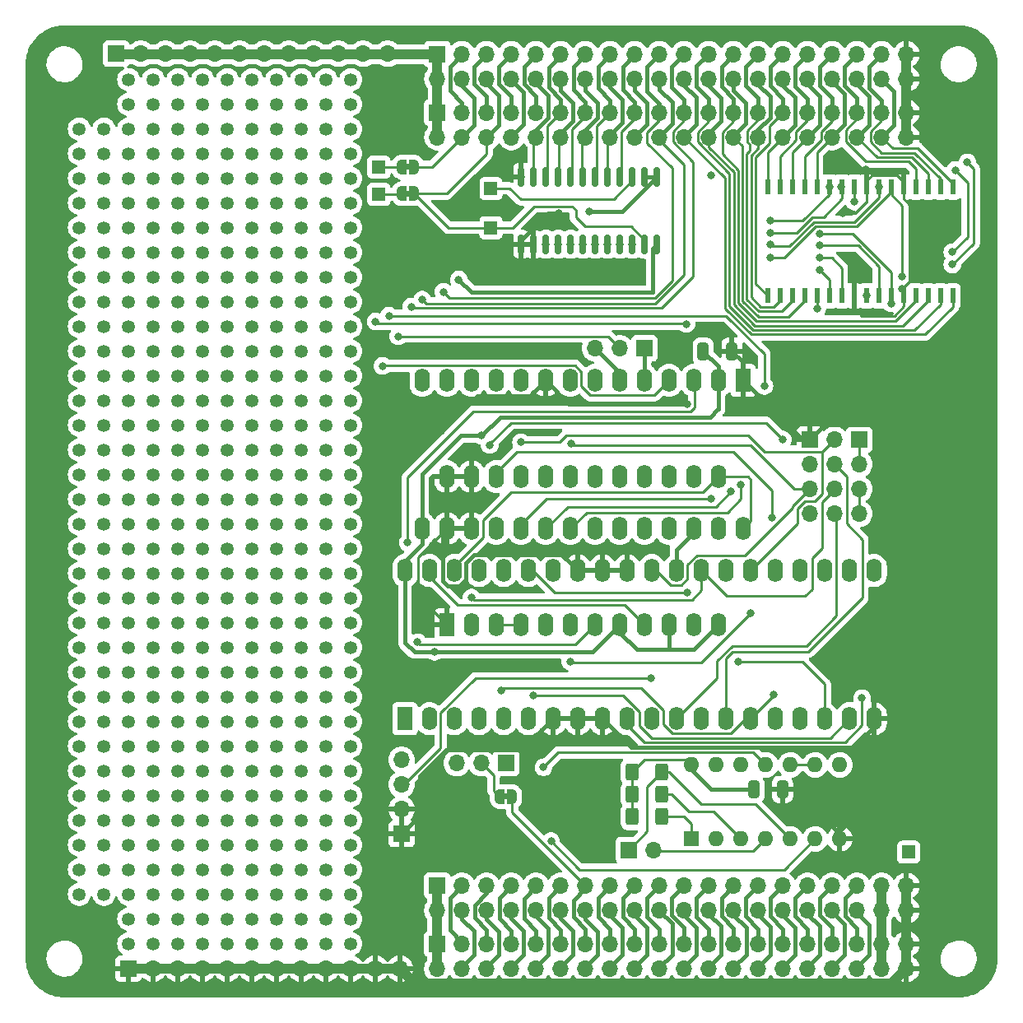
<source format=gbr>
%TF.GenerationSoftware,KiCad,Pcbnew,7.0.5-7.0.5~ubuntu20.04.1*%
%TF.CreationDate,2023-07-18T14:03:01+02:00*%
%TF.ProjectId,MOS MultiSerial_ram,4d4f5320-4d75-46c7-9469-53657269616c,rev?*%
%TF.SameCoordinates,Original*%
%TF.FileFunction,Copper,L2,Bot*%
%TF.FilePolarity,Positive*%
%FSLAX46Y46*%
G04 Gerber Fmt 4.6, Leading zero omitted, Abs format (unit mm)*
G04 Created by KiCad (PCBNEW 7.0.5-7.0.5~ubuntu20.04.1) date 2023-07-18 14:03:01*
%MOMM*%
%LPD*%
G01*
G04 APERTURE LIST*
G04 Aperture macros list*
%AMRoundRect*
0 Rectangle with rounded corners*
0 $1 Rounding radius*
0 $2 $3 $4 $5 $6 $7 $8 $9 X,Y pos of 4 corners*
0 Add a 4 corners polygon primitive as box body*
4,1,4,$2,$3,$4,$5,$6,$7,$8,$9,$2,$3,0*
0 Add four circle primitives for the rounded corners*
1,1,$1+$1,$2,$3*
1,1,$1+$1,$4,$5*
1,1,$1+$1,$6,$7*
1,1,$1+$1,$8,$9*
0 Add four rect primitives between the rounded corners*
20,1,$1+$1,$2,$3,$4,$5,0*
20,1,$1+$1,$4,$5,$6,$7,0*
20,1,$1+$1,$6,$7,$8,$9,0*
20,1,$1+$1,$8,$9,$2,$3,0*%
%AMFreePoly0*
4,1,19,0.500000,-0.750000,0.000000,-0.750000,0.000000,-0.744911,-0.071157,-0.744911,-0.207708,-0.704816,-0.327430,-0.627875,-0.420627,-0.520320,-0.479746,-0.390866,-0.500000,-0.250000,-0.500000,0.250000,-0.479746,0.390866,-0.420627,0.520320,-0.327430,0.627875,-0.207708,0.704816,-0.071157,0.744911,0.000000,0.744911,0.000000,0.750000,0.500000,0.750000,0.500000,-0.750000,0.500000,-0.750000,
$1*%
%AMFreePoly1*
4,1,19,0.000000,0.744911,0.071157,0.744911,0.207708,0.704816,0.327430,0.627875,0.420627,0.520320,0.479746,0.390866,0.500000,0.250000,0.500000,-0.250000,0.479746,-0.390866,0.420627,-0.520320,0.327430,-0.627875,0.207708,-0.704816,0.071157,-0.744911,0.000000,-0.744911,0.000000,-0.750000,-0.500000,-0.750000,-0.500000,0.750000,0.000000,0.750000,0.000000,0.744911,0.000000,0.744911,
$1*%
G04 Aperture macros list end*
%TA.AperFunction,ComponentPad*%
%ADD10R,1.700000X1.700000*%
%TD*%
%TA.AperFunction,ComponentPad*%
%ADD11O,1.700000X1.700000*%
%TD*%
%TA.AperFunction,ComponentPad*%
%ADD12C,1.350000*%
%TD*%
%TA.AperFunction,ComponentPad*%
%ADD13R,1.350000X1.350000*%
%TD*%
%TA.AperFunction,ComponentPad*%
%ADD14R,1.600000X2.400000*%
%TD*%
%TA.AperFunction,ComponentPad*%
%ADD15O,1.600000X2.400000*%
%TD*%
%TA.AperFunction,ComponentPad*%
%ADD16R,1.600000X1.600000*%
%TD*%
%TA.AperFunction,ComponentPad*%
%ADD17O,1.600000X1.600000*%
%TD*%
%TA.AperFunction,SMDPad,CuDef*%
%ADD18RoundRect,0.250000X-0.325000X-0.650000X0.325000X-0.650000X0.325000X0.650000X-0.325000X0.650000X0*%
%TD*%
%TA.AperFunction,SMDPad,CuDef*%
%ADD19R,0.600000X1.600000*%
%TD*%
%TA.AperFunction,SMDPad,CuDef*%
%ADD20FreePoly0,0.000000*%
%TD*%
%TA.AperFunction,SMDPad,CuDef*%
%ADD21FreePoly1,0.000000*%
%TD*%
%TA.AperFunction,SMDPad,CuDef*%
%ADD22RoundRect,0.150000X0.150000X-0.837500X0.150000X0.837500X-0.150000X0.837500X-0.150000X-0.837500X0*%
%TD*%
%TA.AperFunction,SMDPad,CuDef*%
%ADD23FreePoly0,180.000000*%
%TD*%
%TA.AperFunction,SMDPad,CuDef*%
%ADD24FreePoly1,180.000000*%
%TD*%
%TA.AperFunction,SMDPad,CuDef*%
%ADD25RoundRect,0.250000X-0.400000X-0.625000X0.400000X-0.625000X0.400000X0.625000X-0.400000X0.625000X0*%
%TD*%
%TA.AperFunction,ViaPad*%
%ADD26C,0.800000*%
%TD*%
%TA.AperFunction,Conductor*%
%ADD27C,0.400000*%
%TD*%
%TA.AperFunction,Conductor*%
%ADD28C,0.250000*%
%TD*%
%TA.AperFunction,Conductor*%
%ADD29C,1.000000*%
%TD*%
G04 APERTURE END LIST*
%TA.AperFunction,EtchedComponent*%
%TO.C,JP1*%
G36*
X147011200Y-124988600D02*
G01*
X146511200Y-124988600D01*
X146511200Y-124388600D01*
X147011200Y-124388600D01*
X147011200Y-124988600D01*
G37*
%TD.AperFunction*%
%TA.AperFunction,EtchedComponent*%
%TO.C,JP5*%
G36*
X136917000Y-62961800D02*
G01*
X136417000Y-62961800D01*
X136417000Y-62361800D01*
X136917000Y-62361800D01*
X136917000Y-62961800D01*
G37*
%TD.AperFunction*%
%TA.AperFunction,EtchedComponent*%
%TO.C,JP4*%
G36*
X136912400Y-60218600D02*
G01*
X136412400Y-60218600D01*
X136412400Y-59618600D01*
X136912400Y-59618600D01*
X136912400Y-60218600D01*
G37*
%TD.AperFunction*%
%TD*%
D10*
%TO.P,JP3,1,A*%
%TO.N,Net-(JP3-A)*%
X146781800Y-121239000D03*
D11*
%TO.P,JP3,2,C*%
%TO.N,/SERCLK*%
X144241800Y-121239000D03*
%TO.P,JP3,3,B*%
%TO.N,Net-(JP3-B)*%
X141701800Y-121239000D03*
%TD*%
D10*
%TO.P,J1,1,Pin_1*%
%TO.N,+5V*%
X139700000Y-48303005D03*
D11*
%TO.P,J1,2,Pin_2*%
X139700000Y-50843005D03*
%TO.P,J1,3,Pin_3*%
%TO.N,/PHI1_e*%
X142240000Y-48303005D03*
%TO.P,J1,4,Pin_4*%
%TO.N,/PHI2_e*%
X142240000Y-50843005D03*
%TO.P,J1,5,Pin_5*%
%TO.N,/~{IORD}*%
X144780000Y-48303005D03*
%TO.P,J1,6,Pin_6*%
%TO.N,/R{slash}~{W}_e*%
X144780000Y-50843005D03*
%TO.P,J1,7,Pin_7*%
%TO.N,/~{MRD}*%
X147320000Y-48303005D03*
%TO.P,J1,8,Pin_8*%
%TO.N,/~{MWR}*%
X147320000Y-50843005D03*
%TO.P,J1,9,Pin_9*%
%TO.N,/~{IOWR}*%
X149860000Y-48303005D03*
%TO.P,J1,10,Pin_10*%
%TO.N,/Bus/DB0*%
X149860000Y-50843005D03*
%TO.P,J1,11,Pin_11*%
%TO.N,/Bus/DB1*%
X152400000Y-48303005D03*
%TO.P,J1,12,Pin_12*%
%TO.N,/Bus/DB2*%
X152400000Y-50843005D03*
%TO.P,J1,13,Pin_13*%
%TO.N,/Bus/DB3*%
X154940000Y-48303005D03*
%TO.P,J1,14,Pin_14*%
%TO.N,/Bus/DB4*%
X154940000Y-50843005D03*
%TO.P,J1,15,Pin_15*%
%TO.N,/Bus/DB5*%
X157480000Y-48303005D03*
%TO.P,J1,16,Pin_16*%
%TO.N,/Bus/DB6*%
X157480000Y-50843005D03*
%TO.P,J1,17,Pin_17*%
%TO.N,/Bus/DB7*%
X160020000Y-48303005D03*
%TO.P,J1,18,Pin_18*%
%TO.N,/~{RST}*%
X160020000Y-50843005D03*
%TO.P,J1,19,Pin_19*%
%TO.N,/A0*%
X162560000Y-48303005D03*
%TO.P,J1,20,Pin_20*%
%TO.N,/A1*%
X162560000Y-50843005D03*
%TO.P,J1,21,Pin_21*%
%TO.N,/A2*%
X165100000Y-48303005D03*
%TO.P,J1,22,Pin_22*%
%TO.N,/A3*%
X165100000Y-50843005D03*
%TO.P,J1,23,Pin_23*%
%TO.N,/A4*%
X167640000Y-48303005D03*
%TO.P,J1,24,Pin_24*%
%TO.N,/A5*%
X167640000Y-50843005D03*
%TO.P,J1,25,Pin_25*%
%TO.N,/A6*%
X170180000Y-48303005D03*
%TO.P,J1,26,Pin_26*%
%TO.N,/A7*%
X170180000Y-50843005D03*
%TO.P,J1,27,Pin_27*%
%TO.N,/A8*%
X172720000Y-48303005D03*
%TO.P,J1,28,Pin_28*%
%TO.N,/A9*%
X172720000Y-50843005D03*
%TO.P,J1,29,Pin_29*%
%TO.N,/A10*%
X175260000Y-48303005D03*
%TO.P,J1,30,Pin_30*%
%TO.N,/A11*%
X175260000Y-50843005D03*
%TO.P,J1,31,Pin_31*%
%TO.N,/A12*%
X177800000Y-48303005D03*
%TO.P,J1,32,Pin_32*%
%TO.N,/A13*%
X177800000Y-50843005D03*
%TO.P,J1,33,Pin_33*%
%TO.N,/A14*%
X180340000Y-48303005D03*
%TO.P,J1,34,Pin_34*%
%TO.N,/A15*%
X180340000Y-50843005D03*
%TO.P,J1,35,Pin_35*%
%TO.N,/A16*%
X182880000Y-48303005D03*
%TO.P,J1,36,Pin_36*%
%TO.N,/A17*%
X182880000Y-50843005D03*
%TO.P,J1,37,Pin_37*%
%TO.N,/A18*%
X185420000Y-48303005D03*
%TO.P,J1,38,Pin_38*%
%TO.N,/A19*%
X185420000Y-50843005D03*
%TO.P,J1,39,Pin_39*%
%TO.N,GND*%
X187960000Y-48303005D03*
%TO.P,J1,40,Pin_40*%
X187960000Y-50843005D03*
%TD*%
D10*
%TO.P,J6,1,Pin_1*%
%TO.N,/RX1#*%
X183103800Y-87965000D03*
D11*
%TO.P,J6,2,Pin_2*%
X183103800Y-90505000D03*
%TO.P,J6,3,Pin_3*%
%TO.N,/TX1#*%
X183103800Y-93045000D03*
%TO.P,J6,4,Pin_4*%
X183103800Y-95585000D03*
%TD*%
D10*
%TO.P,J4,1,Pin_1*%
%TO.N,+5V*%
X139700000Y-133849005D03*
D11*
%TO.P,J4,2,Pin_2*%
X139700000Y-136389005D03*
%TO.P,J4,3,Pin_3*%
%TO.N,/RX2*%
X142240000Y-133849005D03*
%TO.P,J4,4,Pin_4*%
%TO.N,/TX2*%
X142240000Y-136389005D03*
%TO.P,J4,5,Pin_5*%
%TO.N,/RX3*%
X144780000Y-133849005D03*
%TO.P,J4,6,Pin_6*%
%TO.N,/TX3*%
X144780000Y-136389005D03*
%TO.P,J4,7,Pin_7*%
%TO.N,/RES0*%
X147320000Y-133849005D03*
%TO.P,J4,8,Pin_8*%
%TO.N,/TX1*%
X147320000Y-136389005D03*
%TO.P,J4,9,Pin_9*%
%TO.N,/RES1*%
X149860000Y-133849005D03*
%TO.P,J4,10,Pin_10*%
%TO.N,/RX1*%
X149860000Y-136389005D03*
%TO.P,J4,11,Pin_11*%
%TO.N,/PH0*%
X152400000Y-133849005D03*
%TO.P,J4,12,Pin_12*%
%TO.N,/~{PH0}*%
X152400000Y-136389005D03*
%TO.P,J4,13,Pin_13*%
%TO.N,/CLKS*%
X154940000Y-133849005D03*
%TO.P,J4,14,Pin_14*%
%TO.N,/CLKF*%
X154940000Y-136389005D03*
%TO.P,J4,15,Pin_15*%
%TO.N,/~{BUSFREE}*%
X157480000Y-133849005D03*
%TO.P,J4,16,Pin_16*%
%TO.N,/~{RAMWE13}*%
X157480000Y-136389005D03*
%TO.P,J4,17,Pin_17*%
%TO.N,/~{RAMWE12}*%
X160020000Y-133849005D03*
%TO.P,J4,18,Pin_18*%
%TO.N,/~{RAMWE11}*%
X160020000Y-136389005D03*
%TO.P,J4,19,Pin_19*%
%TO.N,/~{RAMWE10}*%
X162560000Y-133849005D03*
%TO.P,J4,20,Pin_20*%
%TO.N,/~{RAMWE9}*%
X162560000Y-136389005D03*
%TO.P,J4,21,Pin_21*%
%TO.N,/~{RAMWE8}*%
X165100000Y-133849005D03*
%TO.P,J4,22,Pin_22*%
%TO.N,/~{RAMWE7}*%
X165100000Y-136389005D03*
%TO.P,J4,23,Pin_23*%
%TO.N,/~{RAMWE6}*%
X167640000Y-133849005D03*
%TO.P,J4,24,Pin_24*%
%TO.N,/~{RAMWE5}*%
X167640000Y-136389005D03*
%TO.P,J4,25,Pin_25*%
%TO.N,/~{RAMWE4}*%
X170180000Y-133849005D03*
%TO.P,J4,26,Pin_26*%
%TO.N,/~{RAMWE3}*%
X170180000Y-136389005D03*
%TO.P,J4,27,Pin_27*%
%TO.N,/~{RAMWE2}*%
X172720000Y-133849005D03*
%TO.P,J4,28,Pin_28*%
%TO.N,/~{RAMWE1}*%
X172720000Y-136389005D03*
%TO.P,J4,29,Pin_29*%
%TO.N,/~{RAMWE0}*%
X175260000Y-133849005D03*
%TO.P,J4,30,Pin_30*%
%TO.N,/MOSI*%
X175260000Y-136389005D03*
%TO.P,J4,31,Pin_31*%
%TO.N,/SCK*%
X177800000Y-133849005D03*
%TO.P,J4,32,Pin_32*%
%TO.N,/Bus/TDRTN*%
X177800000Y-136389005D03*
%TO.P,J4,33,Pin_33*%
%TO.N,/TMS*%
X180340000Y-133849005D03*
%TO.P,J4,34,Pin_34*%
%TO.N,/TDO*%
X180340000Y-136389005D03*
%TO.P,J4,35,Pin_35*%
%TO.N,/TCK*%
X182880000Y-133849005D03*
%TO.P,J4,36,Pin_36*%
%TO.N,/TDI*%
X182880000Y-136389005D03*
%TO.P,J4,37,Pin_37*%
%TO.N,+3V3*%
X185420000Y-133849005D03*
%TO.P,J4,38,Pin_38*%
X185420000Y-136389005D03*
%TO.P,J4,39,Pin_39*%
%TO.N,GND*%
X187960000Y-133849005D03*
%TO.P,J4,40,Pin_40*%
X187960000Y-136389005D03*
%TD*%
D12*
%TO.P,J18,1,Pin_1*%
%TO.N,unconnected-(J18-Pin_1-Pad1)*%
X125730000Y-139827000D03*
%TO.P,J18,2,Pin_2*%
%TO.N,unconnected-(J18-Pin_2-Pad2)*%
X125730000Y-137287000D03*
%TO.P,J18,3,Pin_3*%
%TO.N,unconnected-(J18-Pin_3-Pad3)*%
X125730000Y-134747000D03*
%TO.P,J18,4,Pin_4*%
%TO.N,unconnected-(J18-Pin_4-Pad4)*%
X125730000Y-132207000D03*
%TO.P,J18,5,Pin_5*%
%TO.N,unconnected-(J18-Pin_5-Pad5)*%
X125730000Y-129667000D03*
%TO.P,J18,6,Pin_6*%
%TO.N,unconnected-(J18-Pin_6-Pad6)*%
X125730000Y-127127000D03*
%TO.P,J18,7,Pin_7*%
%TO.N,unconnected-(J18-Pin_7-Pad7)*%
X125730000Y-124587000D03*
%TO.P,J18,8,Pin_8*%
%TO.N,unconnected-(J18-Pin_8-Pad8)*%
X125730000Y-122047000D03*
%TO.P,J18,9,Pin_9*%
%TO.N,unconnected-(J18-Pin_9-Pad9)*%
X125730000Y-119507000D03*
%TO.P,J18,10,Pin_10*%
%TO.N,unconnected-(J18-Pin_10-Pad10)*%
X125730000Y-116967000D03*
%TO.P,J18,11,Pin_11*%
%TO.N,unconnected-(J18-Pin_11-Pad11)*%
X125730000Y-114427000D03*
%TO.P,J18,12,Pin_12*%
%TO.N,unconnected-(J18-Pin_12-Pad12)*%
X125730000Y-111887000D03*
%TO.P,J18,13,Pin_13*%
%TO.N,unconnected-(J18-Pin_13-Pad13)*%
X125730000Y-109347000D03*
%TO.P,J18,14,Pin_14*%
%TO.N,unconnected-(J18-Pin_14-Pad14)*%
X125730000Y-106807000D03*
%TO.P,J18,15,Pin_15*%
%TO.N,unconnected-(J18-Pin_15-Pad15)*%
X125730000Y-104267000D03*
%TO.P,J18,16,Pin_16*%
%TO.N,unconnected-(J18-Pin_16-Pad16)*%
X125730000Y-101727000D03*
%TO.P,J18,17,Pin_17*%
%TO.N,unconnected-(J18-Pin_17-Pad17)*%
X125730000Y-99187000D03*
%TO.P,J18,18,Pin_18*%
%TO.N,unconnected-(J18-Pin_18-Pad18)*%
X125730000Y-96647000D03*
%TO.P,J18,19,Pin_19*%
%TO.N,unconnected-(J18-Pin_19-Pad19)*%
X125730000Y-94107000D03*
%TO.P,J18,20,Pin_20*%
%TO.N,unconnected-(J18-Pin_20-Pad20)*%
X125730000Y-91567000D03*
%TO.P,J18,21,Pin_21*%
%TO.N,unconnected-(J18-Pin_21-Pad21)*%
X125730000Y-89027000D03*
%TO.P,J18,22,Pin_22*%
%TO.N,unconnected-(J18-Pin_22-Pad22)*%
X125730000Y-86487000D03*
%TO.P,J18,23,Pin_23*%
%TO.N,unconnected-(J18-Pin_23-Pad23)*%
X125730000Y-83947000D03*
%TO.P,J18,24,Pin_24*%
%TO.N,unconnected-(J18-Pin_24-Pad24)*%
X125730000Y-81407000D03*
%TO.P,J18,25,Pin_25*%
%TO.N,unconnected-(J18-Pin_25-Pad25)*%
X125730000Y-78867000D03*
%TO.P,J18,26,Pin_26*%
%TO.N,unconnected-(J18-Pin_26-Pad26)*%
X125730000Y-76327000D03*
%TO.P,J18,27,Pin_27*%
%TO.N,unconnected-(J18-Pin_27-Pad27)*%
X125730000Y-73787000D03*
%TO.P,J18,28,Pin_28*%
%TO.N,unconnected-(J18-Pin_28-Pad28)*%
X125730000Y-71247000D03*
%TO.P,J18,29,Pin_29*%
%TO.N,unconnected-(J18-Pin_29-Pad29)*%
X125730000Y-68707000D03*
%TO.P,J18,30,Pin_30*%
%TO.N,unconnected-(J18-Pin_30-Pad30)*%
X125730000Y-66167000D03*
%TO.P,J18,31,Pin_31*%
%TO.N,unconnected-(J18-Pin_31-Pad31)*%
X125730000Y-63627000D03*
%TO.P,J18,32,Pin_32*%
%TO.N,unconnected-(J18-Pin_32-Pad32)*%
X125730000Y-61087000D03*
%TO.P,J18,33,Pin_33*%
%TO.N,unconnected-(J18-Pin_33-Pad33)*%
X125730000Y-58547000D03*
%TO.P,J18,34,Pin_34*%
%TO.N,unconnected-(J18-Pin_34-Pad34)*%
X125730000Y-56007000D03*
%TO.P,J18,35,Pin_35*%
%TO.N,unconnected-(J18-Pin_35-Pad35)*%
X125730000Y-53467000D03*
%TO.P,J18,36,Pin_36*%
%TO.N,unconnected-(J18-Pin_36-Pad36)*%
X125730000Y-50927000D03*
%TO.P,J18,37,Pin_37*%
%TO.N,unconnected-(J18-Pin_37-Pad37)*%
X123190000Y-50927000D03*
%TO.P,J18,38,Pin_38*%
%TO.N,unconnected-(J18-Pin_38-Pad38)*%
X123190000Y-53467000D03*
%TO.P,J18,39,Pin_39*%
%TO.N,unconnected-(J18-Pin_39-Pad39)*%
X123190000Y-56007000D03*
%TO.P,J18,40,Pin_40*%
%TO.N,unconnected-(J18-Pin_40-Pad40)*%
X123190000Y-58547000D03*
%TO.P,J18,41,Pin_41*%
%TO.N,unconnected-(J18-Pin_41-Pad41)*%
X123190000Y-61087000D03*
%TO.P,J18,42,Pin_42*%
%TO.N,unconnected-(J18-Pin_42-Pad42)*%
X123190000Y-63627000D03*
%TO.P,J18,43,Pin_43*%
%TO.N,unconnected-(J18-Pin_43-Pad43)*%
X123190000Y-66167000D03*
%TO.P,J18,44,Pin_44*%
%TO.N,unconnected-(J18-Pin_44-Pad44)*%
X123190000Y-68707000D03*
%TO.P,J18,45,Pin_45*%
%TO.N,unconnected-(J18-Pin_45-Pad45)*%
X123190000Y-71247000D03*
%TO.P,J18,46,Pin_46*%
%TO.N,unconnected-(J18-Pin_46-Pad46)*%
X123190000Y-73787000D03*
%TO.P,J18,47,Pin_47*%
%TO.N,unconnected-(J18-Pin_47-Pad47)*%
X123190000Y-76327000D03*
%TO.P,J18,48,Pin_48*%
%TO.N,unconnected-(J18-Pin_48-Pad48)*%
X123190000Y-78867000D03*
%TO.P,J18,49,Pin_49*%
%TO.N,unconnected-(J18-Pin_49-Pad49)*%
X123190000Y-81407000D03*
%TO.P,J18,50,Pin_50*%
%TO.N,unconnected-(J18-Pin_50-Pad50)*%
X123190000Y-83947000D03*
%TO.P,J18,51,Pin_51*%
%TO.N,unconnected-(J18-Pin_51-Pad51)*%
X123190000Y-86487000D03*
%TO.P,J18,52,Pin_52*%
%TO.N,unconnected-(J18-Pin_52-Pad52)*%
X123190000Y-89027000D03*
%TO.P,J18,53,Pin_53*%
%TO.N,unconnected-(J18-Pin_53-Pad53)*%
X123190000Y-91567000D03*
%TO.P,J18,54,Pin_54*%
%TO.N,unconnected-(J18-Pin_54-Pad54)*%
X123190000Y-94107000D03*
%TO.P,J18,55,Pin_55*%
%TO.N,unconnected-(J18-Pin_55-Pad55)*%
X123190000Y-96647000D03*
%TO.P,J18,56,Pin_56*%
%TO.N,unconnected-(J18-Pin_56-Pad56)*%
X123190000Y-99187000D03*
%TO.P,J18,57,Pin_57*%
%TO.N,unconnected-(J18-Pin_57-Pad57)*%
X123190000Y-101727000D03*
%TO.P,J18,58,Pin_58*%
%TO.N,unconnected-(J18-Pin_58-Pad58)*%
X123190000Y-104267000D03*
%TO.P,J18,59,Pin_59*%
%TO.N,unconnected-(J18-Pin_59-Pad59)*%
X123190000Y-106807000D03*
%TO.P,J18,60,Pin_60*%
%TO.N,unconnected-(J18-Pin_60-Pad60)*%
X123190000Y-109347000D03*
%TO.P,J18,61,Pin_61*%
%TO.N,unconnected-(J18-Pin_61-Pad61)*%
X123190000Y-111887000D03*
%TO.P,J18,62,Pin_62*%
%TO.N,unconnected-(J18-Pin_62-Pad62)*%
X123190000Y-114427000D03*
%TO.P,J18,63,Pin_63*%
%TO.N,unconnected-(J18-Pin_63-Pad63)*%
X123190000Y-116967000D03*
%TO.P,J18,64,Pin_64*%
%TO.N,unconnected-(J18-Pin_64-Pad64)*%
X123190000Y-119507000D03*
%TO.P,J18,65,Pin_65*%
%TO.N,unconnected-(J18-Pin_65-Pad65)*%
X123190000Y-122047000D03*
%TO.P,J18,66,Pin_66*%
%TO.N,unconnected-(J18-Pin_66-Pad66)*%
X123190000Y-124587000D03*
%TO.P,J18,67,Pin_67*%
%TO.N,unconnected-(J18-Pin_67-Pad67)*%
X123190000Y-127127000D03*
%TO.P,J18,68,Pin_68*%
%TO.N,unconnected-(J18-Pin_68-Pad68)*%
X123190000Y-129667000D03*
%TO.P,J18,69,Pin_69*%
%TO.N,unconnected-(J18-Pin_69-Pad69)*%
X123190000Y-132207000D03*
%TO.P,J18,70,Pin_70*%
%TO.N,unconnected-(J18-Pin_70-Pad70)*%
X123190000Y-134747000D03*
%TO.P,J18,71,Pin_71*%
%TO.N,unconnected-(J18-Pin_71-Pad71)*%
X123190000Y-137287000D03*
%TO.P,J18,72,Pin_72*%
%TO.N,unconnected-(J18-Pin_72-Pad72)*%
X123190000Y-139827000D03*
%TD*%
D13*
%TO.P,J5,1,Pin_1*%
%TO.N,/R{slash}~{W}_e*%
X145211800Y-66167000D03*
%TD*%
D12*
%TO.P,J17,1,Pin_1*%
%TO.N,unconnected-(J17-Pin_1-Pad1)*%
X120650000Y-139827000D03*
%TO.P,J17,2,Pin_2*%
%TO.N,unconnected-(J17-Pin_2-Pad2)*%
X120650000Y-137287000D03*
%TO.P,J17,3,Pin_3*%
%TO.N,unconnected-(J17-Pin_3-Pad3)*%
X120650000Y-134747000D03*
%TO.P,J17,4,Pin_4*%
%TO.N,unconnected-(J17-Pin_4-Pad4)*%
X120650000Y-132207000D03*
%TO.P,J17,5,Pin_5*%
%TO.N,unconnected-(J17-Pin_5-Pad5)*%
X120650000Y-129667000D03*
%TO.P,J17,6,Pin_6*%
%TO.N,unconnected-(J17-Pin_6-Pad6)*%
X120650000Y-127127000D03*
%TO.P,J17,7,Pin_7*%
%TO.N,unconnected-(J17-Pin_7-Pad7)*%
X120650000Y-124587000D03*
%TO.P,J17,8,Pin_8*%
%TO.N,unconnected-(J17-Pin_8-Pad8)*%
X120650000Y-122047000D03*
%TO.P,J17,9,Pin_9*%
%TO.N,unconnected-(J17-Pin_9-Pad9)*%
X120650000Y-119507000D03*
%TO.P,J17,10,Pin_10*%
%TO.N,unconnected-(J17-Pin_10-Pad10)*%
X120650000Y-116967000D03*
%TO.P,J17,11,Pin_11*%
%TO.N,unconnected-(J17-Pin_11-Pad11)*%
X120650000Y-114427000D03*
%TO.P,J17,12,Pin_12*%
%TO.N,unconnected-(J17-Pin_12-Pad12)*%
X120650000Y-111887000D03*
%TO.P,J17,13,Pin_13*%
%TO.N,unconnected-(J17-Pin_13-Pad13)*%
X120650000Y-109347000D03*
%TO.P,J17,14,Pin_14*%
%TO.N,unconnected-(J17-Pin_14-Pad14)*%
X120650000Y-106807000D03*
%TO.P,J17,15,Pin_15*%
%TO.N,unconnected-(J17-Pin_15-Pad15)*%
X120650000Y-104267000D03*
%TO.P,J17,16,Pin_16*%
%TO.N,unconnected-(J17-Pin_16-Pad16)*%
X120650000Y-101727000D03*
%TO.P,J17,17,Pin_17*%
%TO.N,unconnected-(J17-Pin_17-Pad17)*%
X120650000Y-99187000D03*
%TO.P,J17,18,Pin_18*%
%TO.N,unconnected-(J17-Pin_18-Pad18)*%
X120650000Y-96647000D03*
%TO.P,J17,19,Pin_19*%
%TO.N,unconnected-(J17-Pin_19-Pad19)*%
X120650000Y-94107000D03*
%TO.P,J17,20,Pin_20*%
%TO.N,unconnected-(J17-Pin_20-Pad20)*%
X120650000Y-91567000D03*
%TO.P,J17,21,Pin_21*%
%TO.N,unconnected-(J17-Pin_21-Pad21)*%
X120650000Y-89027000D03*
%TO.P,J17,22,Pin_22*%
%TO.N,unconnected-(J17-Pin_22-Pad22)*%
X120650000Y-86487000D03*
%TO.P,J17,23,Pin_23*%
%TO.N,unconnected-(J17-Pin_23-Pad23)*%
X120650000Y-83947000D03*
%TO.P,J17,24,Pin_24*%
%TO.N,unconnected-(J17-Pin_24-Pad24)*%
X120650000Y-81407000D03*
%TO.P,J17,25,Pin_25*%
%TO.N,unconnected-(J17-Pin_25-Pad25)*%
X120650000Y-78867000D03*
%TO.P,J17,26,Pin_26*%
%TO.N,unconnected-(J17-Pin_26-Pad26)*%
X120650000Y-76327000D03*
%TO.P,J17,27,Pin_27*%
%TO.N,unconnected-(J17-Pin_27-Pad27)*%
X120650000Y-73787000D03*
%TO.P,J17,28,Pin_28*%
%TO.N,unconnected-(J17-Pin_28-Pad28)*%
X120650000Y-71247000D03*
%TO.P,J17,29,Pin_29*%
%TO.N,unconnected-(J17-Pin_29-Pad29)*%
X120650000Y-68707000D03*
%TO.P,J17,30,Pin_30*%
%TO.N,unconnected-(J17-Pin_30-Pad30)*%
X120650000Y-66167000D03*
%TO.P,J17,31,Pin_31*%
%TO.N,unconnected-(J17-Pin_31-Pad31)*%
X120650000Y-63627000D03*
%TO.P,J17,32,Pin_32*%
%TO.N,unconnected-(J17-Pin_32-Pad32)*%
X120650000Y-61087000D03*
%TO.P,J17,33,Pin_33*%
%TO.N,unconnected-(J17-Pin_33-Pad33)*%
X120650000Y-58547000D03*
%TO.P,J17,34,Pin_34*%
%TO.N,unconnected-(J17-Pin_34-Pad34)*%
X120650000Y-56007000D03*
%TO.P,J17,35,Pin_35*%
%TO.N,unconnected-(J17-Pin_35-Pad35)*%
X120650000Y-53467000D03*
%TO.P,J17,36,Pin_36*%
%TO.N,unconnected-(J17-Pin_36-Pad36)*%
X120650000Y-50927000D03*
%TO.P,J17,37,Pin_37*%
%TO.N,unconnected-(J17-Pin_37-Pad37)*%
X118110000Y-50927000D03*
%TO.P,J17,38,Pin_38*%
%TO.N,unconnected-(J17-Pin_38-Pad38)*%
X118110000Y-53467000D03*
%TO.P,J17,39,Pin_39*%
%TO.N,unconnected-(J17-Pin_39-Pad39)*%
X118110000Y-56007000D03*
%TO.P,J17,40,Pin_40*%
%TO.N,unconnected-(J17-Pin_40-Pad40)*%
X118110000Y-58547000D03*
%TO.P,J17,41,Pin_41*%
%TO.N,unconnected-(J17-Pin_41-Pad41)*%
X118110000Y-61087000D03*
%TO.P,J17,42,Pin_42*%
%TO.N,unconnected-(J17-Pin_42-Pad42)*%
X118110000Y-63627000D03*
%TO.P,J17,43,Pin_43*%
%TO.N,unconnected-(J17-Pin_43-Pad43)*%
X118110000Y-66167000D03*
%TO.P,J17,44,Pin_44*%
%TO.N,unconnected-(J17-Pin_44-Pad44)*%
X118110000Y-68707000D03*
%TO.P,J17,45,Pin_45*%
%TO.N,unconnected-(J17-Pin_45-Pad45)*%
X118110000Y-71247000D03*
%TO.P,J17,46,Pin_46*%
%TO.N,unconnected-(J17-Pin_46-Pad46)*%
X118110000Y-73787000D03*
%TO.P,J17,47,Pin_47*%
%TO.N,unconnected-(J17-Pin_47-Pad47)*%
X118110000Y-76327000D03*
%TO.P,J17,48,Pin_48*%
%TO.N,unconnected-(J17-Pin_48-Pad48)*%
X118110000Y-78867000D03*
%TO.P,J17,49,Pin_49*%
%TO.N,unconnected-(J17-Pin_49-Pad49)*%
X118110000Y-81407000D03*
%TO.P,J17,50,Pin_50*%
%TO.N,unconnected-(J17-Pin_50-Pad50)*%
X118110000Y-83947000D03*
%TO.P,J17,51,Pin_51*%
%TO.N,unconnected-(J17-Pin_51-Pad51)*%
X118110000Y-86487000D03*
%TO.P,J17,52,Pin_52*%
%TO.N,unconnected-(J17-Pin_52-Pad52)*%
X118110000Y-89027000D03*
%TO.P,J17,53,Pin_53*%
%TO.N,unconnected-(J17-Pin_53-Pad53)*%
X118110000Y-91567000D03*
%TO.P,J17,54,Pin_54*%
%TO.N,unconnected-(J17-Pin_54-Pad54)*%
X118110000Y-94107000D03*
%TO.P,J17,55,Pin_55*%
%TO.N,unconnected-(J17-Pin_55-Pad55)*%
X118110000Y-96647000D03*
%TO.P,J17,56,Pin_56*%
%TO.N,unconnected-(J17-Pin_56-Pad56)*%
X118110000Y-99187000D03*
%TO.P,J17,57,Pin_57*%
%TO.N,unconnected-(J17-Pin_57-Pad57)*%
X118110000Y-101727000D03*
%TO.P,J17,58,Pin_58*%
%TO.N,unconnected-(J17-Pin_58-Pad58)*%
X118110000Y-104267000D03*
%TO.P,J17,59,Pin_59*%
%TO.N,unconnected-(J17-Pin_59-Pad59)*%
X118110000Y-106807000D03*
%TO.P,J17,60,Pin_60*%
%TO.N,unconnected-(J17-Pin_60-Pad60)*%
X118110000Y-109347000D03*
%TO.P,J17,61,Pin_61*%
%TO.N,unconnected-(J17-Pin_61-Pad61)*%
X118110000Y-111887000D03*
%TO.P,J17,62,Pin_62*%
%TO.N,unconnected-(J17-Pin_62-Pad62)*%
X118110000Y-114427000D03*
%TO.P,J17,63,Pin_63*%
%TO.N,unconnected-(J17-Pin_63-Pad63)*%
X118110000Y-116967000D03*
%TO.P,J17,64,Pin_64*%
%TO.N,unconnected-(J17-Pin_64-Pad64)*%
X118110000Y-119507000D03*
%TO.P,J17,65,Pin_65*%
%TO.N,unconnected-(J17-Pin_65-Pad65)*%
X118110000Y-122047000D03*
%TO.P,J17,66,Pin_66*%
%TO.N,unconnected-(J17-Pin_66-Pad66)*%
X118110000Y-124587000D03*
%TO.P,J17,67,Pin_67*%
%TO.N,unconnected-(J17-Pin_67-Pad67)*%
X118110000Y-127127000D03*
%TO.P,J17,68,Pin_68*%
%TO.N,unconnected-(J17-Pin_68-Pad68)*%
X118110000Y-129667000D03*
%TO.P,J17,69,Pin_69*%
%TO.N,unconnected-(J17-Pin_69-Pad69)*%
X118110000Y-132207000D03*
%TO.P,J17,70,Pin_70*%
%TO.N,unconnected-(J17-Pin_70-Pad70)*%
X118110000Y-134747000D03*
%TO.P,J17,71,Pin_71*%
%TO.N,unconnected-(J17-Pin_71-Pad71)*%
X118110000Y-137287000D03*
%TO.P,J17,72,Pin_72*%
%TO.N,unconnected-(J17-Pin_72-Pad72)*%
X118110000Y-139827000D03*
%TD*%
D13*
%TO.P,J9,1,Pin_1*%
%TO.N,/E*%
X133680200Y-59918600D03*
%TD*%
D10*
%TO.P,J7,1,Pin_1*%
%TO.N,GND*%
X178023800Y-87965000D03*
D11*
%TO.P,J7,2,Pin_2*%
%TO.N,/TX0A*%
X180563800Y-87965000D03*
%TO.P,J7,3,Pin_3*%
%TO.N,/~{RTS1}*%
X178023800Y-90505000D03*
%TO.P,J7,4,Pin_4*%
%TO.N,/TX1A*%
X180563800Y-90505000D03*
%TO.P,J7,5,Pin_5*%
%TO.N,/~{RTS0}*%
X178023800Y-93045000D03*
%TO.P,J7,6,Pin_6*%
%TO.N,/RX0A*%
X180563800Y-93045000D03*
%TO.P,J7,7,Pin_7*%
%TO.N,unconnected-(J7-Pin_7-Pad7)*%
X178023800Y-95585000D03*
%TO.P,J7,8,Pin_8*%
%TO.N,/RX1A*%
X180563800Y-95585000D03*
%TD*%
D10*
%TO.P,J20,1,Pin_1*%
%TO.N,GND*%
X107917000Y-142389005D03*
D11*
%TO.P,J20,2,Pin_2*%
X110457000Y-142389005D03*
%TO.P,J20,3,Pin_3*%
X112997000Y-142389005D03*
%TO.P,J20,4,Pin_4*%
X115537000Y-142389005D03*
%TO.P,J20,5,Pin_5*%
X118077000Y-142389005D03*
%TO.P,J20,6,Pin_6*%
X120617000Y-142389005D03*
%TO.P,J20,7,Pin_7*%
X123157000Y-142389005D03*
%TO.P,J20,8,Pin_8*%
X125697000Y-142389005D03*
%TO.P,J20,9,Pin_9*%
X128237000Y-142389005D03*
%TO.P,J20,10,Pin_10*%
X130777000Y-142389005D03*
%TO.P,J20,11,Pin_11*%
X133317000Y-142389005D03*
%TO.P,J20,12,Pin_12*%
X135857000Y-142389005D03*
%TD*%
D10*
%TO.P,J2,1,Pin_1*%
%TO.N,+5V*%
X139700000Y-139849005D03*
D11*
%TO.P,J2,2,Pin_2*%
X139700000Y-142389005D03*
%TO.P,J2,3,Pin_3*%
%TO.N,/RX2*%
X142240000Y-139849005D03*
%TO.P,J2,4,Pin_4*%
%TO.N,/TX2*%
X142240000Y-142389005D03*
%TO.P,J2,5,Pin_5*%
%TO.N,/RX3*%
X144780000Y-139849005D03*
%TO.P,J2,6,Pin_6*%
%TO.N,/TX3*%
X144780000Y-142389005D03*
%TO.P,J2,7,Pin_7*%
%TO.N,/RES0*%
X147320000Y-139849005D03*
%TO.P,J2,8,Pin_8*%
%TO.N,/TX1*%
X147320000Y-142389005D03*
%TO.P,J2,9,Pin_9*%
%TO.N,/RES1*%
X149860000Y-139849005D03*
%TO.P,J2,10,Pin_10*%
%TO.N,/RX1*%
X149860000Y-142389005D03*
%TO.P,J2,11,Pin_11*%
%TO.N,/PH0*%
X152400000Y-139849005D03*
%TO.P,J2,12,Pin_12*%
%TO.N,/~{PH0}*%
X152400000Y-142389005D03*
%TO.P,J2,13,Pin_13*%
%TO.N,/CLKS*%
X154940000Y-139849005D03*
%TO.P,J2,14,Pin_14*%
%TO.N,/CLKF*%
X154940000Y-142389005D03*
%TO.P,J2,15,Pin_15*%
%TO.N,/~{BUSFREE}*%
X157480000Y-139849005D03*
%TO.P,J2,16,Pin_16*%
%TO.N,/~{RAMWE13}*%
X157480000Y-142389005D03*
%TO.P,J2,17,Pin_17*%
%TO.N,/~{RAMWE12}*%
X160020000Y-139849005D03*
%TO.P,J2,18,Pin_18*%
%TO.N,/~{RAMWE11}*%
X160020000Y-142389005D03*
%TO.P,J2,19,Pin_19*%
%TO.N,/~{RAMWE10}*%
X162560000Y-139849005D03*
%TO.P,J2,20,Pin_20*%
%TO.N,/~{RAMWE9}*%
X162560000Y-142389005D03*
%TO.P,J2,21,Pin_21*%
%TO.N,/~{RAMWE8}*%
X165100000Y-139849005D03*
%TO.P,J2,22,Pin_22*%
%TO.N,/~{RAMWE7}*%
X165100000Y-142389005D03*
%TO.P,J2,23,Pin_23*%
%TO.N,/~{RAMWE6}*%
X167640000Y-139849005D03*
%TO.P,J2,24,Pin_24*%
%TO.N,/~{RAMWE5}*%
X167640000Y-142389005D03*
%TO.P,J2,25,Pin_25*%
%TO.N,/~{RAMWE4}*%
X170180000Y-139849005D03*
%TO.P,J2,26,Pin_26*%
%TO.N,/~{RAMWE3}*%
X170180000Y-142389005D03*
%TO.P,J2,27,Pin_27*%
%TO.N,/~{RAMWE2}*%
X172720000Y-139849005D03*
%TO.P,J2,28,Pin_28*%
%TO.N,/~{RAMWE1}*%
X172720000Y-142389005D03*
%TO.P,J2,29,Pin_29*%
%TO.N,/~{RAMWE0}*%
X175260000Y-139849005D03*
%TO.P,J2,30,Pin_30*%
%TO.N,/MOSI*%
X175260000Y-142389005D03*
%TO.P,J2,31,Pin_31*%
%TO.N,/SCK*%
X177800000Y-139849005D03*
%TO.P,J2,32,Pin_32*%
%TO.N,/Bus/TDRTN*%
X177800000Y-142389005D03*
%TO.P,J2,33,Pin_33*%
%TO.N,/TMS*%
X180340000Y-139849005D03*
%TO.P,J2,34,Pin_34*%
%TO.N,/TDO*%
X180340000Y-142389005D03*
%TO.P,J2,35,Pin_35*%
%TO.N,/TCK*%
X182880000Y-139849005D03*
%TO.P,J2,36,Pin_36*%
%TO.N,/TDI*%
X182880000Y-142389005D03*
%TO.P,J2,37,Pin_37*%
%TO.N,+3V3*%
X185420000Y-139849005D03*
%TO.P,J2,38,Pin_38*%
X185420000Y-142389005D03*
%TO.P,J2,39,Pin_39*%
%TO.N,GND*%
X187960000Y-139849005D03*
%TO.P,J2,40,Pin_40*%
X187960000Y-142389005D03*
%TD*%
D10*
%TO.P,J13,1,Pin_1*%
%TO.N,GND*%
X136017000Y-128524000D03*
D11*
%TO.P,J13,2,Pin_2*%
X136017000Y-125984000D03*
%TO.P,J13,3,Pin_3*%
%TO.N,/~{IRQ1}*%
X136017000Y-123444000D03*
%TO.P,J13,4,Pin_4*%
%TO.N,/~{IRQ}*%
X136017000Y-120904000D03*
%TD*%
D12*
%TO.P,J16,1,Pin_1*%
%TO.N,unconnected-(J16-Pin_1-Pad1)*%
X115570000Y-139827000D03*
%TO.P,J16,2,Pin_2*%
%TO.N,unconnected-(J16-Pin_2-Pad2)*%
X115570000Y-137287000D03*
%TO.P,J16,3,Pin_3*%
%TO.N,unconnected-(J16-Pin_3-Pad3)*%
X115570000Y-134747000D03*
%TO.P,J16,4,Pin_4*%
%TO.N,unconnected-(J16-Pin_4-Pad4)*%
X115570000Y-132207000D03*
%TO.P,J16,5,Pin_5*%
%TO.N,unconnected-(J16-Pin_5-Pad5)*%
X115570000Y-129667000D03*
%TO.P,J16,6,Pin_6*%
%TO.N,unconnected-(J16-Pin_6-Pad6)*%
X115570000Y-127127000D03*
%TO.P,J16,7,Pin_7*%
%TO.N,unconnected-(J16-Pin_7-Pad7)*%
X115570000Y-124587000D03*
%TO.P,J16,8,Pin_8*%
%TO.N,unconnected-(J16-Pin_8-Pad8)*%
X115570000Y-122047000D03*
%TO.P,J16,9,Pin_9*%
%TO.N,unconnected-(J16-Pin_9-Pad9)*%
X115570000Y-119507000D03*
%TO.P,J16,10,Pin_10*%
%TO.N,unconnected-(J16-Pin_10-Pad10)*%
X115570000Y-116967000D03*
%TO.P,J16,11,Pin_11*%
%TO.N,unconnected-(J16-Pin_11-Pad11)*%
X115570000Y-114427000D03*
%TO.P,J16,12,Pin_12*%
%TO.N,unconnected-(J16-Pin_12-Pad12)*%
X115570000Y-111887000D03*
%TO.P,J16,13,Pin_13*%
%TO.N,unconnected-(J16-Pin_13-Pad13)*%
X115570000Y-109347000D03*
%TO.P,J16,14,Pin_14*%
%TO.N,unconnected-(J16-Pin_14-Pad14)*%
X115570000Y-106807000D03*
%TO.P,J16,15,Pin_15*%
%TO.N,unconnected-(J16-Pin_15-Pad15)*%
X115570000Y-104267000D03*
%TO.P,J16,16,Pin_16*%
%TO.N,unconnected-(J16-Pin_16-Pad16)*%
X115570000Y-101727000D03*
%TO.P,J16,17,Pin_17*%
%TO.N,unconnected-(J16-Pin_17-Pad17)*%
X115570000Y-99187000D03*
%TO.P,J16,18,Pin_18*%
%TO.N,unconnected-(J16-Pin_18-Pad18)*%
X115570000Y-96647000D03*
%TO.P,J16,19,Pin_19*%
%TO.N,unconnected-(J16-Pin_19-Pad19)*%
X115570000Y-94107000D03*
%TO.P,J16,20,Pin_20*%
%TO.N,unconnected-(J16-Pin_20-Pad20)*%
X115570000Y-91567000D03*
%TO.P,J16,21,Pin_21*%
%TO.N,unconnected-(J16-Pin_21-Pad21)*%
X115570000Y-89027000D03*
%TO.P,J16,22,Pin_22*%
%TO.N,unconnected-(J16-Pin_22-Pad22)*%
X115570000Y-86487000D03*
%TO.P,J16,23,Pin_23*%
%TO.N,unconnected-(J16-Pin_23-Pad23)*%
X115570000Y-83947000D03*
%TO.P,J16,24,Pin_24*%
%TO.N,unconnected-(J16-Pin_24-Pad24)*%
X115570000Y-81407000D03*
%TO.P,J16,25,Pin_25*%
%TO.N,unconnected-(J16-Pin_25-Pad25)*%
X115570000Y-78867000D03*
%TO.P,J16,26,Pin_26*%
%TO.N,unconnected-(J16-Pin_26-Pad26)*%
X115570000Y-76327000D03*
%TO.P,J16,27,Pin_27*%
%TO.N,unconnected-(J16-Pin_27-Pad27)*%
X115570000Y-73787000D03*
%TO.P,J16,28,Pin_28*%
%TO.N,unconnected-(J16-Pin_28-Pad28)*%
X115570000Y-71247000D03*
%TO.P,J16,29,Pin_29*%
%TO.N,unconnected-(J16-Pin_29-Pad29)*%
X115570000Y-68707000D03*
%TO.P,J16,30,Pin_30*%
%TO.N,unconnected-(J16-Pin_30-Pad30)*%
X115570000Y-66167000D03*
%TO.P,J16,31,Pin_31*%
%TO.N,unconnected-(J16-Pin_31-Pad31)*%
X115570000Y-63627000D03*
%TO.P,J16,32,Pin_32*%
%TO.N,unconnected-(J16-Pin_32-Pad32)*%
X115570000Y-61087000D03*
%TO.P,J16,33,Pin_33*%
%TO.N,unconnected-(J16-Pin_33-Pad33)*%
X115570000Y-58547000D03*
%TO.P,J16,34,Pin_34*%
%TO.N,unconnected-(J16-Pin_34-Pad34)*%
X115570000Y-56007000D03*
%TO.P,J16,35,Pin_35*%
%TO.N,unconnected-(J16-Pin_35-Pad35)*%
X115570000Y-53467000D03*
%TO.P,J16,36,Pin_36*%
%TO.N,unconnected-(J16-Pin_36-Pad36)*%
X115570000Y-50927000D03*
%TO.P,J16,37,Pin_37*%
%TO.N,unconnected-(J16-Pin_37-Pad37)*%
X113030000Y-50927000D03*
%TO.P,J16,38,Pin_38*%
%TO.N,unconnected-(J16-Pin_38-Pad38)*%
X113030000Y-53467000D03*
%TO.P,J16,39,Pin_39*%
%TO.N,unconnected-(J16-Pin_39-Pad39)*%
X113030000Y-56007000D03*
%TO.P,J16,40,Pin_40*%
%TO.N,unconnected-(J16-Pin_40-Pad40)*%
X113030000Y-58547000D03*
%TO.P,J16,41,Pin_41*%
%TO.N,unconnected-(J16-Pin_41-Pad41)*%
X113030000Y-61087000D03*
%TO.P,J16,42,Pin_42*%
%TO.N,unconnected-(J16-Pin_42-Pad42)*%
X113030000Y-63627000D03*
%TO.P,J16,43,Pin_43*%
%TO.N,unconnected-(J16-Pin_43-Pad43)*%
X113030000Y-66167000D03*
%TO.P,J16,44,Pin_44*%
%TO.N,unconnected-(J16-Pin_44-Pad44)*%
X113030000Y-68707000D03*
%TO.P,J16,45,Pin_45*%
%TO.N,unconnected-(J16-Pin_45-Pad45)*%
X113030000Y-71247000D03*
%TO.P,J16,46,Pin_46*%
%TO.N,unconnected-(J16-Pin_46-Pad46)*%
X113030000Y-73787000D03*
%TO.P,J16,47,Pin_47*%
%TO.N,unconnected-(J16-Pin_47-Pad47)*%
X113030000Y-76327000D03*
%TO.P,J16,48,Pin_48*%
%TO.N,unconnected-(J16-Pin_48-Pad48)*%
X113030000Y-78867000D03*
%TO.P,J16,49,Pin_49*%
%TO.N,unconnected-(J16-Pin_49-Pad49)*%
X113030000Y-81407000D03*
%TO.P,J16,50,Pin_50*%
%TO.N,unconnected-(J16-Pin_50-Pad50)*%
X113030000Y-83947000D03*
%TO.P,J16,51,Pin_51*%
%TO.N,unconnected-(J16-Pin_51-Pad51)*%
X113030000Y-86487000D03*
%TO.P,J16,52,Pin_52*%
%TO.N,unconnected-(J16-Pin_52-Pad52)*%
X113030000Y-89027000D03*
%TO.P,J16,53,Pin_53*%
%TO.N,unconnected-(J16-Pin_53-Pad53)*%
X113030000Y-91567000D03*
%TO.P,J16,54,Pin_54*%
%TO.N,unconnected-(J16-Pin_54-Pad54)*%
X113030000Y-94107000D03*
%TO.P,J16,55,Pin_55*%
%TO.N,unconnected-(J16-Pin_55-Pad55)*%
X113030000Y-96647000D03*
%TO.P,J16,56,Pin_56*%
%TO.N,unconnected-(J16-Pin_56-Pad56)*%
X113030000Y-99187000D03*
%TO.P,J16,57,Pin_57*%
%TO.N,unconnected-(J16-Pin_57-Pad57)*%
X113030000Y-101727000D03*
%TO.P,J16,58,Pin_58*%
%TO.N,unconnected-(J16-Pin_58-Pad58)*%
X113030000Y-104267000D03*
%TO.P,J16,59,Pin_59*%
%TO.N,unconnected-(J16-Pin_59-Pad59)*%
X113030000Y-106807000D03*
%TO.P,J16,60,Pin_60*%
%TO.N,unconnected-(J16-Pin_60-Pad60)*%
X113030000Y-109347000D03*
%TO.P,J16,61,Pin_61*%
%TO.N,unconnected-(J16-Pin_61-Pad61)*%
X113030000Y-111887000D03*
%TO.P,J16,62,Pin_62*%
%TO.N,unconnected-(J16-Pin_62-Pad62)*%
X113030000Y-114427000D03*
%TO.P,J16,63,Pin_63*%
%TO.N,unconnected-(J16-Pin_63-Pad63)*%
X113030000Y-116967000D03*
%TO.P,J16,64,Pin_64*%
%TO.N,unconnected-(J16-Pin_64-Pad64)*%
X113030000Y-119507000D03*
%TO.P,J16,65,Pin_65*%
%TO.N,unconnected-(J16-Pin_65-Pad65)*%
X113030000Y-122047000D03*
%TO.P,J16,66,Pin_66*%
%TO.N,unconnected-(J16-Pin_66-Pad66)*%
X113030000Y-124587000D03*
%TO.P,J16,67,Pin_67*%
%TO.N,unconnected-(J16-Pin_67-Pad67)*%
X113030000Y-127127000D03*
%TO.P,J16,68,Pin_68*%
%TO.N,unconnected-(J16-Pin_68-Pad68)*%
X113030000Y-129667000D03*
%TO.P,J16,69,Pin_69*%
%TO.N,unconnected-(J16-Pin_69-Pad69)*%
X113030000Y-132207000D03*
%TO.P,J16,70,Pin_70*%
%TO.N,unconnected-(J16-Pin_70-Pad70)*%
X113030000Y-134747000D03*
%TO.P,J16,71,Pin_71*%
%TO.N,unconnected-(J16-Pin_71-Pad71)*%
X113030000Y-137287000D03*
%TO.P,J16,72,Pin_72*%
%TO.N,unconnected-(J16-Pin_72-Pad72)*%
X113030000Y-139827000D03*
%TD*%
D14*
%TO.P,U4,1,VSS*%
%TO.N,GND*%
X140685800Y-107015000D03*
D15*
%TO.P,U4,2,Rx_Data*%
%TO.N,/RX0A*%
X143225800Y-107015000D03*
%TO.P,U4,3,Rx_CLK*%
%TO.N,/SERCLK*%
X145765800Y-107015000D03*
%TO.P,U4,4,Tx_CLK*%
X148305800Y-107015000D03*
%TO.P,U4,5,~{RTS}*%
%TO.N,/~{RTS0}*%
X150845800Y-107015000D03*
%TO.P,U4,6,Tx_Data*%
%TO.N,/TX0A*%
X153385800Y-107015000D03*
%TO.P,U4,7,~{IRQ}*%
%TO.N,/~{IRQ}*%
X155925800Y-107015000D03*
%TO.P,U4,8,CS0*%
%TO.N,+5V*%
X158465800Y-107015000D03*
%TO.P,U4,9,CS2*%
%TO.N,/~{CS_ACIA}*%
X161005800Y-107015000D03*
%TO.P,U4,10,CS1*%
%TO.N,+5V*%
X163545800Y-107015000D03*
%TO.P,U4,11,RS*%
%TO.N,/A0*%
X166085800Y-107015000D03*
%TO.P,U4,12,VCC*%
%TO.N,+5V*%
X168625800Y-107015000D03*
%TO.P,U4,13,R/~{W}*%
%TO.N,/RW*%
X168625800Y-91775000D03*
%TO.P,U4,14,E*%
%TO.N,/E*%
X166085800Y-91775000D03*
%TO.P,U4,15,D7*%
%TO.N,/D7*%
X163545800Y-91775000D03*
%TO.P,U4,16,D6*%
%TO.N,/D6*%
X161005800Y-91775000D03*
%TO.P,U4,17,D5*%
%TO.N,/D5*%
X158465800Y-91775000D03*
%TO.P,U4,18,D4*%
%TO.N,/D4*%
X155925800Y-91775000D03*
%TO.P,U4,19,D3*%
%TO.N,/D3*%
X153385800Y-91775000D03*
%TO.P,U4,20,D2*%
%TO.N,/D2*%
X150845800Y-91775000D03*
%TO.P,U4,21,D1*%
%TO.N,/D1*%
X148305800Y-91775000D03*
%TO.P,U4,22,D0*%
%TO.N,/D0*%
X145765800Y-91775000D03*
%TO.P,U4,23,~{DCD}*%
%TO.N,GND*%
X143225800Y-91775000D03*
%TO.P,U4,24,~{CTS}*%
X140685800Y-91775000D03*
%TD*%
D12*
%TO.P,J15,1,Pin_1*%
%TO.N,unconnected-(J15-Pin_1-Pad1)*%
X110490000Y-139827000D03*
%TO.P,J15,2,Pin_2*%
%TO.N,unconnected-(J15-Pin_2-Pad2)*%
X110490000Y-137287000D03*
%TO.P,J15,3,Pin_3*%
%TO.N,unconnected-(J15-Pin_3-Pad3)*%
X110490000Y-134747000D03*
%TO.P,J15,4,Pin_4*%
%TO.N,unconnected-(J15-Pin_4-Pad4)*%
X110490000Y-132207000D03*
%TO.P,J15,5,Pin_5*%
%TO.N,unconnected-(J15-Pin_5-Pad5)*%
X110490000Y-129667000D03*
%TO.P,J15,6,Pin_6*%
%TO.N,unconnected-(J15-Pin_6-Pad6)*%
X110490000Y-127127000D03*
%TO.P,J15,7,Pin_7*%
%TO.N,unconnected-(J15-Pin_7-Pad7)*%
X110490000Y-124587000D03*
%TO.P,J15,8,Pin_8*%
%TO.N,unconnected-(J15-Pin_8-Pad8)*%
X110490000Y-122047000D03*
%TO.P,J15,9,Pin_9*%
%TO.N,unconnected-(J15-Pin_9-Pad9)*%
X110490000Y-119507000D03*
%TO.P,J15,10,Pin_10*%
%TO.N,unconnected-(J15-Pin_10-Pad10)*%
X110490000Y-116967000D03*
%TO.P,J15,11,Pin_11*%
%TO.N,unconnected-(J15-Pin_11-Pad11)*%
X110490000Y-114427000D03*
%TO.P,J15,12,Pin_12*%
%TO.N,unconnected-(J15-Pin_12-Pad12)*%
X110490000Y-111887000D03*
%TO.P,J15,13,Pin_13*%
%TO.N,unconnected-(J15-Pin_13-Pad13)*%
X110490000Y-109347000D03*
%TO.P,J15,14,Pin_14*%
%TO.N,unconnected-(J15-Pin_14-Pad14)*%
X110490000Y-106807000D03*
%TO.P,J15,15,Pin_15*%
%TO.N,unconnected-(J15-Pin_15-Pad15)*%
X110490000Y-104267000D03*
%TO.P,J15,16,Pin_16*%
%TO.N,unconnected-(J15-Pin_16-Pad16)*%
X110490000Y-101727000D03*
%TO.P,J15,17,Pin_17*%
%TO.N,unconnected-(J15-Pin_17-Pad17)*%
X110490000Y-99187000D03*
%TO.P,J15,18,Pin_18*%
%TO.N,unconnected-(J15-Pin_18-Pad18)*%
X110490000Y-96647000D03*
%TO.P,J15,19,Pin_19*%
%TO.N,unconnected-(J15-Pin_19-Pad19)*%
X110490000Y-94107000D03*
%TO.P,J15,20,Pin_20*%
%TO.N,unconnected-(J15-Pin_20-Pad20)*%
X110490000Y-91567000D03*
%TO.P,J15,21,Pin_21*%
%TO.N,unconnected-(J15-Pin_21-Pad21)*%
X110490000Y-89027000D03*
%TO.P,J15,22,Pin_22*%
%TO.N,unconnected-(J15-Pin_22-Pad22)*%
X110490000Y-86487000D03*
%TO.P,J15,23,Pin_23*%
%TO.N,unconnected-(J15-Pin_23-Pad23)*%
X110490000Y-83947000D03*
%TO.P,J15,24,Pin_24*%
%TO.N,unconnected-(J15-Pin_24-Pad24)*%
X110490000Y-81407000D03*
%TO.P,J15,25,Pin_25*%
%TO.N,unconnected-(J15-Pin_25-Pad25)*%
X110490000Y-78867000D03*
%TO.P,J15,26,Pin_26*%
%TO.N,unconnected-(J15-Pin_26-Pad26)*%
X110490000Y-76327000D03*
%TO.P,J15,27,Pin_27*%
%TO.N,unconnected-(J15-Pin_27-Pad27)*%
X110490000Y-73787000D03*
%TO.P,J15,28,Pin_28*%
%TO.N,unconnected-(J15-Pin_28-Pad28)*%
X110490000Y-71247000D03*
%TO.P,J15,29,Pin_29*%
%TO.N,unconnected-(J15-Pin_29-Pad29)*%
X110490000Y-68707000D03*
%TO.P,J15,30,Pin_30*%
%TO.N,unconnected-(J15-Pin_30-Pad30)*%
X110490000Y-66167000D03*
%TO.P,J15,31,Pin_31*%
%TO.N,unconnected-(J15-Pin_31-Pad31)*%
X110490000Y-63627000D03*
%TO.P,J15,32,Pin_32*%
%TO.N,unconnected-(J15-Pin_32-Pad32)*%
X110490000Y-61087000D03*
%TO.P,J15,33,Pin_33*%
%TO.N,unconnected-(J15-Pin_33-Pad33)*%
X110490000Y-58547000D03*
%TO.P,J15,34,Pin_34*%
%TO.N,unconnected-(J15-Pin_34-Pad34)*%
X110490000Y-56007000D03*
%TO.P,J15,35,Pin_35*%
%TO.N,unconnected-(J15-Pin_35-Pad35)*%
X110490000Y-53467000D03*
%TO.P,J15,36,Pin_36*%
%TO.N,unconnected-(J15-Pin_36-Pad36)*%
X110490000Y-50927000D03*
%TO.P,J15,37,Pin_37*%
%TO.N,unconnected-(J15-Pin_37-Pad37)*%
X107950000Y-50927000D03*
%TO.P,J15,38,Pin_38*%
%TO.N,unconnected-(J15-Pin_38-Pad38)*%
X107950000Y-53467000D03*
%TO.P,J15,39,Pin_39*%
%TO.N,unconnected-(J15-Pin_39-Pad39)*%
X107950000Y-56007000D03*
%TO.P,J15,40,Pin_40*%
%TO.N,unconnected-(J15-Pin_40-Pad40)*%
X107950000Y-58547000D03*
%TO.P,J15,41,Pin_41*%
%TO.N,unconnected-(J15-Pin_41-Pad41)*%
X107950000Y-61087000D03*
%TO.P,J15,42,Pin_42*%
%TO.N,unconnected-(J15-Pin_42-Pad42)*%
X107950000Y-63627000D03*
%TO.P,J15,43,Pin_43*%
%TO.N,unconnected-(J15-Pin_43-Pad43)*%
X107950000Y-66167000D03*
%TO.P,J15,44,Pin_44*%
%TO.N,unconnected-(J15-Pin_44-Pad44)*%
X107950000Y-68707000D03*
%TO.P,J15,45,Pin_45*%
%TO.N,unconnected-(J15-Pin_45-Pad45)*%
X107950000Y-71247000D03*
%TO.P,J15,46,Pin_46*%
%TO.N,unconnected-(J15-Pin_46-Pad46)*%
X107950000Y-73787000D03*
%TO.P,J15,47,Pin_47*%
%TO.N,unconnected-(J15-Pin_47-Pad47)*%
X107950000Y-76327000D03*
%TO.P,J15,48,Pin_48*%
%TO.N,unconnected-(J15-Pin_48-Pad48)*%
X107950000Y-78867000D03*
%TO.P,J15,49,Pin_49*%
%TO.N,unconnected-(J15-Pin_49-Pad49)*%
X107950000Y-81407000D03*
%TO.P,J15,50,Pin_50*%
%TO.N,unconnected-(J15-Pin_50-Pad50)*%
X107950000Y-83947000D03*
%TO.P,J15,51,Pin_51*%
%TO.N,unconnected-(J15-Pin_51-Pad51)*%
X107950000Y-86487000D03*
%TO.P,J15,52,Pin_52*%
%TO.N,unconnected-(J15-Pin_52-Pad52)*%
X107950000Y-89027000D03*
%TO.P,J15,53,Pin_53*%
%TO.N,unconnected-(J15-Pin_53-Pad53)*%
X107950000Y-91567000D03*
%TO.P,J15,54,Pin_54*%
%TO.N,unconnected-(J15-Pin_54-Pad54)*%
X107950000Y-94107000D03*
%TO.P,J15,55,Pin_55*%
%TO.N,unconnected-(J15-Pin_55-Pad55)*%
X107950000Y-96647000D03*
%TO.P,J15,56,Pin_56*%
%TO.N,unconnected-(J15-Pin_56-Pad56)*%
X107950000Y-99187000D03*
%TO.P,J15,57,Pin_57*%
%TO.N,unconnected-(J15-Pin_57-Pad57)*%
X107950000Y-101727000D03*
%TO.P,J15,58,Pin_58*%
%TO.N,unconnected-(J15-Pin_58-Pad58)*%
X107950000Y-104267000D03*
%TO.P,J15,59,Pin_59*%
%TO.N,unconnected-(J15-Pin_59-Pad59)*%
X107950000Y-106807000D03*
%TO.P,J15,60,Pin_60*%
%TO.N,unconnected-(J15-Pin_60-Pad60)*%
X107950000Y-109347000D03*
%TO.P,J15,61,Pin_61*%
%TO.N,unconnected-(J15-Pin_61-Pad61)*%
X107950000Y-111887000D03*
%TO.P,J15,62,Pin_62*%
%TO.N,unconnected-(J15-Pin_62-Pad62)*%
X107950000Y-114427000D03*
%TO.P,J15,63,Pin_63*%
%TO.N,unconnected-(J15-Pin_63-Pad63)*%
X107950000Y-116967000D03*
%TO.P,J15,64,Pin_64*%
%TO.N,unconnected-(J15-Pin_64-Pad64)*%
X107950000Y-119507000D03*
%TO.P,J15,65,Pin_65*%
%TO.N,unconnected-(J15-Pin_65-Pad65)*%
X107950000Y-122047000D03*
%TO.P,J15,66,Pin_66*%
%TO.N,unconnected-(J15-Pin_66-Pad66)*%
X107950000Y-124587000D03*
%TO.P,J15,67,Pin_67*%
%TO.N,unconnected-(J15-Pin_67-Pad67)*%
X107950000Y-127127000D03*
%TO.P,J15,68,Pin_68*%
%TO.N,unconnected-(J15-Pin_68-Pad68)*%
X107950000Y-129667000D03*
%TO.P,J15,69,Pin_69*%
%TO.N,unconnected-(J15-Pin_69-Pad69)*%
X107950000Y-132207000D03*
%TO.P,J15,70,Pin_70*%
%TO.N,unconnected-(J15-Pin_70-Pad70)*%
X107950000Y-134747000D03*
%TO.P,J15,71,Pin_71*%
%TO.N,unconnected-(J15-Pin_71-Pad71)*%
X107950000Y-137287000D03*
%TO.P,J15,72,Pin_72*%
%TO.N,unconnected-(J15-Pin_72-Pad72)*%
X107950000Y-139827000D03*
%TD*%
D10*
%TO.P,J14,1,Pin_1*%
%TO.N,/~{RX1}'*%
X159385000Y-130175000D03*
D11*
%TO.P,J14,2,Pin_2*%
%TO.N,/~{RX1}*%
X161925000Y-130175000D03*
%TD*%
D14*
%TO.P,U3,1,~{RES}*%
%TO.N,/~{RST}*%
X136372800Y-116672000D03*
D15*
%TO.P,U3,2,nc*%
%TO.N,unconnected-(U3-nc-Pad2)*%
X138912800Y-116672000D03*
%TO.P,U3,3,XTAL1*%
%TO.N,Net-(JP3-B)*%
X141452800Y-116672000D03*
%TO.P,U3,4,XTAL2*%
%TO.N,unconnected-(U3-XTAL2-Pad4)*%
X143992800Y-116672000D03*
%TO.P,U3,5,CLKOUT*%
%TO.N,unconnected-(U3-CLKOUT-Pad5)*%
X146532800Y-116672000D03*
%TO.P,U3,6,nc*%
%TO.N,unconnected-(U3-nc-Pad6)*%
X149072800Y-116672000D03*
%TO.P,U3,7,~{DSR2}*%
%TO.N,GND*%
X151612800Y-116672000D03*
%TO.P,U3,8,~{DCD2}*%
X154152800Y-116672000D03*
%TO.P,U3,9,~{CTS2}*%
X156692800Y-116672000D03*
%TO.P,U3,10,~{RTS2}*%
%TO.N,/~{RTS1}*%
X159232800Y-116672000D03*
%TO.P,U3,11,~{IRQ2}*%
%TO.N,/~{IRQ1}*%
X161772800Y-116672000D03*
%TO.P,U3,12,RxD2*%
%TO.N,/RX1A*%
X164312800Y-116672000D03*
%TO.P,U3,13,~{DTR2}*%
%TO.N,unconnected-(U3-~{DTR2}-Pad13)*%
X166852800Y-116672000D03*
%TO.P,U3,14,TxD2*%
%TO.N,/TX1A*%
X169392800Y-116672000D03*
%TO.P,U3,15,TxC*%
%TO.N,Net-(JP3-A)*%
X171932800Y-116672000D03*
%TO.P,U3,16,D7*%
%TO.N,/D7*%
X174472800Y-116672000D03*
%TO.P,U3,17,D6*%
%TO.N,/D6*%
X177012800Y-116672000D03*
%TO.P,U3,18,D5*%
%TO.N,/D5*%
X179552800Y-116672000D03*
%TO.P,U3,19,D4*%
%TO.N,/D4*%
X182092800Y-116672000D03*
%TO.P,U3,20,VSS*%
%TO.N,GND*%
X184632800Y-116672000D03*
%TO.P,U3,21,D3*%
%TO.N,/D3*%
X184632800Y-101432000D03*
%TO.P,U3,22,D2*%
%TO.N,/D2*%
X182092800Y-101432000D03*
%TO.P,U3,23,D1*%
%TO.N,/D1*%
X179552800Y-101432000D03*
%TO.P,U3,24,D0*%
%TO.N,/D0*%
X177012800Y-101432000D03*
%TO.P,U3,25,RxC*%
%TO.N,Net-(JP3-A)*%
X174472800Y-101432000D03*
%TO.P,U3,26,TxD1*%
%TO.N,/TX0A*%
X171932800Y-101432000D03*
%TO.P,U3,27,~{DTR1}*%
%TO.N,unconnected-(U3-~{DTR1}-Pad27)*%
X169392800Y-101432000D03*
%TO.P,U3,28,RxD1*%
%TO.N,/RX0A*%
X166852800Y-101432000D03*
%TO.P,U3,29,~{IRQ1}*%
%TO.N,/~{IRQ}*%
X164312800Y-101432000D03*
%TO.P,U3,30,~{RTS1}*%
%TO.N,/~{RTS0}*%
X161772800Y-101432000D03*
%TO.P,U3,31,~{CTS1}*%
%TO.N,GND*%
X159232800Y-101432000D03*
%TO.P,U3,32,~{DCD1}*%
X156692800Y-101432000D03*
%TO.P,U3,33,~{DSR1}*%
X154152800Y-101432000D03*
%TO.P,U3,34,nc*%
%TO.N,unconnected-(U3-nc-Pad34)*%
X151612800Y-101432000D03*
%TO.P,U3,35,RS0*%
%TO.N,/A0*%
X149072800Y-101432000D03*
%TO.P,U3,36,RS1*%
%TO.N,/A1*%
X146532800Y-101432000D03*
%TO.P,U3,37,RS2*%
%TO.N,/A2*%
X143992800Y-101432000D03*
%TO.P,U3,38,R/~{W}*%
%TO.N,/RW*%
X141452800Y-101432000D03*
%TO.P,U3,39,~{CS}*%
%TO.N,/~{CS_ACIA}*%
X138912800Y-101432000D03*
%TO.P,U3,40,VCC*%
%TO.N,+5V*%
X136372800Y-101432000D03*
%TD*%
D14*
%TO.P,U1,1,VSS*%
%TO.N,GND*%
X171165800Y-81869000D03*
D15*
%TO.P,U1,2,CS1*%
%TO.N,+5V*%
X168625800Y-81869000D03*
%TO.P,U1,3,~{CS2}*%
%TO.N,/~{CS_ACIA}*%
X166085800Y-81869000D03*
%TO.P,U1,4,~{RES}*%
%TO.N,/~{RST}*%
X163545800Y-81869000D03*
%TO.P,U1,5,RxC*%
%TO.N,Net-(JP2-A)*%
X161005800Y-81869000D03*
%TO.P,U1,6,XTAL1*%
%TO.N,Net-(JP2-B)*%
X158465800Y-81869000D03*
%TO.P,U1,7,XTAL2*%
%TO.N,unconnected-(U1-XTAL2-Pad7)*%
X155925800Y-81869000D03*
%TO.P,U1,8,~{RTS}*%
%TO.N,/~{RTS0}*%
X153385800Y-81869000D03*
%TO.P,U1,9,~{CTS}*%
%TO.N,GND*%
X150845800Y-81869000D03*
%TO.P,U1,10,TxD*%
%TO.N,/TX0A*%
X148305800Y-81869000D03*
%TO.P,U1,11,~{DTR}*%
%TO.N,unconnected-(U1-~{DTR}-Pad11)*%
X145765800Y-81869000D03*
%TO.P,U1,12,RxD*%
%TO.N,/RX0A*%
X143225800Y-81869000D03*
%TO.P,U1,13,RS0*%
%TO.N,/A0*%
X140685800Y-81869000D03*
%TO.P,U1,14,RS1*%
%TO.N,/A1*%
X138145800Y-81869000D03*
%TO.P,U1,15,VCC*%
%TO.N,+5V*%
X138145800Y-97109000D03*
%TO.P,U1,16,~{DCD}*%
%TO.N,GND*%
X140685800Y-97109000D03*
%TO.P,U1,17,~{DSR}*%
X143225800Y-97109000D03*
%TO.P,U1,18,D0*%
%TO.N,/D0*%
X145765800Y-97109000D03*
%TO.P,U1,19,D1*%
%TO.N,/D1*%
X148305800Y-97109000D03*
%TO.P,U1,20,D2*%
%TO.N,/D2*%
X150845800Y-97109000D03*
%TO.P,U1,21,D3*%
%TO.N,/D3*%
X153385800Y-97109000D03*
%TO.P,U1,22,D4*%
%TO.N,/D4*%
X155925800Y-97109000D03*
%TO.P,U1,23,D5*%
%TO.N,/D5*%
X158465800Y-97109000D03*
%TO.P,U1,24,D6*%
%TO.N,/D6*%
X161005800Y-97109000D03*
%TO.P,U1,25,D7*%
%TO.N,/D7*%
X163545800Y-97109000D03*
%TO.P,U1,26,~{IRQ}*%
%TO.N,/~{IRQ}*%
X166085800Y-97109000D03*
%TO.P,U1,27,\u03D52*%
%TO.N,/E*%
X168625800Y-97109000D03*
%TO.P,U1,28,R/~{W}*%
%TO.N,/RW*%
X171165800Y-97109000D03*
%TD*%
D10*
%TO.P,J3,1,Pin_1*%
%TO.N,+5V*%
X139700000Y-54303005D03*
D11*
%TO.P,J3,2,Pin_2*%
X139700000Y-56843005D03*
%TO.P,J3,3,Pin_3*%
%TO.N,/PHI1_e*%
X142240000Y-54303005D03*
%TO.P,J3,4,Pin_4*%
%TO.N,/PHI2_e*%
X142240000Y-56843005D03*
%TO.P,J3,5,Pin_5*%
%TO.N,/~{IORD}*%
X144780000Y-54303005D03*
%TO.P,J3,6,Pin_6*%
%TO.N,/R{slash}~{W}_e*%
X144780000Y-56843005D03*
%TO.P,J3,7,Pin_7*%
%TO.N,/~{MRD}*%
X147320000Y-54303005D03*
%TO.P,J3,8,Pin_8*%
%TO.N,/~{MWR}*%
X147320000Y-56843005D03*
%TO.P,J3,9,Pin_9*%
%TO.N,/~{IOWR}*%
X149860000Y-54303005D03*
%TO.P,J3,10,Pin_10*%
%TO.N,/Bus/DB0*%
X149860000Y-56843005D03*
%TO.P,J3,11,Pin_11*%
%TO.N,/Bus/DB1*%
X152400000Y-54303005D03*
%TO.P,J3,12,Pin_12*%
%TO.N,/Bus/DB2*%
X152400000Y-56843005D03*
%TO.P,J3,13,Pin_13*%
%TO.N,/Bus/DB3*%
X154940000Y-54303005D03*
%TO.P,J3,14,Pin_14*%
%TO.N,/Bus/DB4*%
X154940000Y-56843005D03*
%TO.P,J3,15,Pin_15*%
%TO.N,/Bus/DB5*%
X157480000Y-54303005D03*
%TO.P,J3,16,Pin_16*%
%TO.N,/Bus/DB6*%
X157480000Y-56843005D03*
%TO.P,J3,17,Pin_17*%
%TO.N,/Bus/DB7*%
X160020000Y-54303005D03*
%TO.P,J3,18,Pin_18*%
%TO.N,/~{RST}*%
X160020000Y-56843005D03*
%TO.P,J3,19,Pin_19*%
%TO.N,/A0*%
X162560000Y-54303005D03*
%TO.P,J3,20,Pin_20*%
%TO.N,/A1*%
X162560000Y-56843005D03*
%TO.P,J3,21,Pin_21*%
%TO.N,/A2*%
X165100000Y-54303005D03*
%TO.P,J3,22,Pin_22*%
%TO.N,/A3*%
X165100000Y-56843005D03*
%TO.P,J3,23,Pin_23*%
%TO.N,/A4*%
X167640000Y-54303005D03*
%TO.P,J3,24,Pin_24*%
%TO.N,/A5*%
X167640000Y-56843005D03*
%TO.P,J3,25,Pin_25*%
%TO.N,/A6*%
X170180000Y-54303005D03*
%TO.P,J3,26,Pin_26*%
%TO.N,/A7*%
X170180000Y-56843005D03*
%TO.P,J3,27,Pin_27*%
%TO.N,/A8*%
X172720000Y-54303005D03*
%TO.P,J3,28,Pin_28*%
%TO.N,/A9*%
X172720000Y-56843005D03*
%TO.P,J3,29,Pin_29*%
%TO.N,/A10*%
X175260000Y-54303005D03*
%TO.P,J3,30,Pin_30*%
%TO.N,/A11*%
X175260000Y-56843005D03*
%TO.P,J3,31,Pin_31*%
%TO.N,/A12*%
X177800000Y-54303005D03*
%TO.P,J3,32,Pin_32*%
%TO.N,/A13*%
X177800000Y-56843005D03*
%TO.P,J3,33,Pin_33*%
%TO.N,/A14*%
X180340000Y-54303005D03*
%TO.P,J3,34,Pin_34*%
%TO.N,/A15*%
X180340000Y-56843005D03*
%TO.P,J3,35,Pin_35*%
%TO.N,/A16*%
X182880000Y-54303005D03*
%TO.P,J3,36,Pin_36*%
%TO.N,/A17*%
X182880000Y-56843005D03*
%TO.P,J3,37,Pin_37*%
%TO.N,/A18*%
X185420000Y-54303005D03*
%TO.P,J3,38,Pin_38*%
%TO.N,/A19*%
X185420000Y-56843005D03*
%TO.P,J3,39,Pin_39*%
%TO.N,GND*%
X187960000Y-54303005D03*
%TO.P,J3,40,Pin_40*%
X187960000Y-56843005D03*
%TD*%
D10*
%TO.P,JP2,1,A*%
%TO.N,Net-(JP2-A)*%
X161005800Y-78567000D03*
D11*
%TO.P,JP2,2,C*%
%TO.N,/SERCLK*%
X158465800Y-78567000D03*
%TO.P,JP2,3,B*%
%TO.N,Net-(JP2-B)*%
X155925800Y-78567000D03*
%TD*%
D13*
%TO.P,J8,1,Pin_1*%
%TO.N,/~{RAM_WE}*%
X188188600Y-130403600D03*
%TD*%
%TO.P,J22,1,Pin_1*%
%TO.N,/PHI2_e*%
X145211800Y-62117000D03*
%TD*%
D12*
%TO.P,J23,1,Pin_1*%
%TO.N,unconnected-(J23-Pin_1-Pad1)*%
X105410000Y-134747000D03*
%TO.P,J23,2,Pin_2*%
%TO.N,unconnected-(J23-Pin_2-Pad2)*%
X105410000Y-132207000D03*
%TO.P,J23,3,Pin_3*%
%TO.N,unconnected-(J23-Pin_3-Pad3)*%
X105410000Y-129667000D03*
%TO.P,J23,4,Pin_4*%
%TO.N,unconnected-(J23-Pin_4-Pad4)*%
X105410000Y-127127000D03*
%TO.P,J23,5,Pin_5*%
%TO.N,unconnected-(J23-Pin_5-Pad5)*%
X105410000Y-124587000D03*
%TO.P,J23,6,Pin_6*%
%TO.N,unconnected-(J23-Pin_6-Pad6)*%
X105410000Y-122047000D03*
%TO.P,J23,7,Pin_7*%
%TO.N,unconnected-(J23-Pin_7-Pad7)*%
X105410000Y-119507000D03*
%TO.P,J23,8,Pin_8*%
%TO.N,unconnected-(J23-Pin_8-Pad8)*%
X105410000Y-116967000D03*
%TO.P,J23,9,Pin_9*%
%TO.N,unconnected-(J23-Pin_9-Pad9)*%
X105410000Y-114427000D03*
%TO.P,J23,10,Pin_10*%
%TO.N,unconnected-(J23-Pin_10-Pad10)*%
X105410000Y-111887000D03*
%TO.P,J23,11,Pin_11*%
%TO.N,unconnected-(J23-Pin_11-Pad11)*%
X105410000Y-109347000D03*
%TO.P,J23,12,Pin_12*%
%TO.N,unconnected-(J23-Pin_12-Pad12)*%
X105410000Y-106807000D03*
%TO.P,J23,13,Pin_13*%
%TO.N,unconnected-(J23-Pin_13-Pad13)*%
X105410000Y-104267000D03*
%TO.P,J23,14,Pin_14*%
%TO.N,unconnected-(J23-Pin_14-Pad14)*%
X105410000Y-101727000D03*
%TO.P,J23,15,Pin_15*%
%TO.N,unconnected-(J23-Pin_15-Pad15)*%
X105410000Y-99187000D03*
%TO.P,J23,16,Pin_16*%
%TO.N,unconnected-(J23-Pin_16-Pad16)*%
X105410000Y-96647000D03*
%TO.P,J23,17,Pin_17*%
%TO.N,unconnected-(J23-Pin_17-Pad17)*%
X105410000Y-94107000D03*
%TO.P,J23,18,Pin_18*%
%TO.N,unconnected-(J23-Pin_18-Pad18)*%
X105410000Y-91567000D03*
%TO.P,J23,19,Pin_19*%
%TO.N,unconnected-(J23-Pin_19-Pad19)*%
X105410000Y-89027000D03*
%TO.P,J23,20,Pin_20*%
%TO.N,unconnected-(J23-Pin_20-Pad20)*%
X105410000Y-86487000D03*
%TO.P,J23,21,Pin_21*%
%TO.N,unconnected-(J23-Pin_21-Pad21)*%
X105410000Y-83947000D03*
%TO.P,J23,22,Pin_22*%
%TO.N,unconnected-(J23-Pin_22-Pad22)*%
X105410000Y-81407000D03*
%TO.P,J23,23,Pin_23*%
%TO.N,unconnected-(J23-Pin_23-Pad23)*%
X105410000Y-78867000D03*
%TO.P,J23,24,Pin_24*%
%TO.N,unconnected-(J23-Pin_24-Pad24)*%
X105410000Y-76327000D03*
%TO.P,J23,25,Pin_25*%
%TO.N,unconnected-(J23-Pin_25-Pad25)*%
X105410000Y-73787000D03*
%TO.P,J23,26,Pin_26*%
%TO.N,unconnected-(J23-Pin_26-Pad26)*%
X105410000Y-71247000D03*
%TO.P,J23,27,Pin_27*%
%TO.N,unconnected-(J23-Pin_27-Pad27)*%
X105410000Y-68707000D03*
%TO.P,J23,28,Pin_28*%
%TO.N,unconnected-(J23-Pin_28-Pad28)*%
X105410000Y-66167000D03*
%TO.P,J23,29,Pin_29*%
%TO.N,unconnected-(J23-Pin_29-Pad29)*%
X105410000Y-63627000D03*
%TO.P,J23,30,Pin_30*%
%TO.N,unconnected-(J23-Pin_30-Pad30)*%
X105410000Y-61087000D03*
%TO.P,J23,31,Pin_31*%
%TO.N,unconnected-(J23-Pin_31-Pad31)*%
X105410000Y-58547000D03*
%TO.P,J23,32,Pin_32*%
%TO.N,unconnected-(J23-Pin_32-Pad32)*%
X105410000Y-56007000D03*
%TO.P,J23,33,Pin_33*%
%TO.N,unconnected-(J23-Pin_33-Pad33)*%
X102870000Y-56007000D03*
%TO.P,J23,34,Pin_34*%
%TO.N,unconnected-(J23-Pin_34-Pad34)*%
X102870000Y-58547000D03*
%TO.P,J23,35,Pin_35*%
%TO.N,unconnected-(J23-Pin_35-Pad35)*%
X102870000Y-61087000D03*
%TO.P,J23,36,Pin_36*%
%TO.N,unconnected-(J23-Pin_36-Pad36)*%
X102870000Y-63627000D03*
%TO.P,J23,37,Pin_37*%
%TO.N,unconnected-(J23-Pin_37-Pad37)*%
X102870000Y-66167000D03*
%TO.P,J23,38,Pin_38*%
%TO.N,unconnected-(J23-Pin_38-Pad38)*%
X102870000Y-68707000D03*
%TO.P,J23,39,Pin_39*%
%TO.N,unconnected-(J23-Pin_39-Pad39)*%
X102870000Y-71247000D03*
%TO.P,J23,40,Pin_40*%
%TO.N,unconnected-(J23-Pin_40-Pad40)*%
X102870000Y-73787000D03*
%TO.P,J23,41,Pin_41*%
%TO.N,unconnected-(J23-Pin_41-Pad41)*%
X102870000Y-76327000D03*
%TO.P,J23,42,Pin_42*%
%TO.N,unconnected-(J23-Pin_42-Pad42)*%
X102870000Y-78867000D03*
%TO.P,J23,43,Pin_43*%
%TO.N,unconnected-(J23-Pin_43-Pad43)*%
X102870000Y-81407000D03*
%TO.P,J23,44,Pin_44*%
%TO.N,unconnected-(J23-Pin_44-Pad44)*%
X102870000Y-83947000D03*
%TO.P,J23,45,Pin_45*%
%TO.N,unconnected-(J23-Pin_45-Pad45)*%
X102870000Y-86487000D03*
%TO.P,J23,46,Pin_46*%
%TO.N,unconnected-(J23-Pin_46-Pad46)*%
X102870000Y-89027000D03*
%TO.P,J23,47,Pin_47*%
%TO.N,unconnected-(J23-Pin_47-Pad47)*%
X102870000Y-91567000D03*
%TO.P,J23,48,Pin_48*%
%TO.N,unconnected-(J23-Pin_48-Pad48)*%
X102870000Y-94107000D03*
%TO.P,J23,49,Pin_49*%
%TO.N,unconnected-(J23-Pin_49-Pad49)*%
X102870000Y-96647000D03*
%TO.P,J23,50,Pin_50*%
%TO.N,unconnected-(J23-Pin_50-Pad50)*%
X102870000Y-99187000D03*
%TO.P,J23,51,Pin_51*%
%TO.N,unconnected-(J23-Pin_51-Pad51)*%
X102870000Y-101727000D03*
%TO.P,J23,52,Pin_52*%
%TO.N,unconnected-(J23-Pin_52-Pad52)*%
X102870000Y-104267000D03*
%TO.P,J23,53,Pin_53*%
%TO.N,unconnected-(J23-Pin_53-Pad53)*%
X102870000Y-106807000D03*
%TO.P,J23,54,Pin_54*%
%TO.N,unconnected-(J23-Pin_54-Pad54)*%
X102870000Y-109347000D03*
%TO.P,J23,55,Pin_55*%
%TO.N,unconnected-(J23-Pin_55-Pad55)*%
X102870000Y-111887000D03*
%TO.P,J23,56,Pin_56*%
%TO.N,unconnected-(J23-Pin_56-Pad56)*%
X102870000Y-114427000D03*
%TO.P,J23,57,Pin_57*%
%TO.N,unconnected-(J23-Pin_57-Pad57)*%
X102870000Y-116967000D03*
%TO.P,J23,58,Pin_58*%
%TO.N,unconnected-(J23-Pin_58-Pad58)*%
X102870000Y-119507000D03*
%TO.P,J23,59,Pin_59*%
%TO.N,unconnected-(J23-Pin_59-Pad59)*%
X102870000Y-122047000D03*
%TO.P,J23,60,Pin_60*%
%TO.N,unconnected-(J23-Pin_60-Pad60)*%
X102870000Y-124587000D03*
%TO.P,J23,61,Pin_61*%
%TO.N,unconnected-(J23-Pin_61-Pad61)*%
X102870000Y-127127000D03*
%TO.P,J23,62,Pin_62*%
%TO.N,unconnected-(J23-Pin_62-Pad62)*%
X102870000Y-129667000D03*
%TO.P,J23,63,Pin_63*%
%TO.N,unconnected-(J23-Pin_63-Pad63)*%
X102870000Y-132207000D03*
%TO.P,J23,64,Pin_64*%
%TO.N,unconnected-(J23-Pin_64-Pad64)*%
X102870000Y-134747000D03*
%TD*%
D13*
%TO.P,J12,1,Pin_1*%
%TO.N,/RW*%
X133680200Y-62738000D03*
%TD*%
D10*
%TO.P,J21,1,Pin_1*%
%TO.N,+5V*%
X106680000Y-48260000D03*
D11*
%TO.P,J21,2,Pin_2*%
X109220000Y-48260000D03*
%TO.P,J21,3,Pin_3*%
X111760000Y-48260000D03*
%TO.P,J21,4,Pin_4*%
X114300000Y-48260000D03*
%TO.P,J21,5,Pin_5*%
X116840000Y-48260000D03*
%TO.P,J21,6,Pin_6*%
X119380000Y-48260000D03*
%TO.P,J21,7,Pin_7*%
X121920000Y-48260000D03*
%TO.P,J21,8,Pin_8*%
X124460000Y-48260000D03*
%TO.P,J21,9,Pin_9*%
X127000000Y-48260000D03*
%TO.P,J21,10,Pin_10*%
X129540000Y-48260000D03*
%TO.P,J21,11,Pin_11*%
X132080000Y-48260000D03*
%TO.P,J21,12,Pin_12*%
X134620000Y-48260000D03*
%TD*%
D12*
%TO.P,J19,1,Pin_1*%
%TO.N,unconnected-(J19-Pin_1-Pad1)*%
X130810000Y-139827000D03*
%TO.P,J19,2,Pin_2*%
%TO.N,unconnected-(J19-Pin_2-Pad2)*%
X130810000Y-137287000D03*
%TO.P,J19,3,Pin_3*%
%TO.N,unconnected-(J19-Pin_3-Pad3)*%
X130810000Y-134747000D03*
%TO.P,J19,4,Pin_4*%
%TO.N,unconnected-(J19-Pin_4-Pad4)*%
X130810000Y-132207000D03*
%TO.P,J19,5,Pin_5*%
%TO.N,unconnected-(J19-Pin_5-Pad5)*%
X130810000Y-129667000D03*
%TO.P,J19,6,Pin_6*%
%TO.N,unconnected-(J19-Pin_6-Pad6)*%
X130810000Y-127127000D03*
%TO.P,J19,7,Pin_7*%
%TO.N,unconnected-(J19-Pin_7-Pad7)*%
X130810000Y-124587000D03*
%TO.P,J19,8,Pin_8*%
%TO.N,unconnected-(J19-Pin_8-Pad8)*%
X130810000Y-122047000D03*
%TO.P,J19,9,Pin_9*%
%TO.N,unconnected-(J19-Pin_9-Pad9)*%
X130810000Y-119507000D03*
%TO.P,J19,10,Pin_10*%
%TO.N,unconnected-(J19-Pin_10-Pad10)*%
X130810000Y-116967000D03*
%TO.P,J19,11,Pin_11*%
%TO.N,unconnected-(J19-Pin_11-Pad11)*%
X130810000Y-114427000D03*
%TO.P,J19,12,Pin_12*%
%TO.N,unconnected-(J19-Pin_12-Pad12)*%
X130810000Y-111887000D03*
%TO.P,J19,13,Pin_13*%
%TO.N,unconnected-(J19-Pin_13-Pad13)*%
X130810000Y-109347000D03*
%TO.P,J19,14,Pin_14*%
%TO.N,unconnected-(J19-Pin_14-Pad14)*%
X130810000Y-106807000D03*
%TO.P,J19,15,Pin_15*%
%TO.N,unconnected-(J19-Pin_15-Pad15)*%
X130810000Y-104267000D03*
%TO.P,J19,16,Pin_16*%
%TO.N,unconnected-(J19-Pin_16-Pad16)*%
X130810000Y-101727000D03*
%TO.P,J19,17,Pin_17*%
%TO.N,unconnected-(J19-Pin_17-Pad17)*%
X130810000Y-99187000D03*
%TO.P,J19,18,Pin_18*%
%TO.N,unconnected-(J19-Pin_18-Pad18)*%
X130810000Y-96647000D03*
%TO.P,J19,19,Pin_19*%
%TO.N,unconnected-(J19-Pin_19-Pad19)*%
X130810000Y-94107000D03*
%TO.P,J19,20,Pin_20*%
%TO.N,unconnected-(J19-Pin_20-Pad20)*%
X130810000Y-91567000D03*
%TO.P,J19,21,Pin_21*%
%TO.N,unconnected-(J19-Pin_21-Pad21)*%
X130810000Y-89027000D03*
%TO.P,J19,22,Pin_22*%
%TO.N,unconnected-(J19-Pin_22-Pad22)*%
X130810000Y-86487000D03*
%TO.P,J19,23,Pin_23*%
%TO.N,unconnected-(J19-Pin_23-Pad23)*%
X130810000Y-83947000D03*
%TO.P,J19,24,Pin_24*%
%TO.N,unconnected-(J19-Pin_24-Pad24)*%
X130810000Y-81407000D03*
%TO.P,J19,25,Pin_25*%
%TO.N,unconnected-(J19-Pin_25-Pad25)*%
X130810000Y-78867000D03*
%TO.P,J19,26,Pin_26*%
%TO.N,unconnected-(J19-Pin_26-Pad26)*%
X130810000Y-76327000D03*
%TO.P,J19,27,Pin_27*%
%TO.N,unconnected-(J19-Pin_27-Pad27)*%
X130810000Y-73787000D03*
%TO.P,J19,28,Pin_28*%
%TO.N,unconnected-(J19-Pin_28-Pad28)*%
X130810000Y-71247000D03*
%TO.P,J19,29,Pin_29*%
%TO.N,unconnected-(J19-Pin_29-Pad29)*%
X130810000Y-68707000D03*
%TO.P,J19,30,Pin_30*%
%TO.N,unconnected-(J19-Pin_30-Pad30)*%
X130810000Y-66167000D03*
%TO.P,J19,31,Pin_31*%
%TO.N,unconnected-(J19-Pin_31-Pad31)*%
X130810000Y-63627000D03*
%TO.P,J19,32,Pin_32*%
%TO.N,unconnected-(J19-Pin_32-Pad32)*%
X130810000Y-61087000D03*
%TO.P,J19,33,Pin_33*%
%TO.N,unconnected-(J19-Pin_33-Pad33)*%
X130810000Y-58547000D03*
%TO.P,J19,34,Pin_34*%
%TO.N,unconnected-(J19-Pin_34-Pad34)*%
X130810000Y-56007000D03*
%TO.P,J19,35,Pin_35*%
%TO.N,unconnected-(J19-Pin_35-Pad35)*%
X130810000Y-53467000D03*
%TO.P,J19,36,Pin_36*%
%TO.N,unconnected-(J19-Pin_36-Pad36)*%
X130810000Y-50927000D03*
%TO.P,J19,37,Pin_37*%
%TO.N,unconnected-(J19-Pin_37-Pad37)*%
X128270000Y-50927000D03*
%TO.P,J19,38,Pin_38*%
%TO.N,unconnected-(J19-Pin_38-Pad38)*%
X128270000Y-53467000D03*
%TO.P,J19,39,Pin_39*%
%TO.N,unconnected-(J19-Pin_39-Pad39)*%
X128270000Y-56007000D03*
%TO.P,J19,40,Pin_40*%
%TO.N,unconnected-(J19-Pin_40-Pad40)*%
X128270000Y-58547000D03*
%TO.P,J19,41,Pin_41*%
%TO.N,unconnected-(J19-Pin_41-Pad41)*%
X128270000Y-61087000D03*
%TO.P,J19,42,Pin_42*%
%TO.N,unconnected-(J19-Pin_42-Pad42)*%
X128270000Y-63627000D03*
%TO.P,J19,43,Pin_43*%
%TO.N,unconnected-(J19-Pin_43-Pad43)*%
X128270000Y-66167000D03*
%TO.P,J19,44,Pin_44*%
%TO.N,unconnected-(J19-Pin_44-Pad44)*%
X128270000Y-68707000D03*
%TO.P,J19,45,Pin_45*%
%TO.N,unconnected-(J19-Pin_45-Pad45)*%
X128270000Y-71247000D03*
%TO.P,J19,46,Pin_46*%
%TO.N,unconnected-(J19-Pin_46-Pad46)*%
X128270000Y-73787000D03*
%TO.P,J19,47,Pin_47*%
%TO.N,unconnected-(J19-Pin_47-Pad47)*%
X128270000Y-76327000D03*
%TO.P,J19,48,Pin_48*%
%TO.N,unconnected-(J19-Pin_48-Pad48)*%
X128270000Y-78867000D03*
%TO.P,J19,49,Pin_49*%
%TO.N,unconnected-(J19-Pin_49-Pad49)*%
X128270000Y-81407000D03*
%TO.P,J19,50,Pin_50*%
%TO.N,unconnected-(J19-Pin_50-Pad50)*%
X128270000Y-83947000D03*
%TO.P,J19,51,Pin_51*%
%TO.N,unconnected-(J19-Pin_51-Pad51)*%
X128270000Y-86487000D03*
%TO.P,J19,52,Pin_52*%
%TO.N,unconnected-(J19-Pin_52-Pad52)*%
X128270000Y-89027000D03*
%TO.P,J19,53,Pin_53*%
%TO.N,unconnected-(J19-Pin_53-Pad53)*%
X128270000Y-91567000D03*
%TO.P,J19,54,Pin_54*%
%TO.N,unconnected-(J19-Pin_54-Pad54)*%
X128270000Y-94107000D03*
%TO.P,J19,55,Pin_55*%
%TO.N,unconnected-(J19-Pin_55-Pad55)*%
X128270000Y-96647000D03*
%TO.P,J19,56,Pin_56*%
%TO.N,unconnected-(J19-Pin_56-Pad56)*%
X128270000Y-99187000D03*
%TO.P,J19,57,Pin_57*%
%TO.N,unconnected-(J19-Pin_57-Pad57)*%
X128270000Y-101727000D03*
%TO.P,J19,58,Pin_58*%
%TO.N,unconnected-(J19-Pin_58-Pad58)*%
X128270000Y-104267000D03*
%TO.P,J19,59,Pin_59*%
%TO.N,unconnected-(J19-Pin_59-Pad59)*%
X128270000Y-106807000D03*
%TO.P,J19,60,Pin_60*%
%TO.N,unconnected-(J19-Pin_60-Pad60)*%
X128270000Y-109347000D03*
%TO.P,J19,61,Pin_61*%
%TO.N,unconnected-(J19-Pin_61-Pad61)*%
X128270000Y-111887000D03*
%TO.P,J19,62,Pin_62*%
%TO.N,unconnected-(J19-Pin_62-Pad62)*%
X128270000Y-114427000D03*
%TO.P,J19,63,Pin_63*%
%TO.N,unconnected-(J19-Pin_63-Pad63)*%
X128270000Y-116967000D03*
%TO.P,J19,64,Pin_64*%
%TO.N,unconnected-(J19-Pin_64-Pad64)*%
X128270000Y-119507000D03*
%TO.P,J19,65,Pin_65*%
%TO.N,unconnected-(J19-Pin_65-Pad65)*%
X128270000Y-122047000D03*
%TO.P,J19,66,Pin_66*%
%TO.N,unconnected-(J19-Pin_66-Pad66)*%
X128270000Y-124587000D03*
%TO.P,J19,67,Pin_67*%
%TO.N,unconnected-(J19-Pin_67-Pad67)*%
X128270000Y-127127000D03*
%TO.P,J19,68,Pin_68*%
%TO.N,unconnected-(J19-Pin_68-Pad68)*%
X128270000Y-129667000D03*
%TO.P,J19,69,Pin_69*%
%TO.N,unconnected-(J19-Pin_69-Pad69)*%
X128270000Y-132207000D03*
%TO.P,J19,70,Pin_70*%
%TO.N,unconnected-(J19-Pin_70-Pad70)*%
X128270000Y-134747000D03*
%TO.P,J19,71,Pin_71*%
%TO.N,unconnected-(J19-Pin_71-Pad71)*%
X128270000Y-137287000D03*
%TO.P,J19,72,Pin_72*%
%TO.N,unconnected-(J19-Pin_72-Pad72)*%
X128270000Y-139827000D03*
%TD*%
D16*
%TO.P,U2,1*%
%TO.N,Net-(R2-Pad2)*%
X165862000Y-129032000D03*
D17*
%TO.P,U2,2*%
%TO.N,Net-(U2-Pad2)*%
X168402000Y-129032000D03*
%TO.P,U2,3*%
%TO.N,/RX1#*%
X170942000Y-129032000D03*
%TO.P,U2,4*%
%TO.N,/~{RX1}*%
X173482000Y-129032000D03*
%TO.P,U2,5*%
%TO.N,/~{RX1}'*%
X176022000Y-129032000D03*
%TO.P,U2,6*%
%TO.N,/RX1*%
X178562000Y-129032000D03*
%TO.P,U2,7,GND*%
%TO.N,GND*%
X181102000Y-129032000D03*
%TO.P,U2,8*%
%TO.N,/TX1#*%
X181102000Y-121412000D03*
%TO.P,U2,9*%
%TO.N,/~{TX1}*%
X178562000Y-121412000D03*
%TO.P,U2,10*%
X176022000Y-121412000D03*
%TO.P,U2,11*%
%TO.N,/TX1*%
X173482000Y-121412000D03*
%TO.P,U2,12*%
%TO.N,Net-(U2-Pad12)*%
X170942000Y-121412000D03*
%TO.P,U2,13*%
%TO.N,Net-(U2-Pad13)*%
X168402000Y-121412000D03*
%TO.P,U2,14,VCC*%
%TO.N,+3V3*%
X165862000Y-121412000D03*
%TD*%
D18*
%TO.P,C2,1*%
%TO.N,+5V*%
X167054000Y-78867000D03*
%TO.P,C2,2*%
%TO.N,GND*%
X170004000Y-78867000D03*
%TD*%
D19*
%TO.P,U5,1,A0*%
%TO.N,/A3*%
X192746800Y-73166071D03*
%TO.P,U5,2,A1*%
%TO.N,/A4*%
X191476800Y-73166071D03*
%TO.P,U5,3,A2*%
%TO.N,/A5*%
X190206800Y-73166071D03*
%TO.P,U5,4,A3*%
%TO.N,/A6*%
X188936800Y-73166071D03*
%TO.P,U5,5,~{CE}*%
%TO.N,GND*%
X187666800Y-73166071D03*
%TO.P,U5,6,I/O0*%
%TO.N,Net-(U5-I{slash}O0)*%
X186396800Y-73166071D03*
%TO.P,U5,7,I/O1*%
%TO.N,Net-(U5-I{slash}O1)*%
X185126800Y-73166071D03*
%TO.P,U5,8,VDD*%
%TO.N,+3V3*%
X183846800Y-73166071D03*
%TO.P,U5,9,GND*%
%TO.N,GND*%
X182596800Y-73166071D03*
%TO.P,U5,10,I/O2*%
%TO.N,Net-(U5-I{slash}O2)*%
X181316800Y-73166071D03*
%TO.P,U5,11,I/O3*%
%TO.N,Net-(U5-I{slash}O3)*%
X180046800Y-73166071D03*
%TO.P,U5,12,~{WE}*%
%TO.N,/~{RAM_WE}*%
X178776800Y-73166071D03*
%TO.P,U5,13,A4*%
%TO.N,/A7*%
X177506800Y-73166071D03*
%TO.P,U5,14,A5*%
%TO.N,/A8*%
X176236800Y-73166071D03*
%TO.P,U5,15,A6*%
%TO.N,/A9*%
X174966800Y-73166071D03*
%TO.P,U5,16,A7*%
%TO.N,/A10*%
X173696800Y-73166071D03*
%TO.P,U5,17,A8*%
%TO.N,/A11*%
X173696800Y-61966071D03*
%TO.P,U5,18,A9*%
%TO.N,/A12*%
X174966800Y-61966071D03*
%TO.P,U5,19,A10*%
%TO.N,/A13*%
X176236800Y-61966071D03*
%TO.P,U5,20,A11*%
%TO.N,/A14*%
X177506800Y-61966071D03*
%TO.P,U5,21,A12*%
%TO.N,/A15*%
X178776800Y-61966071D03*
%TO.P,U5,22,I/O4*%
%TO.N,Net-(U5-I{slash}O4)*%
X180046800Y-61966071D03*
%TO.P,U5,23,I/O5*%
%TO.N,Net-(U5-I{slash}O5)*%
X181316800Y-61966071D03*
%TO.P,U5,24,VDD*%
%TO.N,+3V3*%
X182596800Y-61966071D03*
%TO.P,U5,25,GND*%
%TO.N,GND*%
X183846800Y-61966071D03*
%TO.P,U5,26,I/O6*%
%TO.N,Net-(U5-I{slash}O6)*%
X185126800Y-61966071D03*
%TO.P,U5,27,I/O7*%
%TO.N,Net-(U5-I{slash}O7)*%
X186396800Y-61966071D03*
%TO.P,U5,28,~{OE}*%
%TO.N,GND*%
X187666800Y-61966071D03*
%TO.P,U5,29,A13*%
%TO.N,/A16*%
X188936800Y-61966071D03*
%TO.P,U5,30,A14*%
%TO.N,/A17*%
X190206800Y-61966071D03*
%TO.P,U5,31,A15*%
%TO.N,/A18*%
X191476800Y-61966071D03*
%TO.P,U5,32,A16*%
%TO.N,/A19*%
X192746800Y-61966071D03*
%TD*%
D20*
%TO.P,JP1,1,A*%
%TO.N,/SERCLK*%
X146111200Y-124688600D03*
D21*
%TO.P,JP1,2,B*%
%TO.N,/CLKS*%
X147411200Y-124688600D03*
%TD*%
D22*
%TO.P,U9,1,VCCA*%
%TO.N,+5V*%
X162306000Y-67851500D03*
%TO.P,U9,2,A->B*%
%TO.N,/R{slash}~{W}_e*%
X161036000Y-67851500D03*
%TO.P,U9,3,A0*%
%TO.N,/D7*%
X159766000Y-67851500D03*
%TO.P,U9,4,A1*%
%TO.N,/D6*%
X158496000Y-67851500D03*
%TO.P,U9,5,A2*%
%TO.N,/D5*%
X157226000Y-67851500D03*
%TO.P,U9,6,A3*%
%TO.N,/D4*%
X155956000Y-67851500D03*
%TO.P,U9,7,A4*%
%TO.N,/D3*%
X154686000Y-67851500D03*
%TO.P,U9,8,A5*%
%TO.N,/D2*%
X153416000Y-67851500D03*
%TO.P,U9,9,A6*%
%TO.N,/D1*%
X152146000Y-67851500D03*
%TO.P,U9,10,A7*%
%TO.N,/D0*%
X150876000Y-67851500D03*
%TO.P,U9,11,GND*%
%TO.N,GND*%
X149606000Y-67851500D03*
%TO.P,U9,12,GND*%
X148336000Y-67851500D03*
%TO.P,U9,13,GND*%
X148336000Y-60926500D03*
%TO.P,U9,14,B7*%
%TO.N,/Bus/DB0*%
X149606000Y-60926500D03*
%TO.P,U9,15,B6*%
%TO.N,/Bus/DB1*%
X150876000Y-60926500D03*
%TO.P,U9,16,B5*%
%TO.N,/Bus/DB2*%
X152146000Y-60926500D03*
%TO.P,U9,17,B4*%
%TO.N,/Bus/DB3*%
X153416000Y-60926500D03*
%TO.P,U9,18,B3*%
%TO.N,/Bus/DB4*%
X154686000Y-60926500D03*
%TO.P,U9,19,B2*%
%TO.N,/Bus/DB5*%
X155956000Y-60926500D03*
%TO.P,U9,20,B1*%
%TO.N,/Bus/DB6*%
X157226000Y-60926500D03*
%TO.P,U9,21,B0*%
%TO.N,/Bus/DB7*%
X158496000Y-60926500D03*
%TO.P,U9,22,CE*%
%TO.N,/PHI2_e*%
X159766000Y-60926500D03*
%TO.P,U9,23,VCCB*%
%TO.N,+3V3*%
X161036000Y-60926500D03*
%TO.P,U9,24,VCCB*%
X162306000Y-60926500D03*
%TD*%
D23*
%TO.P,JP5,1,A*%
%TO.N,/R{slash}~{W}_e*%
X137317000Y-62661800D03*
D24*
%TO.P,JP5,2,B*%
%TO.N,/RW*%
X136017000Y-62661800D03*
%TD*%
D25*
%TO.P,R2,1*%
%TO.N,+3V3*%
X159714000Y-126746000D03*
%TO.P,R2,2*%
%TO.N,Net-(R2-Pad2)*%
X162814000Y-126746000D03*
%TD*%
%TO.P,R3,1*%
%TO.N,+3V3*%
X159714000Y-124460000D03*
%TO.P,R3,2*%
%TO.N,/RX1#*%
X162814000Y-124460000D03*
%TD*%
D18*
%TO.P,C3,1*%
%TO.N,+3V3*%
X172261000Y-123952000D03*
%TO.P,C3,2*%
%TO.N,GND*%
X175211000Y-123952000D03*
%TD*%
D23*
%TO.P,JP4,1,A*%
%TO.N,/PHI2_e*%
X137312400Y-59918600D03*
D24*
%TO.P,JP4,2,B*%
%TO.N,/E*%
X136012400Y-59918600D03*
%TD*%
D25*
%TO.P,R4,1*%
%TO.N,+3V3*%
X159714000Y-122174000D03*
%TO.P,R4,2*%
%TO.N,/~{RX1}'*%
X162814000Y-122174000D03*
%TD*%
D26*
%TO.N,/~{RST}*%
X134061200Y-80391000D03*
%TO.N,GND*%
X181393000Y-64695871D03*
X165428215Y-84273853D03*
X182470434Y-70488166D03*
X140131800Y-87122000D03*
X196840000Y-86436200D03*
X148336000Y-60926500D03*
X196840000Y-112826800D03*
X187530200Y-72493693D03*
X183819800Y-60172600D03*
X152213576Y-64700400D03*
%TO.N,/D7*%
X159766000Y-67851500D03*
%TO.N,/D6*%
X158496000Y-67851500D03*
%TO.N,/D5*%
X157226000Y-67851500D03*
X170657800Y-110825000D03*
%TO.N,/D4*%
X155956000Y-67851500D03*
X149580600Y-114274600D03*
%TO.N,/D3*%
X154686000Y-67851500D03*
X170911800Y-92575012D03*
%TO.N,/D2*%
X153416000Y-67851500D03*
X169895800Y-93299000D03*
%TO.N,/D1*%
X152146000Y-67851500D03*
X167863800Y-94061000D03*
%TO.N,/D0*%
X150876000Y-67851500D03*
X174089125Y-95963675D03*
%TO.N,+5V*%
X144272000Y-87553800D03*
X139415800Y-109790400D03*
X141909800Y-71501000D03*
%TO.N,/A2*%
X137020800Y-74295000D03*
%TO.N,/A1*%
X138145800Y-73558400D03*
%TO.N,/A0*%
X165379400Y-103701600D03*
X140335000Y-72770998D03*
%TO.N,+3V3*%
X155371800Y-64490588D03*
X183846800Y-73166093D03*
X182596800Y-63476671D03*
%TO.N,/SCK*%
X194229147Y-59440653D03*
X192680200Y-69953671D03*
%TO.N,/RX1*%
X151393150Y-129276850D03*
%TO.N,/TX1*%
X150622000Y-121666000D03*
%TO.N,Net-(U7-RCLK)*%
X192680200Y-68683671D03*
X192983680Y-60233590D03*
%TO.N,Net-(U5-I{slash}O0)*%
X179065800Y-66759871D03*
X186396800Y-73953071D03*
%TO.N,Net-(U5-I{slash}O1)*%
X179065808Y-67997869D03*
%TO.N,Net-(U5-I{slash}O2)*%
X179065799Y-69267872D03*
%TO.N,Net-(U5-I{slash}O3)*%
X179065800Y-70537873D03*
%TO.N,/~{RAM_WE}*%
X178776800Y-74474875D03*
%TO.N,Net-(U5-I{slash}O4)*%
X180046800Y-61938871D03*
X173915801Y-65457869D03*
%TO.N,Net-(U5-I{slash}O5)*%
X173915800Y-66727873D03*
X181256800Y-61915671D03*
%TO.N,Net-(U5-I{slash}O6)*%
X185126796Y-61966067D03*
X173915800Y-67923869D03*
%TO.N,Net-(U5-I{slash}O7)*%
X187530200Y-71223659D03*
X173915800Y-69267859D03*
%TO.N,/TX0A*%
X171932800Y-105841800D03*
X153385800Y-110769400D03*
X148310600Y-88239600D03*
%TO.N,/~{RTS1}*%
X183388000Y-114554006D03*
%TO.N,/~{RTS0}*%
X153466800Y-88392000D03*
%TO.N,/RX0A*%
X175229800Y-87965000D03*
X145084800Y-88519000D03*
X143225803Y-104211403D03*
%TO.N,/SERCLK*%
X135686800Y-77343000D03*
%TO.N,Net-(JP3-A)*%
X146304000Y-113792000D03*
X174294800Y-114223800D03*
%TO.N,/~{CS_ACIA}*%
X136652000Y-98552000D03*
%TO.N,/~{IRQ}*%
X137668000Y-108813600D03*
%TO.N,/E*%
X165317000Y-76073000D03*
X133350000Y-75819000D03*
%TO.N,/RW*%
X134721600Y-75209400D03*
X173355000Y-82448400D03*
%TO.N,/~{IRQ1}*%
X161696400Y-112522000D03*
%TO.N,/~{CS_ACIA2}*%
X167842600Y-60732215D03*
%TD*%
D27*
%TO.N,/~{RST}*%
X161273253Y-53298339D02*
X161273253Y-55505419D01*
X161273253Y-55505419D02*
X160020000Y-56758672D01*
X160020000Y-50843005D02*
X160020000Y-52045086D01*
D28*
X134108200Y-80344000D02*
X134061200Y-80391000D01*
X155453800Y-83394000D02*
X154510800Y-82451000D01*
D27*
X160020000Y-52045086D02*
X161273253Y-53298339D01*
D28*
X154510800Y-81003010D02*
X153851790Y-80344000D01*
X163545800Y-81869000D02*
X162020800Y-83394000D01*
X162020800Y-83394000D02*
X155453800Y-83394000D01*
X154510800Y-82451000D02*
X154510800Y-81003010D01*
X153851790Y-80344000D02*
X134108200Y-80344000D01*
%TO.N,GND*%
X186985000Y-60784271D02*
X184390200Y-60784271D01*
X140685800Y-91775000D02*
X143225800Y-91775000D01*
D29*
X187960000Y-48260000D02*
X187960000Y-50800000D01*
D27*
X148336000Y-67427800D02*
X151063400Y-64700400D01*
X163251556Y-119617000D02*
X159637800Y-119617000D01*
D28*
X183846800Y-61966071D02*
X183846800Y-63562871D01*
X137712800Y-100082000D02*
X140685800Y-97109000D01*
D27*
X142652800Y-102329056D02*
X141949856Y-103032000D01*
X151063400Y-64700400D02*
X152213576Y-64700400D01*
X149245800Y-83469000D02*
X143784800Y-83469000D01*
D28*
X183796000Y-63562871D02*
X182663000Y-64695871D01*
X183846800Y-61966071D02*
X183846800Y-60199600D01*
D27*
X184632800Y-117472000D02*
X182487800Y-119617000D01*
D28*
X186715400Y-75209400D02*
X183388000Y-75209400D01*
X187666800Y-61466071D02*
X186985000Y-60784271D01*
D27*
X170449044Y-119622000D02*
X163256556Y-119622000D01*
D29*
X151384000Y-143939005D02*
X138430000Y-143939005D01*
D27*
X151612800Y-116672000D02*
X148390138Y-119894662D01*
X184632800Y-116672000D02*
X188214000Y-116672000D01*
D28*
X183388000Y-75209400D02*
X182596800Y-74418200D01*
D27*
X192378400Y-112826800D02*
X188533200Y-116672000D01*
X152552800Y-99832000D02*
X143495744Y-99832000D01*
X140766800Y-103032000D02*
X140252800Y-102518000D01*
D29*
X187960000Y-142389005D02*
X186410000Y-143939005D01*
D28*
X183846800Y-60199600D02*
X183819800Y-60172600D01*
D27*
X137922000Y-122535462D02*
X137922000Y-126619000D01*
X176530000Y-123952000D02*
X181102000Y-128524000D01*
X177261800Y-87965000D02*
X171165800Y-81869000D01*
D29*
X186410000Y-143939005D02*
X151384000Y-143939005D01*
X107917000Y-142389005D02*
X135857000Y-142389005D01*
D28*
X187666800Y-73166071D02*
X187666800Y-74258000D01*
X183846800Y-63562871D02*
X183796000Y-63562871D01*
X182596800Y-70614532D02*
X182470434Y-70488166D01*
D27*
X188214000Y-121158000D02*
X181102000Y-128270000D01*
D28*
X187666800Y-63156000D02*
X188290200Y-63779400D01*
X188290200Y-63779400D02*
X188290200Y-71733693D01*
D27*
X137922000Y-126619000D02*
X136017000Y-128524000D01*
X153250653Y-84273853D02*
X165428215Y-84273853D01*
X140562800Y-119894662D02*
X137922000Y-122535462D01*
X141949856Y-103032000D02*
X140766800Y-103032000D01*
D29*
X135857000Y-142389005D02*
X137407000Y-143939005D01*
D27*
X184632800Y-116672000D02*
X184632800Y-117472000D01*
D28*
X182596800Y-74418200D02*
X182596800Y-73166071D01*
D27*
X181102000Y-128524000D02*
X181102000Y-129032000D01*
X143784800Y-83469000D02*
X140131800Y-87122000D01*
D29*
X187963253Y-56849864D02*
X187963253Y-54309864D01*
D27*
X182487800Y-119617000D02*
X170454044Y-119617000D01*
X150845800Y-81869000D02*
X153250653Y-84273853D01*
X136017000Y-128524000D02*
X136017000Y-125984000D01*
X181102000Y-128270000D02*
X181102000Y-129032000D01*
D28*
X182596800Y-73166071D02*
X182596800Y-70614532D01*
D27*
X178023800Y-87965000D02*
X179552600Y-86436200D01*
X171165800Y-80028800D02*
X171165800Y-81869000D01*
X163256556Y-119622000D02*
X163251556Y-119617000D01*
X159637800Y-119617000D02*
X156692800Y-116672000D01*
D28*
X184390200Y-60784271D02*
X183846800Y-61327671D01*
X187666800Y-61966071D02*
X187666800Y-63156000D01*
D27*
X148336000Y-67851500D02*
X149606000Y-67851500D01*
X159232800Y-101432000D02*
X154152800Y-101432000D01*
X196840000Y-112826800D02*
X192378400Y-112826800D01*
D28*
X187666800Y-74258000D02*
X186715400Y-75209400D01*
X182663000Y-64695871D02*
X181393000Y-64695871D01*
D27*
X178023800Y-87965000D02*
X177261800Y-87965000D01*
X170004000Y-78867000D02*
X171165800Y-80028800D01*
X148390138Y-119894662D02*
X140562800Y-119894662D01*
X142652800Y-100674944D02*
X142652800Y-102329056D01*
D28*
X140685800Y-107015000D02*
X137712800Y-104042000D01*
D27*
X150845800Y-81869000D02*
X149245800Y-83469000D01*
X175211000Y-123952000D02*
X176530000Y-123952000D01*
X140252800Y-102518000D02*
X140252800Y-97542000D01*
X170454044Y-119617000D02*
X170449044Y-119622000D01*
X179552600Y-86436200D02*
X196840000Y-86436200D01*
D29*
X137407000Y-143939005D02*
X138430000Y-143939005D01*
D28*
X188290200Y-71733693D02*
X187530200Y-72493693D01*
D27*
X154152800Y-101432000D02*
X152552800Y-99832000D01*
D28*
X137712800Y-104042000D02*
X137712800Y-100082000D01*
D27*
X188533200Y-116672000D02*
X188214000Y-116672000D01*
D29*
X187960000Y-133849005D02*
X187960000Y-142389005D01*
D27*
X148336000Y-67851500D02*
X148336000Y-67427800D01*
D29*
X187963253Y-54309864D02*
X187963253Y-48309864D01*
D27*
X143495744Y-99832000D02*
X142652800Y-100674944D01*
X156692800Y-117077584D02*
X156692800Y-117434000D01*
X188214000Y-116672000D02*
X188214000Y-121158000D01*
X156692800Y-116672000D02*
X151612800Y-116672000D01*
D28*
%TO.N,/D5*%
X179552800Y-116672000D02*
X179552800Y-113131800D01*
X177246000Y-110825000D02*
X170657800Y-110825000D01*
X179552800Y-113131800D02*
X177246000Y-110825000D01*
%TO.N,/D4*%
X160528000Y-115976210D02*
X160528000Y-117418190D01*
X170045186Y-118647000D02*
X170050186Y-118642000D01*
X160528000Y-117418190D02*
X161751810Y-118642000D01*
X161751810Y-118642000D02*
X163655414Y-118642000D01*
X180122800Y-118642000D02*
X182092800Y-116672000D01*
X158826390Y-114274600D02*
X160528000Y-115976210D01*
X149580600Y-114274600D02*
X158826390Y-114274600D01*
X163660414Y-118647000D02*
X170045186Y-118647000D01*
X163655414Y-118642000D02*
X163660414Y-118647000D01*
X170050186Y-118642000D02*
X180122800Y-118642000D01*
%TO.N,/D3*%
X170911800Y-94061000D02*
X170911800Y-92575012D01*
X155033799Y-95461001D02*
X169511799Y-95461001D01*
X169511799Y-95461001D02*
X170911800Y-94061000D01*
X153385800Y-97109000D02*
X155033799Y-95461001D01*
%TO.N,/D2*%
X153093799Y-94861001D02*
X168333799Y-94861001D01*
X168333799Y-94861001D02*
X169895800Y-93299000D01*
X150845800Y-97109000D02*
X153093799Y-94861001D01*
%TO.N,/D1*%
X148305800Y-96709000D02*
X150953800Y-94061000D01*
X150953800Y-94061000D02*
X167863800Y-94061000D01*
%TO.N,/D0*%
X174089125Y-93174325D02*
X174089125Y-95963675D01*
X170149800Y-89235000D02*
X174089125Y-93174325D01*
X145765800Y-91369416D02*
X147900216Y-89235000D01*
X147900216Y-89235000D02*
X170149800Y-89235000D01*
D27*
%TO.N,+5V*%
X166085800Y-109555000D02*
X168625800Y-107015000D01*
X168625800Y-81869000D02*
X168625800Y-84815400D01*
X162306000Y-67851500D02*
X161874200Y-68283300D01*
X161874200Y-72821800D02*
X143230600Y-72821800D01*
X138145800Y-91521000D02*
X138145800Y-97109000D01*
X168625800Y-80438800D02*
X168625800Y-81869000D01*
X168625800Y-84815400D02*
X168575000Y-84815400D01*
X158465800Y-107815000D02*
X160205800Y-109555000D01*
D29*
X139703253Y-54309864D02*
X139703253Y-48309864D01*
X139700000Y-48303005D02*
X106723005Y-48303005D01*
D27*
X136372800Y-108819662D02*
X137343538Y-109790400D01*
X163545800Y-107015000D02*
X163545800Y-109555000D01*
D29*
X139700000Y-139700000D02*
X139700000Y-133700000D01*
D27*
X168575000Y-84815400D02*
X167767000Y-85623400D01*
X146202400Y-85623400D02*
X144272000Y-87553800D01*
X143230600Y-72821800D02*
X141909800Y-71501000D01*
X160205800Y-109555000D02*
X163545800Y-109555000D01*
X167767000Y-85623400D02*
X146202400Y-85623400D01*
X158465800Y-107015000D02*
X155690400Y-109790400D01*
X137343538Y-109790400D02*
X139415800Y-109790400D01*
X163545800Y-109555000D02*
X166085800Y-109555000D01*
X136372800Y-101432000D02*
X136372800Y-108819662D01*
X167054000Y-78867000D02*
X168625800Y-80438800D01*
D29*
X139703253Y-54309864D02*
X139703253Y-56849864D01*
X139700000Y-139700000D02*
X139700000Y-142240000D01*
D27*
X142113000Y-87553800D02*
X138145800Y-91521000D01*
X155690400Y-109790400D02*
X139415800Y-109790400D01*
X138145800Y-98709000D02*
X136372800Y-100482000D01*
X144272000Y-87553800D02*
X142113000Y-87553800D01*
X138145800Y-97109000D02*
X138145800Y-98709000D01*
X161874200Y-68283300D02*
X161874200Y-72821800D01*
%TO.N,/A15*%
X180343253Y-51137276D02*
X181593253Y-52387276D01*
X181593253Y-52387276D02*
X181593253Y-55509885D01*
X181593253Y-55509885D02*
X180343253Y-56759885D01*
D28*
X178776800Y-61966071D02*
X178776800Y-58406205D01*
X178776800Y-58406205D02*
X180340000Y-56843005D01*
D27*
%TO.N,/A14*%
X179070000Y-51512611D02*
X179070000Y-49573005D01*
X180343253Y-52785864D02*
X179070000Y-51512611D01*
D28*
X180340000Y-55143400D02*
X180340000Y-54303005D01*
X179165000Y-57139706D02*
X179165000Y-56318400D01*
X179165000Y-56318400D02*
X180340000Y-55143400D01*
X177506800Y-58797906D02*
X179165000Y-57139706D01*
D27*
X179070000Y-49573005D02*
X180340000Y-48303005D01*
D28*
X177506800Y-61966071D02*
X177506800Y-58797906D01*
D27*
X180343253Y-54458869D02*
X180343253Y-52785864D01*
%TO.N,/A13*%
X177803253Y-51388864D02*
X179053253Y-52638864D01*
D28*
X177800000Y-56843005D02*
X176236800Y-58406205D01*
D27*
X179053253Y-55599864D02*
X177803253Y-56849864D01*
D28*
X176236800Y-58406205D02*
X176236800Y-61966071D01*
D27*
X179053253Y-52638864D02*
X179053253Y-55599864D01*
%TO.N,/A12*%
X177803253Y-52912864D02*
X176513253Y-51622864D01*
X176513253Y-49599864D02*
X177803253Y-48309864D01*
D28*
X176606200Y-57158506D02*
X174966800Y-58797906D01*
X177800000Y-54303005D02*
X177800000Y-55092600D01*
X176606200Y-56286400D02*
X176606200Y-57158506D01*
D27*
X177803253Y-54309864D02*
X177803253Y-52912864D01*
D28*
X177800000Y-55092600D02*
X176606200Y-56286400D01*
D27*
X176513253Y-51622864D02*
X176513253Y-49599864D01*
D28*
X174966800Y-58797906D02*
X174966800Y-61966071D01*
D27*
%TO.N,/A11*%
X176513253Y-52765864D02*
X176513253Y-55599864D01*
D28*
X175260000Y-56843005D02*
X173696800Y-58406205D01*
D27*
X176513253Y-55599864D02*
X175263253Y-56849864D01*
X175263253Y-51515864D02*
X176513253Y-52765864D01*
D28*
X173696800Y-58406205D02*
X173696800Y-61966071D01*
D27*
X175263253Y-50966159D02*
X175263253Y-51515864D01*
D28*
%TO.N,/A10*%
X172440600Y-58928000D02*
X173895000Y-57473600D01*
D27*
X175263253Y-54309864D02*
X175263253Y-52874059D01*
D28*
X173696800Y-73166071D02*
X172440600Y-71909871D01*
X173895000Y-55668005D02*
X175260000Y-54303005D01*
X172440600Y-71909871D02*
X172440600Y-58928000D01*
D27*
X175263253Y-52874059D02*
X173973253Y-51584059D01*
X173973253Y-51584059D02*
X173973253Y-49589752D01*
D28*
X173895000Y-57473600D02*
X173895000Y-55668005D01*
D27*
X173973253Y-49589752D02*
X175260000Y-48303005D01*
D28*
%TO.N,/A9*%
X171990600Y-73326854D02*
X171990600Y-58741604D01*
X174966800Y-73666071D02*
X174334871Y-74298000D01*
X172720000Y-58012204D02*
X172720000Y-56843005D01*
X171990600Y-58741604D02*
X172720000Y-58012204D01*
D27*
X173970000Y-54820772D02*
X172723253Y-56067519D01*
X173970000Y-52678875D02*
X173970000Y-54820772D01*
X172723253Y-56067519D02*
X172723253Y-56763457D01*
D28*
X172961746Y-74298000D02*
X171990600Y-73326854D01*
X174334871Y-74298000D02*
X172961746Y-74298000D01*
D27*
X172723253Y-51432128D02*
X173970000Y-52678875D01*
D28*
%TO.N,/A8*%
X172775350Y-74748000D02*
X171540600Y-73513250D01*
D27*
X172723253Y-52835253D02*
X171433253Y-51545253D01*
D28*
X171849600Y-57634306D02*
X171545000Y-57329706D01*
X171545000Y-57329706D02*
X171545000Y-56166000D01*
X176236800Y-73666071D02*
X175154871Y-74748000D01*
X171545000Y-56166000D02*
X172720000Y-54991000D01*
X171849600Y-58246208D02*
X171849600Y-57634306D01*
D27*
X171433253Y-49589752D02*
X172720000Y-48303005D01*
D28*
X175154871Y-74748000D02*
X172775350Y-74748000D01*
X171540600Y-73513250D02*
X171540600Y-58555208D01*
D27*
X172723253Y-54309864D02*
X172723253Y-52835253D01*
D28*
X171540600Y-58555208D02*
X171849600Y-58246208D01*
D27*
X171433253Y-51545253D02*
X171433253Y-49589752D01*
D28*
%TO.N,/A7*%
X172734154Y-75343200D02*
X171090600Y-73699646D01*
D27*
X171430000Y-55476710D02*
X170180000Y-56726710D01*
D28*
X175829671Y-75343200D02*
X172734154Y-75343200D01*
D27*
X171430000Y-53320000D02*
X171430000Y-55476710D01*
X170180000Y-52070000D02*
X171430000Y-53320000D01*
X170180000Y-50843005D02*
X170180000Y-52070000D01*
D28*
X171090600Y-73699646D02*
X171090600Y-57753605D01*
X171090600Y-57753605D02*
X170180000Y-56843005D01*
X177506800Y-73666071D02*
X175829671Y-75343200D01*
%TO.N,/A6*%
X169005000Y-56356304D02*
X170180000Y-55181304D01*
X170180000Y-55181304D02*
X170180000Y-54303005D01*
D27*
X168930000Y-51668528D02*
X170180000Y-52918528D01*
D28*
X176016067Y-75793200D02*
X172547758Y-75793200D01*
X176022867Y-75786400D02*
X176016067Y-75793200D01*
X170640600Y-60232514D02*
X169005000Y-58596914D01*
D27*
X170180000Y-48303005D02*
X168930000Y-49553005D01*
X170180000Y-52918528D02*
X170180000Y-54303005D01*
X168930000Y-49553005D02*
X168930000Y-51668528D01*
D28*
X169005000Y-58596914D02*
X169005000Y-56356304D01*
X188936800Y-73666071D02*
X186816471Y-75786400D01*
X172547758Y-75793200D02*
X170640600Y-73886042D01*
X170640600Y-73886042D02*
X170640600Y-60232514D01*
X186816471Y-75786400D02*
X176022867Y-75786400D01*
%TO.N,/A5*%
X170190600Y-74072438D02*
X170190600Y-60418910D01*
X170190600Y-60418910D02*
X167640000Y-57868310D01*
D27*
X167643253Y-50926159D02*
X167643253Y-51524781D01*
X167643253Y-51524781D02*
X168893253Y-52774781D01*
X168893253Y-52774781D02*
X168893253Y-55185547D01*
D28*
X190206800Y-73666071D02*
X187629671Y-76243200D01*
D27*
X168893253Y-55185547D02*
X167643253Y-56435547D01*
D28*
X167640000Y-57868310D02*
X167640000Y-56843005D01*
X187629671Y-76243200D02*
X172361362Y-76243200D01*
X172361362Y-76243200D02*
X170190600Y-74072438D01*
%TO.N,/A4*%
X172174966Y-76693200D02*
X169740600Y-74258834D01*
X188813000Y-76693200D02*
X172174966Y-76693200D01*
D27*
X167643253Y-54309864D02*
X167643253Y-52912864D01*
D28*
X166465000Y-57329706D02*
X166465000Y-56356304D01*
D27*
X166373253Y-49526747D02*
X167596995Y-48303005D01*
D28*
X169740600Y-60605306D02*
X166465000Y-57329706D01*
X191476800Y-73666071D02*
X191476800Y-74029400D01*
X167640000Y-55181304D02*
X167640000Y-54303005D01*
X169740600Y-74258834D02*
X169740600Y-60605306D01*
D27*
X166373253Y-51642864D02*
X166373253Y-49526747D01*
D28*
X191476800Y-74029400D02*
X188813000Y-76693200D01*
D27*
X167643253Y-52912864D02*
X166373253Y-51642864D01*
D28*
X166465000Y-56356304D02*
X167640000Y-55181304D01*
D27*
%TO.N,/A3*%
X165103253Y-51515864D02*
X166353253Y-52765864D01*
D28*
X169290600Y-74445230D02*
X171988570Y-77143200D01*
X192746800Y-74308800D02*
X192746800Y-73166071D01*
D27*
X166353253Y-55513457D02*
X165103253Y-56763457D01*
X166353253Y-52765864D02*
X166353253Y-55513457D01*
X165103253Y-50926159D02*
X165103253Y-51515864D01*
D28*
X165100000Y-56843005D02*
X169290600Y-61033605D01*
X169290600Y-61033605D02*
X169290600Y-74445230D01*
X171988570Y-77143200D02*
X189912400Y-77143200D01*
X189912400Y-77143200D02*
X192746800Y-74308800D01*
%TO.N,/A2*%
X163925000Y-56293000D02*
X163925000Y-57329706D01*
X162811400Y-74399200D02*
X137125000Y-74399200D01*
X165100000Y-55118000D02*
X163925000Y-56293000D01*
X166025400Y-71185200D02*
X162811400Y-74399200D01*
D27*
X163830000Y-49573005D02*
X165100000Y-48303005D01*
X165103253Y-54309864D02*
X165103253Y-53001059D01*
D28*
X163925000Y-57329706D02*
X166025400Y-59430106D01*
X165100000Y-54303005D02*
X165100000Y-55118000D01*
X166025400Y-59430106D02*
X166025400Y-71185200D01*
X137125000Y-74399200D02*
X137020800Y-74295000D01*
D27*
X165103253Y-53001059D02*
X163830000Y-51727806D01*
X163830000Y-51727806D02*
X163830000Y-49573005D01*
%TO.N,/A1*%
X163850000Y-55476710D02*
X162560000Y-56766710D01*
D28*
X138536600Y-73949200D02*
X138145800Y-73558400D01*
X162560000Y-56843005D02*
X162560000Y-57124600D01*
X162125658Y-73949200D02*
X138536600Y-73949200D01*
X165074600Y-59639200D02*
X165074600Y-71000258D01*
D27*
X163850000Y-53233000D02*
X163850000Y-55476710D01*
D28*
X165074600Y-71000258D02*
X162125658Y-73949200D01*
D27*
X162560000Y-51943000D02*
X163850000Y-53233000D01*
X162560000Y-50843005D02*
X162560000Y-51943000D01*
D28*
X162560000Y-57124600D02*
X165074600Y-59639200D01*
%TO.N,/A0*%
X162091662Y-73346800D02*
X140910802Y-73346800D01*
X161270000Y-57454800D02*
X163855400Y-60040200D01*
X162560000Y-54303005D02*
X162560000Y-55075238D01*
X140910802Y-73346800D02*
X140335000Y-72770998D01*
D27*
X162563253Y-54309864D02*
X162563253Y-53387019D01*
D28*
X163855400Y-71583062D02*
X162091662Y-73346800D01*
X161270000Y-56365238D02*
X161270000Y-57454800D01*
X149072800Y-101432000D02*
X149472800Y-101432000D01*
D27*
X162563253Y-53387019D02*
X161293253Y-52117019D01*
D28*
X162560000Y-55075238D02*
X161270000Y-56365238D01*
D27*
X161293253Y-49569752D02*
X162560000Y-48303005D01*
D28*
X151742400Y-103701600D02*
X165379400Y-103701600D01*
D27*
X161293253Y-52117019D02*
X161293253Y-49569752D01*
D28*
X163855400Y-60040200D02*
X163855400Y-71583062D01*
X149472800Y-101432000D02*
X151742400Y-103701600D01*
D27*
%TO.N,/TDI*%
X182880000Y-136652000D02*
X184130000Y-137902000D01*
X184130000Y-137902000D02*
X184130000Y-140990000D01*
X184130000Y-140990000D02*
X182880000Y-142240000D01*
%TO.N,/TMS*%
X180340000Y-138176000D02*
X179070000Y-136906000D01*
X179070000Y-135119005D02*
X180340000Y-133849005D01*
X180340000Y-139849005D02*
X180340000Y-138176000D01*
X179070000Y-136906000D02*
X179070000Y-135119005D01*
%TO.N,/TCK*%
X181630000Y-135099005D02*
X182880000Y-133849005D01*
X181630000Y-136968884D02*
X181630000Y-135099005D01*
X182880000Y-138218884D02*
X181630000Y-136968884D01*
X182880000Y-139700000D02*
X182880000Y-138218884D01*
D29*
%TO.N,+3V3*%
X185420000Y-133849005D02*
X185420000Y-142389005D01*
D27*
X158741890Y-64490610D02*
X155371822Y-64490610D01*
X165862000Y-121925000D02*
X165862000Y-121412000D01*
D28*
X159714000Y-126746000D02*
X159714000Y-122174000D01*
X182596800Y-61966071D02*
X182596800Y-63476671D01*
D27*
X167889000Y-123952000D02*
X165862000Y-121925000D01*
X155371822Y-64490610D02*
X155371800Y-64490588D01*
X172261000Y-123952000D02*
X167889000Y-123952000D01*
D28*
X165862000Y-121412000D02*
X165349000Y-120899000D01*
X165349000Y-120899000D02*
X160989000Y-120899000D01*
D27*
X162306000Y-60926500D02*
X161036000Y-60926500D01*
X162306000Y-60926500D02*
X158741890Y-64490610D01*
D28*
X160989000Y-120899000D02*
X159714000Y-122174000D01*
D27*
%TO.N,/TDO*%
X180340000Y-136527412D02*
X181590000Y-137777412D01*
X181590000Y-137777412D02*
X181590000Y-140990000D01*
X181590000Y-140990000D02*
X180340000Y-142240000D01*
%TO.N,/CLKF*%
X154940000Y-136017000D02*
X154940000Y-137287000D01*
X156210000Y-140970000D02*
X154940000Y-142240000D01*
X156210000Y-138557000D02*
X156210000Y-140970000D01*
X154940000Y-137287000D02*
X156210000Y-138557000D01*
%TO.N,/CLKS*%
X153690000Y-135372233D02*
X153690000Y-137053000D01*
D28*
X147411200Y-124688600D02*
X147411200Y-126320205D01*
D27*
X154940000Y-138303000D02*
X154940000Y-139700000D01*
D28*
X147411200Y-126320205D02*
X154940000Y-133849005D01*
D27*
X153690000Y-137053000D02*
X154940000Y-138303000D01*
X154940000Y-134122233D02*
X153690000Y-135372233D01*
%TO.N,/MOSI*%
X175260000Y-136906000D02*
X176510000Y-138156000D01*
X176510000Y-140990000D02*
X175260000Y-142240000D01*
X176510000Y-138156000D02*
X176510000Y-140990000D01*
%TO.N,/SCK*%
X176510000Y-135139005D02*
X177800000Y-133849005D01*
X176510000Y-137013000D02*
X176510000Y-135139005D01*
X177800000Y-138303000D02*
X176510000Y-137013000D01*
X177800000Y-139700000D02*
X177800000Y-138303000D01*
D28*
X194876000Y-60087506D02*
X194229147Y-59440653D01*
X192680200Y-69953671D02*
X194876000Y-67757871D01*
X194876000Y-67757871D02*
X194876000Y-60087506D01*
D27*
%TO.N,/~{IOWR}*%
X148610000Y-51360772D02*
X149860000Y-52610772D01*
X148610000Y-49553005D02*
X148610000Y-51360772D01*
X149860000Y-52610772D02*
X149860000Y-54303005D01*
X149860000Y-48303005D02*
X148610000Y-49553005D01*
%TO.N,/~{MWR}*%
X148593253Y-55493457D02*
X147323253Y-56763457D01*
X147320000Y-50919300D02*
X148593253Y-52192553D01*
X148593253Y-52192553D02*
X148593253Y-55493457D01*
%TO.N,/~{MRD}*%
X147320000Y-52610772D02*
X146050000Y-51340772D01*
X147320000Y-54303005D02*
X147320000Y-52610772D01*
X146050000Y-49573005D02*
X147320000Y-48303005D01*
X146050000Y-51340772D02*
X146050000Y-49573005D01*
%TO.N,/R{slash}~{W}_e*%
X146053253Y-55579864D02*
X144783253Y-56849864D01*
D28*
X154889200Y-66040000D02*
X153949400Y-65100200D01*
X153586600Y-63975400D02*
X149631400Y-63975400D01*
X153949400Y-64338200D02*
X153586600Y-63975400D01*
X137317000Y-62661800D02*
X140664401Y-62661800D01*
X149631400Y-63975400D02*
X147439800Y-66167000D01*
X144780000Y-58546201D02*
X144780000Y-56843005D01*
X161036000Y-67462249D02*
X159613751Y-66040000D01*
X161036000Y-67851500D02*
X161036000Y-67462249D01*
X153949400Y-65100200D02*
X153949400Y-64338200D01*
X147439800Y-66167000D02*
X145211800Y-66167000D01*
X140664401Y-62661800D02*
X144780000Y-58546201D01*
X159613751Y-66040000D02*
X154889200Y-66040000D01*
X145211800Y-66167000D02*
X140822200Y-66167000D01*
D27*
X144780000Y-51308000D02*
X146053253Y-52581253D01*
D28*
X140822200Y-66167000D02*
X137317000Y-62661800D01*
D27*
X146053253Y-52581253D02*
X146053253Y-55579864D01*
%TO.N,/~{IORD}*%
X144780000Y-52610772D02*
X143510000Y-51340772D01*
X143510000Y-49573005D02*
X144780000Y-48303005D01*
X144780000Y-54303005D02*
X144780000Y-52610772D01*
X143510000Y-51340772D02*
X143510000Y-49573005D01*
D28*
%TO.N,/PHI2_e*%
X137312400Y-59918600D02*
X139164405Y-59918600D01*
X147156200Y-62117000D02*
X145211800Y-62117000D01*
X148285200Y-63246000D02*
X147156200Y-62117000D01*
X157835751Y-63246000D02*
X148285200Y-63246000D01*
X159766000Y-61315751D02*
X157835751Y-63246000D01*
X139164405Y-59918600D02*
X142240000Y-56843005D01*
D27*
X143493253Y-55599864D02*
X142243253Y-56849864D01*
D28*
X159766000Y-60926500D02*
X159766000Y-61315751D01*
D27*
X142240000Y-50843005D02*
X142240000Y-51562000D01*
X142240000Y-51562000D02*
X143493253Y-52815253D01*
X143493253Y-52815253D02*
X143493253Y-55599864D01*
%TO.N,/PHI1_e*%
X140990000Y-52090000D02*
X142240000Y-53340000D01*
X140990000Y-49553005D02*
X140990000Y-52090000D01*
X142240000Y-53340000D02*
X142240000Y-54303005D01*
X142240000Y-48303005D02*
X140990000Y-49553005D01*
%TO.N,/~{PH0}*%
X152400000Y-136017000D02*
X152400000Y-137219081D01*
X153670000Y-138489081D02*
X153670000Y-140970000D01*
X152400000Y-137219081D02*
X153670000Y-138489081D01*
X153670000Y-140970000D02*
X152400000Y-142240000D01*
%TO.N,/PH0*%
X152400000Y-138430000D02*
X152400000Y-139849005D01*
X152400000Y-133849005D02*
X151150000Y-135099005D01*
X151150000Y-137180000D02*
X152400000Y-138430000D01*
X151150000Y-135099005D02*
X151150000Y-137180000D01*
D28*
%TO.N,/RX1*%
X178562000Y-129032000D02*
X175387000Y-132207000D01*
D27*
X151110000Y-138242528D02*
X149860000Y-136992528D01*
D28*
X175387000Y-132207000D02*
X154323300Y-132207000D01*
X154323300Y-132207000D02*
X151393150Y-129276850D01*
D27*
X151110000Y-140990000D02*
X151110000Y-138242528D01*
X149860000Y-142240000D02*
X151110000Y-140990000D01*
%TO.N,/RES1*%
X149860000Y-133925300D02*
X148610000Y-135175300D01*
X148610000Y-137247919D02*
X149860000Y-138497919D01*
X148610000Y-135175300D02*
X148610000Y-137247919D01*
X149860000Y-138497919D02*
X149860000Y-139700000D01*
%TO.N,/TX1*%
X147320000Y-137219081D02*
X148590000Y-138489081D01*
D28*
X172217000Y-120147000D02*
X152141000Y-120147000D01*
D27*
X147320000Y-136017000D02*
X147320000Y-137219081D01*
D28*
X173482000Y-121412000D02*
X172217000Y-120147000D01*
D27*
X148590000Y-140970000D02*
X147320000Y-142240000D01*
D28*
X152141000Y-120147000D02*
X150622000Y-121666000D01*
D27*
X148590000Y-138489081D02*
X148590000Y-140970000D01*
%TO.N,/RES0*%
X147320000Y-138497919D02*
X146070000Y-137247919D01*
X146070000Y-137247919D02*
X146070000Y-135099005D01*
X146070000Y-135099005D02*
X147320000Y-133849005D01*
X147320000Y-139700000D02*
X147320000Y-138497919D01*
%TO.N,/TX3*%
X144780000Y-136017000D02*
X144780000Y-137287000D01*
X146050000Y-138557000D02*
X146050000Y-140970000D01*
X146050000Y-140970000D02*
X144780000Y-142240000D01*
X144780000Y-137287000D02*
X146050000Y-138557000D01*
%TO.N,/RX3*%
X144780000Y-134621238D02*
X144780000Y-133849005D01*
X143530000Y-137180000D02*
X143530000Y-135871238D01*
X143530000Y-135871238D02*
X144780000Y-134621238D01*
X144780000Y-138430000D02*
X143530000Y-137180000D01*
X144780000Y-139623705D02*
X144780000Y-138430000D01*
%TO.N,/TX2*%
X143490000Y-140990000D02*
X142240000Y-142240000D01*
X143490000Y-138537000D02*
X143490000Y-140990000D01*
X142240000Y-136017000D02*
X142240000Y-137287000D01*
X142240000Y-137287000D02*
X143490000Y-138537000D01*
%TO.N,/RX2*%
X140990000Y-138450000D02*
X140990000Y-135099005D01*
X140990000Y-135099005D02*
X142240000Y-133849005D01*
X142240000Y-139700000D02*
X140990000Y-138450000D01*
%TO.N,/Bus/TDRTN*%
X177800000Y-136779000D02*
X179050000Y-138029000D01*
X179050000Y-138029000D02*
X179050000Y-140990000D01*
X179050000Y-140990000D02*
X177800000Y-142240000D01*
D28*
%TO.N,Net-(U7-RCLK)*%
X194259200Y-67104671D02*
X194259200Y-61509110D01*
X192680200Y-68683671D02*
X194259200Y-67104671D01*
X194259200Y-61509110D02*
X192983680Y-60233590D01*
D27*
%TO.N,/~{BUSFREE}*%
X156230000Y-135099005D02*
X156230000Y-137053000D01*
X156230000Y-137053000D02*
X157480000Y-138303000D01*
X157480000Y-133849005D02*
X156230000Y-135099005D01*
X157480000Y-138303000D02*
X157480000Y-139700000D01*
%TO.N,/~{RAMWE13}*%
X157480000Y-142240000D02*
X158730000Y-140990000D01*
X158730000Y-138156000D02*
X157480000Y-136906000D01*
X158730000Y-140990000D02*
X158730000Y-138156000D01*
D28*
%TO.N,/TX1#*%
X183103800Y-93045000D02*
X183103800Y-95585000D01*
%TO.N,Net-(U5-I{slash}O0)*%
X182382067Y-66759871D02*
X179065800Y-66759871D01*
X186396800Y-73166071D02*
X186396800Y-70774604D01*
X186396800Y-73166071D02*
X186396800Y-73953071D01*
X186396800Y-70774604D02*
X182382067Y-66759871D01*
%TO.N,Net-(U5-I{slash}O1)*%
X185126800Y-70141000D02*
X182983669Y-67997869D01*
X185126800Y-72666071D02*
X185126800Y-70141000D01*
X182983669Y-67997869D02*
X179065808Y-67997869D01*
%TO.N,Net-(U5-I{slash}O2)*%
X181316800Y-70309271D02*
X180275401Y-69267872D01*
X180275401Y-69267872D02*
X179065799Y-69267872D01*
X181316800Y-73166071D02*
X181316800Y-70309271D01*
%TO.N,Net-(U5-I{slash}O3)*%
X180046800Y-73166071D02*
X180046800Y-71518873D01*
X180046800Y-71518873D02*
X179065800Y-70537873D01*
%TO.N,/~{RAM_WE}*%
X178776800Y-73166071D02*
X178776800Y-74474875D01*
%TO.N,Net-(U5-I{slash}O4)*%
X177278202Y-65457869D02*
X180046800Y-62689271D01*
X180046800Y-62689271D02*
X180046800Y-61938871D01*
X173915801Y-65457869D02*
X177278202Y-65457869D01*
%TO.N,Net-(U5-I{slash}O5)*%
X181316800Y-61966071D02*
X181316800Y-63171871D01*
X176644594Y-66727873D02*
X173915800Y-66727873D01*
X179419000Y-65069671D02*
X178302796Y-65069671D01*
X181316800Y-63171871D02*
X179419000Y-65069671D01*
X178302796Y-65069671D02*
X176644594Y-66727873D01*
%TO.N,Net-(U5-I{slash}O6)*%
X178423992Y-65584871D02*
X175934792Y-68074071D01*
X175934792Y-68074071D02*
X173773000Y-68074071D01*
X182592200Y-65584871D02*
X178423992Y-65584871D01*
X185126800Y-61966071D02*
X185126800Y-63050271D01*
X185126800Y-63050271D02*
X182592200Y-65584871D01*
%TO.N,Net-(U5-I{slash}O7)*%
X175377400Y-69267859D02*
X173915800Y-69267859D01*
X182828000Y-66034871D02*
X178610388Y-66034871D01*
X187530200Y-63873471D02*
X187530200Y-71223659D01*
X186396800Y-62740071D02*
X187530200Y-63873471D01*
X186396800Y-61966071D02*
X186396800Y-62740071D01*
X178610388Y-66034871D02*
X175377400Y-69267859D01*
X186396800Y-62466071D02*
X182828000Y-66034871D01*
D27*
%TO.N,/A16*%
X182883253Y-52828748D02*
X181610000Y-51555495D01*
D28*
X183743299Y-59368005D02*
X188171405Y-59368005D01*
X188936800Y-60133400D02*
X188936800Y-61966071D01*
X181705000Y-57329706D02*
X183743299Y-59368005D01*
X188171405Y-59368005D02*
X188936800Y-60133400D01*
X181705000Y-56140600D02*
X181705000Y-57329706D01*
D27*
X182883253Y-54309864D02*
X182883253Y-52828748D01*
X181610000Y-51555495D02*
X181610000Y-49573005D01*
D28*
X182880000Y-54965600D02*
X181705000Y-56140600D01*
D27*
X181610000Y-49573005D02*
X182880000Y-48303005D01*
D28*
%TO.N,/A17*%
X184955000Y-58918005D02*
X188559605Y-58918005D01*
X188559605Y-58918005D02*
X190206800Y-60565200D01*
X182880000Y-56843005D02*
X184955000Y-58918005D01*
D27*
X182883253Y-51397781D02*
X184133253Y-52647781D01*
X184133253Y-55599864D02*
X182883253Y-56849864D01*
X184133253Y-52647781D02*
X184133253Y-55599864D01*
D28*
X190206800Y-60565200D02*
X190206800Y-61966071D01*
%TO.N,/A18*%
X184245000Y-57329706D02*
X185383299Y-58468005D01*
X191476800Y-61149400D02*
X191476800Y-61966071D01*
X188795405Y-58468005D02*
X191476800Y-61149400D01*
X184245000Y-56242200D02*
X184245000Y-57329706D01*
D27*
X184150000Y-51816000D02*
X185420000Y-53086000D01*
D28*
X185383299Y-58468005D02*
X188795405Y-58468005D01*
X185420000Y-55067200D02*
X184245000Y-56242200D01*
D27*
X184150000Y-49573005D02*
X184150000Y-51816000D01*
X185420000Y-53086000D02*
X185420000Y-54303005D01*
X185420000Y-48303005D02*
X184150000Y-49573005D01*
D28*
X185420000Y-54303005D02*
X185420000Y-55067200D01*
D27*
%TO.N,/A19*%
X186670000Y-55593005D02*
X185420000Y-56843005D01*
D28*
X189132805Y-58018005D02*
X192746800Y-61632000D01*
D27*
X185420000Y-50843005D02*
X186670000Y-52093005D01*
D28*
X186595000Y-58018005D02*
X189132805Y-58018005D01*
D27*
X186670000Y-52093005D02*
X186670000Y-55593005D01*
D28*
X185420000Y-56843005D02*
X186595000Y-58018005D01*
%TO.N,/~{RX1}*%
X162052000Y-130302000D02*
X161925000Y-130175000D01*
X172212000Y-130302000D02*
X162052000Y-130302000D01*
X173482000Y-129032000D02*
X172212000Y-130302000D01*
%TO.N,/RX1#*%
X163830000Y-124460000D02*
X165608000Y-126238000D01*
X162814000Y-124460000D02*
X163830000Y-124460000D01*
X168148000Y-126238000D02*
X170942000Y-129032000D01*
X183103800Y-87965000D02*
X183103800Y-90505000D01*
X165608000Y-126238000D02*
X168148000Y-126238000D01*
%TO.N,/~{TX1}*%
X176022000Y-121412000D02*
X178562000Y-121412000D01*
%TO.N,/~{RX1}'*%
X161290000Y-123698000D02*
X161290000Y-128270000D01*
X161290000Y-128270000D02*
X159385000Y-130175000D01*
X162814000Y-122174000D02*
X161290000Y-123698000D01*
X162814000Y-122174000D02*
X163576000Y-122174000D01*
X166878000Y-125476000D02*
X172466000Y-125476000D01*
X172466000Y-125476000D02*
X176022000Y-129032000D01*
X163576000Y-122174000D02*
X166878000Y-125476000D01*
D27*
%TO.N,/~{RAMWE12}*%
X160020000Y-138303000D02*
X158770000Y-137053000D01*
X160020000Y-139700000D02*
X160020000Y-138303000D01*
X158770000Y-135099005D02*
X160020000Y-133849005D01*
X158770000Y-137053000D02*
X158770000Y-135099005D01*
%TO.N,/~{RAMWE11}*%
X160020000Y-136906000D02*
X161270000Y-138156000D01*
X161270000Y-140990000D02*
X160020000Y-142240000D01*
X161270000Y-138156000D02*
X161270000Y-140990000D01*
%TO.N,/~{RAMWE10}*%
X162560000Y-138303000D02*
X161290000Y-137033000D01*
X161290000Y-137033000D02*
X161290000Y-135119005D01*
X162560000Y-139700000D02*
X162560000Y-138303000D01*
X161290000Y-135119005D02*
X162560000Y-133849005D01*
%TO.N,/~{RAMWE9}*%
X162560000Y-136484528D02*
X163850000Y-137774528D01*
X163850000Y-137774528D02*
X163850000Y-140950000D01*
X163850000Y-140950000D02*
X162560000Y-142240000D01*
D28*
%TO.N,/TX0A*%
X176773800Y-96591000D02*
X171932800Y-101432000D01*
X179273800Y-93562767D02*
X178501567Y-94335000D01*
X178501567Y-94335000D02*
X177501662Y-94335000D01*
X153538200Y-110921800D02*
X153385800Y-110769400D01*
X171664256Y-87528400D02*
X152984200Y-87528400D01*
X171932800Y-105841800D02*
X166852800Y-110921800D01*
X179547800Y-88981000D02*
X180563800Y-87965000D01*
X166852800Y-110921800D02*
X153538200Y-110921800D01*
X179273800Y-89255000D02*
X179273800Y-93562767D01*
X152984200Y-87528400D02*
X152273000Y-88239600D01*
X177501662Y-94335000D02*
X176773800Y-95062862D01*
X179547800Y-88981000D02*
X179273800Y-89255000D01*
X176773800Y-95062862D02*
X176773800Y-96591000D01*
X173350856Y-89215000D02*
X171664256Y-87528400D01*
X152273000Y-88239600D02*
X148310600Y-88239600D01*
X179547800Y-88981000D02*
X179313800Y-89215000D01*
X179313800Y-89215000D02*
X173350856Y-89215000D01*
%TO.N,/~{RTS1}*%
X163474018Y-119097000D02*
X170231582Y-119097000D01*
X170231582Y-119097000D02*
X170236582Y-119092000D01*
X159232800Y-117322000D02*
X161002800Y-119092000D01*
X159232800Y-116672000D02*
X159232800Y-117322000D01*
X183388000Y-117367790D02*
X183388000Y-114554006D01*
X163469018Y-119092000D02*
X163474018Y-119097000D01*
X181663790Y-119092000D02*
X183388000Y-117367790D01*
X170236582Y-119092000D02*
X181663790Y-119092000D01*
X161002800Y-119092000D02*
X163469018Y-119092000D01*
%TO.N,/TX1A*%
X181813800Y-91755000D02*
X181813800Y-96621000D01*
X169392800Y-110450629D02*
X169392800Y-116672000D01*
X170069429Y-109774000D02*
X169392800Y-110450629D01*
X183432800Y-98240000D02*
X183432800Y-104232528D01*
X180563800Y-90505000D02*
X181813800Y-91755000D01*
X177891328Y-109774000D02*
X170069429Y-109774000D01*
X183432800Y-104232528D02*
X177891328Y-109774000D01*
X181813800Y-96621000D02*
X183432800Y-98240000D01*
%TO.N,/~{RTS0}*%
X153634800Y-88560000D02*
X171953394Y-88560000D01*
X176438394Y-93045000D02*
X178023800Y-93045000D01*
X178023800Y-93045000D02*
X176248800Y-94820000D01*
X164778790Y-102957000D02*
X163697800Y-102957000D01*
X163697800Y-102957000D02*
X162172800Y-101432000D01*
X165437800Y-100856010D02*
X165437800Y-102297990D01*
X171953394Y-88560000D02*
X176438394Y-93045000D01*
X176248800Y-94820000D02*
X176248800Y-94947000D01*
X176248800Y-94947000D02*
X171323000Y-99872800D01*
X162172800Y-101432000D02*
X161772800Y-101432000D01*
X171323000Y-99872800D02*
X166421010Y-99872800D01*
X165437800Y-102297990D02*
X164778790Y-102957000D01*
X153466800Y-88392000D02*
X153634800Y-88560000D01*
X166421010Y-99872800D02*
X165437800Y-100856010D01*
%TO.N,/RX0A*%
X173492384Y-86227584D02*
X147249216Y-86227584D01*
X178277807Y-100156993D02*
X178277807Y-103331993D01*
X165880200Y-104426600D02*
X143441000Y-104426600D01*
X179273800Y-94411295D02*
X179273800Y-99161000D01*
X179273800Y-99161000D02*
X178277807Y-100156993D01*
X178277807Y-103331993D02*
X177546000Y-104063800D01*
X145084800Y-88392000D02*
X145084800Y-88519000D01*
X169484600Y-104063800D02*
X166852800Y-101432000D01*
X180563800Y-93121295D02*
X179273800Y-94411295D01*
X166852800Y-103454000D02*
X165880200Y-104426600D01*
X143441000Y-104426600D02*
X143225803Y-104211403D01*
X147249216Y-86227584D02*
X145084800Y-88392000D01*
X166852800Y-101432000D02*
X166852800Y-103454000D01*
X175229800Y-87965000D02*
X173492384Y-86227584D01*
X177546000Y-104063800D02*
X169484600Y-104063800D01*
%TO.N,/RX1A*%
X168463800Y-110734396D02*
X168463800Y-112521000D01*
X180752800Y-95774000D02*
X180752800Y-106064000D01*
X168463800Y-112521000D02*
X164312800Y-116672000D01*
X180563800Y-95585000D02*
X180752800Y-95774000D01*
X177642800Y-109174000D02*
X170024196Y-109174000D01*
X170024196Y-109174000D02*
X168463800Y-110734396D01*
X180752800Y-106064000D02*
X177642800Y-109174000D01*
%TO.N,/SERCLK*%
X144241800Y-121239000D02*
X145491800Y-122489000D01*
X157241800Y-77343000D02*
X135686800Y-77343000D01*
X145765800Y-107015000D02*
X148305800Y-107015000D01*
X145491800Y-122489000D02*
X145491800Y-124069200D01*
X145491800Y-124069200D02*
X146111200Y-124688600D01*
X158465800Y-78567000D02*
X157241800Y-77343000D01*
D27*
%TO.N,Net-(JP2-A)*%
X161005800Y-78567000D02*
X161005800Y-81869000D01*
%TO.N,Net-(JP2-B)*%
X155925800Y-78567000D02*
X158465800Y-81107000D01*
D28*
%TO.N,Net-(JP3-A)*%
X174294800Y-114310000D02*
X171932800Y-116672000D01*
X171932800Y-116672000D02*
X171383790Y-116672000D01*
X146608800Y-113487200D02*
X146304000Y-113792000D01*
X163840800Y-118197000D02*
X162915600Y-117271800D01*
X169858790Y-118197000D02*
X163840800Y-118197000D01*
X171383790Y-116672000D02*
X169858790Y-118197000D01*
X162915600Y-117271800D02*
X162915600Y-115773200D01*
X174294800Y-114223800D02*
X174294800Y-114310000D01*
X160629600Y-113487200D02*
X146608800Y-113487200D01*
X162915600Y-115773200D02*
X160629600Y-113487200D01*
%TO.N,/~{CS_ACIA}*%
X138912800Y-101432000D02*
X138912800Y-102082000D01*
X166158400Y-81941600D02*
X166158400Y-84682471D01*
X143425400Y-85098400D02*
X136652000Y-91871800D01*
X136652000Y-91871800D02*
X136652000Y-98552000D01*
X138912800Y-102082000D02*
X141810100Y-104979300D01*
X165742471Y-85098400D02*
X143425400Y-85098400D01*
X141810100Y-104979300D02*
X158970100Y-104979300D01*
X166158400Y-84682471D02*
X165742471Y-85098400D01*
X158970100Y-104979300D02*
X161005800Y-107015000D01*
X166085800Y-81869000D02*
X166158400Y-81941600D01*
%TO.N,/~{IRQ}*%
X137871200Y-109016800D02*
X137668000Y-108813600D01*
X153924000Y-109016800D02*
X137871200Y-109016800D01*
D27*
X164312800Y-99292528D02*
X166085800Y-97519528D01*
D28*
X155925800Y-107015000D02*
X153924000Y-109016800D01*
D27*
X164312800Y-101432000D02*
X164312800Y-99292528D01*
D28*
%TO.N,/E*%
X144195800Y-76022200D02*
X133553200Y-76022200D01*
X144195800Y-76022200D02*
X165266200Y-76022200D01*
X133680200Y-59918600D02*
X136012400Y-59918600D01*
X165266200Y-76022200D02*
X165317000Y-76073000D01*
X133553200Y-76022200D02*
X133350000Y-75819000D01*
%TO.N,/RW*%
X171165800Y-97109000D02*
X171965800Y-96309000D01*
X146786600Y-75209400D02*
X169405300Y-75209400D01*
X173355000Y-79159100D02*
X173355000Y-82448400D01*
X141452800Y-101026416D02*
X144425800Y-98053416D01*
X169405300Y-75209400D02*
X173355000Y-79159100D01*
X144425800Y-98053416D02*
X144425800Y-96249528D01*
X171965800Y-96309000D02*
X171965800Y-92067000D01*
X134721600Y-75209400D02*
X146786600Y-75209400D01*
X171673800Y-91775000D02*
X168625800Y-91775000D01*
X167025800Y-93375000D02*
X168625800Y-91775000D01*
X171965800Y-92067000D02*
X171673800Y-91775000D01*
X147300328Y-93375000D02*
X167025800Y-93375000D01*
X133680200Y-62738000D02*
X135940800Y-62738000D01*
X144425800Y-96249528D02*
X147300328Y-93375000D01*
X135940800Y-62738000D02*
X136017000Y-62661800D01*
%TO.N,/~{IRQ1}*%
X146050000Y-112522000D02*
X143611810Y-112522000D01*
X143611810Y-112522000D02*
X140037800Y-116096010D01*
X140037800Y-119677200D02*
X136271000Y-123444000D01*
X136271000Y-123444000D02*
X136017000Y-123444000D01*
X140037800Y-116096010D02*
X140037800Y-119677200D01*
X161696400Y-112522000D02*
X146050000Y-112522000D01*
%TO.N,Net-(R2-Pad2)*%
X165100000Y-126746000D02*
X165862000Y-127508000D01*
X165862000Y-127508000D02*
X165862000Y-129032000D01*
X162814000Y-126746000D02*
X165100000Y-126746000D01*
X162814000Y-126746000D02*
X163078000Y-126482000D01*
D27*
%TO.N,/~{RAMWE8}*%
X163810000Y-135139005D02*
X165100000Y-133849005D01*
X165100000Y-138176000D02*
X163810000Y-136886000D01*
X165100000Y-139700000D02*
X165100000Y-138176000D01*
X163810000Y-136886000D02*
X163810000Y-135139005D01*
%TO.N,/~{RAMWE7}*%
X165100000Y-136906000D02*
X166350000Y-138156000D01*
X166350000Y-138156000D02*
X166350000Y-140990000D01*
X166350000Y-140990000D02*
X165100000Y-142240000D01*
%TO.N,/~{RAMWE6}*%
X166370000Y-137033000D02*
X166370000Y-135119005D01*
X167640000Y-139700000D02*
X167640000Y-138303000D01*
X166370000Y-135119005D02*
X167640000Y-133849005D01*
X167640000Y-138303000D02*
X166370000Y-137033000D01*
%TO.N,/~{RAMWE5}*%
X168890000Y-140990000D02*
X167640000Y-142240000D01*
X168890000Y-138029000D02*
X168890000Y-140990000D01*
X167640000Y-136779000D02*
X168890000Y-138029000D01*
%TO.N,/~{RAMWE4}*%
X168930000Y-136989500D02*
X168930000Y-135099005D01*
X168930000Y-135099005D02*
X170180000Y-133849005D01*
X170180000Y-139700000D02*
X170180000Y-138239500D01*
X170180000Y-138239500D02*
X168930000Y-136989500D01*
%TO.N,/~{RAMWE3}*%
X171470000Y-140950000D02*
X170180000Y-142240000D01*
X171470000Y-138196000D02*
X171470000Y-140950000D01*
X170180000Y-136906000D02*
X171470000Y-138196000D01*
%TO.N,/~{RAMWE2}*%
X172720000Y-138303000D02*
X171430000Y-137013000D01*
X171430000Y-137013000D02*
X171430000Y-135139005D01*
X171430000Y-135139005D02*
X172720000Y-133849005D01*
X172720000Y-139700000D02*
X172720000Y-138303000D01*
%TO.N,/~{RAMWE1}*%
X172720000Y-136822264D02*
X173970000Y-138072264D01*
X173970000Y-138072264D02*
X173970000Y-140990000D01*
X173970000Y-140990000D02*
X172720000Y-142240000D01*
%TO.N,/~{RAMWE0}*%
X175260000Y-138303000D02*
X173970000Y-137013000D01*
X173970000Y-135139005D02*
X175260000Y-133849005D01*
X175260000Y-139700000D02*
X175260000Y-138303000D01*
X173970000Y-137013000D02*
X173970000Y-135139005D01*
%TO.N,/Bus/DB0*%
X149863253Y-56097290D02*
X151113253Y-54847290D01*
D28*
X149606000Y-60926500D02*
X149606000Y-57097005D01*
D27*
X151113253Y-54847290D02*
X151113253Y-52520781D01*
X149863253Y-56723457D02*
X149863253Y-56097290D01*
X151113253Y-52520781D02*
X149860000Y-51267528D01*
D28*
X149606000Y-57097005D02*
X149860000Y-56843005D01*
D27*
%TO.N,/Bus/DB1*%
X152400000Y-52959000D02*
X152400000Y-54303005D01*
D28*
X150876000Y-60926500D02*
X151035000Y-60767500D01*
X151035000Y-55668005D02*
X152400000Y-54303005D01*
D27*
X152403253Y-48458869D02*
X151150000Y-49712122D01*
X151150000Y-49712122D02*
X151150000Y-51709000D01*
D28*
X151035000Y-60767500D02*
X151035000Y-55668005D01*
D27*
X151150000Y-51709000D02*
X152400000Y-52959000D01*
%TO.N,/Bus/DB2*%
X153673253Y-53318339D02*
X152400000Y-52045086D01*
X152403253Y-56763457D02*
X152403253Y-56455085D01*
D28*
X152196800Y-57046205D02*
X152400000Y-56843005D01*
X152146000Y-60926500D02*
X152196800Y-60875700D01*
X152196800Y-60875700D02*
X152196800Y-57046205D01*
D27*
X152403253Y-56455085D02*
X153673253Y-55185085D01*
X153673253Y-55185085D02*
X153673253Y-53318339D01*
X152400000Y-52045086D02*
X152400000Y-50843005D01*
%TO.N,/Bus/DB3*%
X154940000Y-53213000D02*
X154940000Y-54303005D01*
D28*
X153575000Y-60767500D02*
X153575000Y-56025800D01*
D27*
X153690000Y-49553005D02*
X153690000Y-51963000D01*
D28*
X154940000Y-54660800D02*
X154940000Y-54303005D01*
X153416000Y-60926500D02*
X153575000Y-60767500D01*
D27*
X154940000Y-48303005D02*
X153690000Y-49553005D01*
X153690000Y-51963000D02*
X154940000Y-53213000D01*
D28*
X153575000Y-56025800D02*
X154940000Y-54660800D01*
D27*
%TO.N,/Bus/DB4*%
X154940000Y-50843005D02*
X154940000Y-52045086D01*
X156195738Y-54844805D02*
X154943253Y-56097290D01*
X154943253Y-56097290D02*
X154943253Y-56763457D01*
D28*
X154686000Y-60926500D02*
X154609800Y-60850300D01*
X154609800Y-60850300D02*
X154609800Y-57173205D01*
X154609800Y-57173205D02*
X154940000Y-56843005D01*
D27*
X154940000Y-52045086D02*
X156195738Y-53300824D01*
X156195738Y-53300824D02*
X156195738Y-54844805D01*
D28*
%TO.N,/Bus/DB5*%
X156115000Y-60767500D02*
X156115000Y-55668005D01*
X155956000Y-60926500D02*
X156115000Y-60767500D01*
D27*
X156230000Y-49553005D02*
X156230000Y-51836000D01*
X157480000Y-53086000D02*
X157480000Y-54303005D01*
D28*
X156115000Y-55668005D02*
X157480000Y-54303005D01*
D27*
X157480000Y-48303005D02*
X156230000Y-49553005D01*
X156230000Y-51836000D02*
X157480000Y-53086000D01*
%TO.N,/Bus/DB6*%
X157480000Y-51689000D02*
X157480000Y-50843005D01*
D28*
X157226000Y-60926500D02*
X157226000Y-57097005D01*
D27*
X158733253Y-55388747D02*
X158733253Y-52942253D01*
X157483253Y-56638747D02*
X158733253Y-55388747D01*
X158733253Y-52942253D02*
X157480000Y-51689000D01*
D28*
X157226000Y-57097005D02*
X157480000Y-56843005D01*
D27*
%TO.N,/Bus/DB7*%
X158770000Y-51963000D02*
X160020000Y-53213000D01*
X158770000Y-49553005D02*
X158770000Y-51963000D01*
X160020000Y-53213000D02*
X160020000Y-54303005D01*
D28*
X158655000Y-56305200D02*
X160020000Y-54940200D01*
X160020000Y-54940200D02*
X160020000Y-54303005D01*
D27*
X160020000Y-48303005D02*
X158770000Y-49553005D01*
D28*
X158496000Y-60926500D02*
X158655000Y-60767500D01*
X158655000Y-60767500D02*
X158655000Y-56305200D01*
%TD*%
%TA.AperFunction,Conductor*%
%TO.N,GND*%
G36*
X109997507Y-142179161D02*
G01*
X109957000Y-142317116D01*
X109957000Y-142460894D01*
X109997507Y-142598849D01*
X110025884Y-142643005D01*
X108348116Y-142643005D01*
X108376493Y-142598849D01*
X108417000Y-142460894D01*
X108417000Y-142317116D01*
X108376493Y-142179161D01*
X108348116Y-142135005D01*
X110025884Y-142135005D01*
X109997507Y-142179161D01*
G37*
%TD.AperFunction*%
%TA.AperFunction,Conductor*%
G36*
X112537507Y-142179161D02*
G01*
X112497000Y-142317116D01*
X112497000Y-142460894D01*
X112537507Y-142598849D01*
X112565884Y-142643005D01*
X110888116Y-142643005D01*
X110916493Y-142598849D01*
X110957000Y-142460894D01*
X110957000Y-142317116D01*
X110916493Y-142179161D01*
X110888116Y-142135005D01*
X112565884Y-142135005D01*
X112537507Y-142179161D01*
G37*
%TD.AperFunction*%
%TA.AperFunction,Conductor*%
G36*
X115077507Y-142179161D02*
G01*
X115037000Y-142317116D01*
X115037000Y-142460894D01*
X115077507Y-142598849D01*
X115105884Y-142643005D01*
X113428116Y-142643005D01*
X113456493Y-142598849D01*
X113497000Y-142460894D01*
X113497000Y-142317116D01*
X113456493Y-142179161D01*
X113428116Y-142135005D01*
X115105884Y-142135005D01*
X115077507Y-142179161D01*
G37*
%TD.AperFunction*%
%TA.AperFunction,Conductor*%
G36*
X117617507Y-142179161D02*
G01*
X117577000Y-142317116D01*
X117577000Y-142460894D01*
X117617507Y-142598849D01*
X117645884Y-142643005D01*
X115968116Y-142643005D01*
X115996493Y-142598849D01*
X116037000Y-142460894D01*
X116037000Y-142317116D01*
X115996493Y-142179161D01*
X115968116Y-142135005D01*
X117645884Y-142135005D01*
X117617507Y-142179161D01*
G37*
%TD.AperFunction*%
%TA.AperFunction,Conductor*%
G36*
X120157507Y-142179161D02*
G01*
X120117000Y-142317116D01*
X120117000Y-142460894D01*
X120157507Y-142598849D01*
X120185884Y-142643005D01*
X118508116Y-142643005D01*
X118536493Y-142598849D01*
X118577000Y-142460894D01*
X118577000Y-142317116D01*
X118536493Y-142179161D01*
X118508116Y-142135005D01*
X120185884Y-142135005D01*
X120157507Y-142179161D01*
G37*
%TD.AperFunction*%
%TA.AperFunction,Conductor*%
G36*
X122697507Y-142179161D02*
G01*
X122657000Y-142317116D01*
X122657000Y-142460894D01*
X122697507Y-142598849D01*
X122725884Y-142643005D01*
X121048116Y-142643005D01*
X121076493Y-142598849D01*
X121117000Y-142460894D01*
X121117000Y-142317116D01*
X121076493Y-142179161D01*
X121048116Y-142135005D01*
X122725884Y-142135005D01*
X122697507Y-142179161D01*
G37*
%TD.AperFunction*%
%TA.AperFunction,Conductor*%
G36*
X125237507Y-142179161D02*
G01*
X125197000Y-142317116D01*
X125197000Y-142460894D01*
X125237507Y-142598849D01*
X125265884Y-142643005D01*
X123588116Y-142643005D01*
X123616493Y-142598849D01*
X123657000Y-142460894D01*
X123657000Y-142317116D01*
X123616493Y-142179161D01*
X123588116Y-142135005D01*
X125265884Y-142135005D01*
X125237507Y-142179161D01*
G37*
%TD.AperFunction*%
%TA.AperFunction,Conductor*%
G36*
X127777507Y-142179161D02*
G01*
X127737000Y-142317116D01*
X127737000Y-142460894D01*
X127777507Y-142598849D01*
X127805884Y-142643005D01*
X126128116Y-142643005D01*
X126156493Y-142598849D01*
X126197000Y-142460894D01*
X126197000Y-142317116D01*
X126156493Y-142179161D01*
X126128116Y-142135005D01*
X127805884Y-142135005D01*
X127777507Y-142179161D01*
G37*
%TD.AperFunction*%
%TA.AperFunction,Conductor*%
G36*
X130317507Y-142179161D02*
G01*
X130277000Y-142317116D01*
X130277000Y-142460894D01*
X130317507Y-142598849D01*
X130345884Y-142643005D01*
X128668116Y-142643005D01*
X128696493Y-142598849D01*
X128737000Y-142460894D01*
X128737000Y-142317116D01*
X128696493Y-142179161D01*
X128668116Y-142135005D01*
X130345884Y-142135005D01*
X130317507Y-142179161D01*
G37*
%TD.AperFunction*%
%TA.AperFunction,Conductor*%
G36*
X132857507Y-142179161D02*
G01*
X132817000Y-142317116D01*
X132817000Y-142460894D01*
X132857507Y-142598849D01*
X132885884Y-142643005D01*
X131208116Y-142643005D01*
X131236493Y-142598849D01*
X131277000Y-142460894D01*
X131277000Y-142317116D01*
X131236493Y-142179161D01*
X131208116Y-142135005D01*
X132885884Y-142135005D01*
X132857507Y-142179161D01*
G37*
%TD.AperFunction*%
%TA.AperFunction,Conductor*%
G36*
X135397507Y-142179161D02*
G01*
X135357000Y-142317116D01*
X135357000Y-142460894D01*
X135397507Y-142598849D01*
X135425884Y-142643005D01*
X133748116Y-142643005D01*
X133776493Y-142598849D01*
X133817000Y-142460894D01*
X133817000Y-142317116D01*
X133776493Y-142179161D01*
X133748116Y-142135005D01*
X135425884Y-142135005D01*
X135397507Y-142179161D01*
G37*
%TD.AperFunction*%
%TA.AperFunction,Conductor*%
G36*
X188214000Y-141955330D02*
G01*
X188102315Y-141904325D01*
X187995763Y-141889005D01*
X187924237Y-141889005D01*
X187817685Y-141904325D01*
X187706000Y-141955330D01*
X187706000Y-140282679D01*
X187817685Y-140333685D01*
X187924237Y-140349005D01*
X187995763Y-140349005D01*
X188102315Y-140333685D01*
X188214000Y-140282679D01*
X188214000Y-141955330D01*
G37*
%TD.AperFunction*%
%TA.AperFunction,Conductor*%
G36*
X188214000Y-135955330D02*
G01*
X188102315Y-135904325D01*
X187995763Y-135889005D01*
X187924237Y-135889005D01*
X187817685Y-135904325D01*
X187706000Y-135955330D01*
X187706000Y-134282679D01*
X187817685Y-134333685D01*
X187924237Y-134349005D01*
X187995763Y-134349005D01*
X188102315Y-134333685D01*
X188214000Y-134282679D01*
X188214000Y-135955330D01*
G37*
%TD.AperFunction*%
%TA.AperFunction,Conductor*%
G36*
X136271000Y-128090325D02*
G01*
X136159315Y-128039320D01*
X136052763Y-128024000D01*
X135981237Y-128024000D01*
X135874685Y-128039320D01*
X135763000Y-128090325D01*
X135763000Y-126417674D01*
X135874685Y-126468680D01*
X135981237Y-126484000D01*
X136052763Y-126484000D01*
X136159315Y-126468680D01*
X136271000Y-126417674D01*
X136271000Y-128090325D01*
G37*
%TD.AperFunction*%
%TA.AperFunction,Conductor*%
G36*
X153825159Y-116433955D02*
G01*
X153767635Y-116546852D01*
X153747814Y-116672000D01*
X153767635Y-116797148D01*
X153825159Y-116910045D01*
X153841114Y-116926000D01*
X151924486Y-116926000D01*
X151940441Y-116910045D01*
X151997965Y-116797148D01*
X152017786Y-116672000D01*
X151997965Y-116546852D01*
X151940441Y-116433955D01*
X151924486Y-116418000D01*
X153841114Y-116418000D01*
X153825159Y-116433955D01*
G37*
%TD.AperFunction*%
%TA.AperFunction,Conductor*%
G36*
X156365159Y-116433955D02*
G01*
X156307635Y-116546852D01*
X156287814Y-116672000D01*
X156307635Y-116797148D01*
X156365159Y-116910045D01*
X156381114Y-116926000D01*
X154464486Y-116926000D01*
X154480441Y-116910045D01*
X154537965Y-116797148D01*
X154557786Y-116672000D01*
X154537965Y-116546852D01*
X154480441Y-116433955D01*
X154464486Y-116418000D01*
X156381114Y-116418000D01*
X156365159Y-116433955D01*
G37*
%TD.AperFunction*%
%TA.AperFunction,Conductor*%
G36*
X137711758Y-102397337D02*
G01*
X137756995Y-102449543D01*
X137775277Y-102488749D01*
X137906602Y-102676300D01*
X138068500Y-102838198D01*
X138256051Y-102969523D01*
X138463557Y-103066284D01*
X138684713Y-103125543D01*
X138912800Y-103145498D01*
X138987767Y-103138939D01*
X139008379Y-103137136D01*
X139077984Y-103151124D01*
X139108456Y-103173561D01*
X141026800Y-105091905D01*
X141060826Y-105154217D01*
X141055761Y-105225032D01*
X141013214Y-105281868D01*
X140946694Y-105306679D01*
X140939876Y-105306922D01*
X140939800Y-105306998D01*
X140939800Y-106703314D01*
X140923845Y-106687359D01*
X140810948Y-106629835D01*
X140717281Y-106615000D01*
X140654319Y-106615000D01*
X140560652Y-106629835D01*
X140447755Y-106687359D01*
X140431800Y-106703314D01*
X140431800Y-105307000D01*
X139837202Y-105307000D01*
X139776706Y-105313505D01*
X139639835Y-105364555D01*
X139639834Y-105364555D01*
X139522895Y-105452095D01*
X139435355Y-105569034D01*
X139435355Y-105569035D01*
X139384305Y-105705906D01*
X139377800Y-105766402D01*
X139377800Y-106761000D01*
X140374114Y-106761000D01*
X140358159Y-106776955D01*
X140300635Y-106889852D01*
X140280814Y-107015000D01*
X140300635Y-107140148D01*
X140358159Y-107253045D01*
X140374114Y-107269000D01*
X139377800Y-107269000D01*
X139377800Y-108257300D01*
X139357798Y-108325421D01*
X139304142Y-108371914D01*
X139251800Y-108383300D01*
X138541357Y-108383300D01*
X138473236Y-108363298D01*
X138432238Y-108320300D01*
X138407041Y-108276658D01*
X138407034Y-108276648D01*
X138279255Y-108134735D01*
X138124752Y-108022482D01*
X137950288Y-107944806D01*
X137763487Y-107905100D01*
X137572513Y-107905100D01*
X137385709Y-107944806D01*
X137258548Y-108001422D01*
X137188181Y-108010856D01*
X137123884Y-107980749D01*
X137086071Y-107920660D01*
X137081300Y-107886315D01*
X137081300Y-102998877D01*
X137101302Y-102930756D01*
X137135027Y-102895665D01*
X137217100Y-102838198D01*
X137378998Y-102676300D01*
X137510323Y-102488749D01*
X137528604Y-102449543D01*
X137575521Y-102396258D01*
X137643798Y-102376796D01*
X137711758Y-102397337D01*
G37*
%TD.AperFunction*%
%TA.AperFunction,Conductor*%
G36*
X147871758Y-102397337D02*
G01*
X147916995Y-102449543D01*
X147935277Y-102488749D01*
X148066602Y-102676300D01*
X148228500Y-102838198D01*
X148416051Y-102969523D01*
X148623557Y-103066284D01*
X148844713Y-103125543D01*
X149072800Y-103145498D01*
X149300887Y-103125543D01*
X149522043Y-103066284D01*
X149729549Y-102969523D01*
X149869312Y-102871659D01*
X149936581Y-102848973D01*
X150005442Y-102866257D01*
X150030674Y-102885779D01*
X150722900Y-103578005D01*
X150756926Y-103640317D01*
X150751861Y-103711132D01*
X150709314Y-103767968D01*
X150642794Y-103792779D01*
X150633805Y-103793100D01*
X144106087Y-103793100D01*
X144037966Y-103773098D01*
X143996968Y-103730101D01*
X143986016Y-103711132D01*
X143964843Y-103674459D01*
X143964841Y-103674457D01*
X143964837Y-103674451D01*
X143837058Y-103532538D01*
X143682555Y-103420285D01*
X143508091Y-103342609D01*
X143321290Y-103302903D01*
X143130316Y-103302903D01*
X142943514Y-103342609D01*
X142769050Y-103420285D01*
X142614547Y-103532538D01*
X142486768Y-103674451D01*
X142486761Y-103674461D01*
X142391279Y-103839841D01*
X142391276Y-103839847D01*
X142382817Y-103865880D01*
X142332260Y-104021475D01*
X142312299Y-104211404D01*
X142312299Y-104218007D01*
X142309722Y-104218007D01*
X142299011Y-104276496D01*
X142250496Y-104328330D01*
X142186487Y-104345800D01*
X142124694Y-104345800D01*
X142056573Y-104325798D01*
X142035599Y-104308895D01*
X141048422Y-103321718D01*
X141014396Y-103259406D01*
X141019461Y-103188591D01*
X141062008Y-103131755D01*
X141128528Y-103106944D01*
X141170128Y-103110916D01*
X141199727Y-103118848D01*
X141218215Y-103123802D01*
X141224713Y-103125543D01*
X141452800Y-103145498D01*
X141680887Y-103125543D01*
X141902043Y-103066284D01*
X142109549Y-102969523D01*
X142297100Y-102838198D01*
X142458998Y-102676300D01*
X142590323Y-102488749D01*
X142608604Y-102449543D01*
X142655521Y-102396258D01*
X142723798Y-102376796D01*
X142791758Y-102397337D01*
X142836995Y-102449543D01*
X142855277Y-102488749D01*
X142986602Y-102676300D01*
X143148500Y-102838198D01*
X143336051Y-102969523D01*
X143543557Y-103066284D01*
X143764713Y-103125543D01*
X143992800Y-103145498D01*
X144220887Y-103125543D01*
X144442043Y-103066284D01*
X144649549Y-102969523D01*
X144837100Y-102838198D01*
X144998998Y-102676300D01*
X145130323Y-102488749D01*
X145148604Y-102449543D01*
X145195521Y-102396258D01*
X145263798Y-102376796D01*
X145331758Y-102397337D01*
X145376995Y-102449543D01*
X145395277Y-102488749D01*
X145526602Y-102676300D01*
X145688500Y-102838198D01*
X145876051Y-102969523D01*
X146083557Y-103066284D01*
X146304713Y-103125543D01*
X146532800Y-103145498D01*
X146760887Y-103125543D01*
X146982043Y-103066284D01*
X147189549Y-102969523D01*
X147377100Y-102838198D01*
X147538998Y-102676300D01*
X147670323Y-102488749D01*
X147688604Y-102449543D01*
X147735521Y-102396258D01*
X147803798Y-102376796D01*
X147871758Y-102397337D01*
G37*
%TD.AperFunction*%
%TA.AperFunction,Conductor*%
G36*
X156365159Y-101193955D02*
G01*
X156307635Y-101306852D01*
X156287814Y-101432000D01*
X156307635Y-101557148D01*
X156365159Y-101670045D01*
X156381114Y-101686000D01*
X154464486Y-101686000D01*
X154480441Y-101670045D01*
X154537965Y-101557148D01*
X154557786Y-101432000D01*
X154537965Y-101306852D01*
X154480441Y-101193955D01*
X154464486Y-101178000D01*
X156381114Y-101178000D01*
X156365159Y-101193955D01*
G37*
%TD.AperFunction*%
%TA.AperFunction,Conductor*%
G36*
X158905159Y-101193955D02*
G01*
X158847635Y-101306852D01*
X158827814Y-101432000D01*
X158847635Y-101557148D01*
X158905159Y-101670045D01*
X158921114Y-101686000D01*
X157004486Y-101686000D01*
X157020441Y-101670045D01*
X157077965Y-101557148D01*
X157097786Y-101432000D01*
X157077965Y-101306852D01*
X157020441Y-101193955D01*
X157004486Y-101178000D01*
X158921114Y-101178000D01*
X158905159Y-101193955D01*
G37*
%TD.AperFunction*%
%TA.AperFunction,Conductor*%
G36*
X162344758Y-98074337D02*
G01*
X162389995Y-98126543D01*
X162408277Y-98165749D01*
X162539602Y-98353300D01*
X162701500Y-98515198D01*
X162889051Y-98646523D01*
X163096557Y-98743284D01*
X163317713Y-98802543D01*
X163545800Y-98822498D01*
X163545803Y-98822497D01*
X163545806Y-98822498D01*
X163550774Y-98822498D01*
X163618895Y-98842500D01*
X163665388Y-98896156D01*
X163675492Y-98966430D01*
X163668585Y-98993181D01*
X163658607Y-99019490D01*
X163657151Y-99023004D01*
X163631413Y-99080193D01*
X163631409Y-99080206D01*
X163629570Y-99090239D01*
X163623451Y-99112189D01*
X163619834Y-99121727D01*
X163612276Y-99183969D01*
X163611704Y-99187729D01*
X163602255Y-99239300D01*
X163600398Y-99249435D01*
X163601744Y-99271694D01*
X163604185Y-99312036D01*
X163604300Y-99315841D01*
X163604300Y-99865121D01*
X163584298Y-99933242D01*
X163550572Y-99968334D01*
X163468498Y-100025803D01*
X163306599Y-100187703D01*
X163175277Y-100375250D01*
X163156995Y-100414457D01*
X163110078Y-100467742D01*
X163041801Y-100487203D01*
X162973841Y-100466661D01*
X162928605Y-100414457D01*
X162926694Y-100410359D01*
X162910323Y-100375251D01*
X162778998Y-100187700D01*
X162617100Y-100025802D01*
X162562733Y-99987734D01*
X162429549Y-99894477D01*
X162222046Y-99797717D01*
X162222040Y-99797715D01*
X162070799Y-99757190D01*
X162000887Y-99738457D01*
X161772800Y-99718502D01*
X161544713Y-99738457D01*
X161323559Y-99797715D01*
X161323553Y-99797717D01*
X161116050Y-99894477D01*
X160928503Y-100025799D01*
X160928497Y-100025804D01*
X160766604Y-100187697D01*
X160766599Y-100187703D01*
X160635275Y-100375252D01*
X160616718Y-100415049D01*
X160569801Y-100468333D01*
X160501524Y-100487794D01*
X160433564Y-100467252D01*
X160388330Y-100415049D01*
X160369889Y-100375503D01*
X160238615Y-100188025D01*
X160238610Y-100188019D01*
X160076780Y-100026189D01*
X160076774Y-100026184D01*
X159889298Y-99894912D01*
X159681873Y-99798188D01*
X159681871Y-99798187D01*
X159486800Y-99745917D01*
X159486800Y-101120314D01*
X159470845Y-101104359D01*
X159357948Y-101046835D01*
X159264281Y-101032000D01*
X159201319Y-101032000D01*
X159107652Y-101046835D01*
X158994755Y-101104359D01*
X158978800Y-101120313D01*
X158978800Y-99745917D01*
X158978799Y-99745917D01*
X158783728Y-99798187D01*
X158783726Y-99798188D01*
X158576301Y-99894912D01*
X158388825Y-100026184D01*
X158388819Y-100026189D01*
X158226989Y-100188019D01*
X158226984Y-100188025D01*
X158095710Y-100375503D01*
X158076994Y-100415641D01*
X158030077Y-100468925D01*
X157961800Y-100488386D01*
X157893840Y-100467844D01*
X157848606Y-100415641D01*
X157829889Y-100375503D01*
X157698615Y-100188025D01*
X157698610Y-100188019D01*
X157536780Y-100026189D01*
X157536774Y-100026184D01*
X157349298Y-99894912D01*
X157141873Y-99798188D01*
X157141871Y-99798187D01*
X156946800Y-99745917D01*
X156946800Y-101120313D01*
X156930845Y-101104359D01*
X156817948Y-101046835D01*
X156724281Y-101032000D01*
X156661319Y-101032000D01*
X156567652Y-101046835D01*
X156454755Y-101104359D01*
X156438800Y-101120313D01*
X156438800Y-99745917D01*
X156438799Y-99745917D01*
X156243728Y-99798187D01*
X156243726Y-99798188D01*
X156036301Y-99894912D01*
X155848825Y-100026184D01*
X155848819Y-100026189D01*
X155686989Y-100188019D01*
X155686984Y-100188025D01*
X155555710Y-100375503D01*
X155536994Y-100415641D01*
X155490077Y-100468925D01*
X155421800Y-100488386D01*
X155353840Y-100467844D01*
X155308606Y-100415641D01*
X155289889Y-100375503D01*
X155158615Y-100188025D01*
X155158610Y-100188019D01*
X154996780Y-100026189D01*
X154996774Y-100026184D01*
X154809298Y-99894912D01*
X154601873Y-99798188D01*
X154601871Y-99798187D01*
X154406800Y-99745917D01*
X154406800Y-101120313D01*
X154390845Y-101104359D01*
X154277948Y-101046835D01*
X154184281Y-101032000D01*
X154121319Y-101032000D01*
X154027652Y-101046835D01*
X153914755Y-101104359D01*
X153898800Y-101120313D01*
X153898800Y-99745917D01*
X153703728Y-99798187D01*
X153703726Y-99798188D01*
X153496301Y-99894912D01*
X153308825Y-100026184D01*
X153308819Y-100026189D01*
X153146989Y-100188019D01*
X153146984Y-100188025D01*
X153015710Y-100375504D01*
X152997268Y-100415051D01*
X152950350Y-100468335D01*
X152882072Y-100487794D01*
X152814113Y-100467250D01*
X152768880Y-100415047D01*
X152750441Y-100375504D01*
X152750323Y-100375251D01*
X152618998Y-100187700D01*
X152457100Y-100025802D01*
X152402733Y-99987734D01*
X152269549Y-99894477D01*
X152062046Y-99797717D01*
X152062040Y-99797715D01*
X151910799Y-99757190D01*
X151840887Y-99738457D01*
X151612800Y-99718502D01*
X151384713Y-99738457D01*
X151163559Y-99797715D01*
X151163553Y-99797717D01*
X150956050Y-99894477D01*
X150768503Y-100025799D01*
X150768497Y-100025804D01*
X150606604Y-100187697D01*
X150606599Y-100187703D01*
X150475277Y-100375250D01*
X150456995Y-100414457D01*
X150410078Y-100467742D01*
X150341801Y-100487203D01*
X150273841Y-100466661D01*
X150228605Y-100414457D01*
X150226694Y-100410359D01*
X150210323Y-100375251D01*
X150078998Y-100187700D01*
X149917100Y-100025802D01*
X149862733Y-99987734D01*
X149729549Y-99894477D01*
X149522046Y-99797717D01*
X149522040Y-99797715D01*
X149370799Y-99757190D01*
X149300887Y-99738457D01*
X149072800Y-99718502D01*
X148844713Y-99738457D01*
X148623559Y-99797715D01*
X148623553Y-99797717D01*
X148416050Y-99894477D01*
X148228503Y-100025799D01*
X148228497Y-100025804D01*
X148066604Y-100187697D01*
X148066599Y-100187703D01*
X147935277Y-100375250D01*
X147916995Y-100414457D01*
X147870078Y-100467742D01*
X147801801Y-100487203D01*
X147733841Y-100466661D01*
X147688605Y-100414457D01*
X147686694Y-100410359D01*
X147670323Y-100375251D01*
X147538998Y-100187700D01*
X147377100Y-100025802D01*
X147322733Y-99987734D01*
X147189549Y-99894477D01*
X146982046Y-99797717D01*
X146982040Y-99797715D01*
X146830799Y-99757190D01*
X146760887Y-99738457D01*
X146532800Y-99718502D01*
X146304713Y-99738457D01*
X146083559Y-99797715D01*
X146083553Y-99797717D01*
X145876050Y-99894477D01*
X145688503Y-100025799D01*
X145688497Y-100025804D01*
X145526604Y-100187697D01*
X145526599Y-100187703D01*
X145395277Y-100375250D01*
X145376995Y-100414457D01*
X145330078Y-100467742D01*
X145261801Y-100487203D01*
X145193841Y-100466661D01*
X145148605Y-100414457D01*
X145146694Y-100410359D01*
X145130323Y-100375251D01*
X144998998Y-100187700D01*
X144837100Y-100025802D01*
X144782733Y-99987734D01*
X144649549Y-99894477D01*
X144442046Y-99797717D01*
X144442040Y-99797715D01*
X144290799Y-99757190D01*
X144220887Y-99738457D01*
X143992800Y-99718502D01*
X143992798Y-99718502D01*
X143992796Y-99718502D01*
X143969244Y-99720562D01*
X143899640Y-99706571D01*
X143848649Y-99657170D01*
X143832461Y-99588043D01*
X143856216Y-99521139D01*
X143869159Y-99505960D01*
X144810525Y-98564594D01*
X144872833Y-98530572D01*
X144943649Y-98535637D01*
X144971887Y-98550480D01*
X145003568Y-98572663D01*
X145109051Y-98646523D01*
X145316557Y-98743284D01*
X145537713Y-98802543D01*
X145765800Y-98822498D01*
X145993887Y-98802543D01*
X146215043Y-98743284D01*
X146422549Y-98646523D01*
X146610100Y-98515198D01*
X146771998Y-98353300D01*
X146903323Y-98165749D01*
X146921604Y-98126543D01*
X146968521Y-98073258D01*
X147036798Y-98053796D01*
X147104758Y-98074337D01*
X147149995Y-98126543D01*
X147168277Y-98165749D01*
X147299602Y-98353300D01*
X147461500Y-98515198D01*
X147649051Y-98646523D01*
X147856557Y-98743284D01*
X148077713Y-98802543D01*
X148305800Y-98822498D01*
X148533887Y-98802543D01*
X148755043Y-98743284D01*
X148962549Y-98646523D01*
X149150100Y-98515198D01*
X149311998Y-98353300D01*
X149443323Y-98165749D01*
X149461604Y-98126543D01*
X149508521Y-98073258D01*
X149576798Y-98053796D01*
X149644758Y-98074337D01*
X149689995Y-98126543D01*
X149708277Y-98165749D01*
X149839602Y-98353300D01*
X150001500Y-98515198D01*
X150189051Y-98646523D01*
X150396557Y-98743284D01*
X150617713Y-98802543D01*
X150845800Y-98822498D01*
X151073887Y-98802543D01*
X151295043Y-98743284D01*
X151502549Y-98646523D01*
X151690100Y-98515198D01*
X151851998Y-98353300D01*
X151983323Y-98165749D01*
X152001604Y-98126543D01*
X152048521Y-98073258D01*
X152116798Y-98053796D01*
X152184758Y-98074337D01*
X152229995Y-98126543D01*
X152248277Y-98165749D01*
X152379602Y-98353300D01*
X152541500Y-98515198D01*
X152729051Y-98646523D01*
X152936557Y-98743284D01*
X153157713Y-98802543D01*
X153385800Y-98822498D01*
X153613887Y-98802543D01*
X153835043Y-98743284D01*
X154042549Y-98646523D01*
X154230100Y-98515198D01*
X154391998Y-98353300D01*
X154523323Y-98165749D01*
X154541604Y-98126543D01*
X154588521Y-98073258D01*
X154656798Y-98053796D01*
X154724758Y-98074337D01*
X154769995Y-98126543D01*
X154788277Y-98165749D01*
X154919602Y-98353300D01*
X155081500Y-98515198D01*
X155269051Y-98646523D01*
X155476557Y-98743284D01*
X155697713Y-98802543D01*
X155925800Y-98822498D01*
X156153887Y-98802543D01*
X156375043Y-98743284D01*
X156582549Y-98646523D01*
X156770100Y-98515198D01*
X156931998Y-98353300D01*
X157063323Y-98165749D01*
X157081604Y-98126543D01*
X157128521Y-98073258D01*
X157196798Y-98053796D01*
X157264758Y-98074337D01*
X157309995Y-98126543D01*
X157328277Y-98165749D01*
X157459602Y-98353300D01*
X157621500Y-98515198D01*
X157809051Y-98646523D01*
X158016557Y-98743284D01*
X158237713Y-98802543D01*
X158465800Y-98822498D01*
X158693887Y-98802543D01*
X158915043Y-98743284D01*
X159122549Y-98646523D01*
X159310100Y-98515198D01*
X159471998Y-98353300D01*
X159603323Y-98165749D01*
X159621604Y-98126543D01*
X159668521Y-98073258D01*
X159736798Y-98053796D01*
X159804758Y-98074337D01*
X159849995Y-98126543D01*
X159868277Y-98165749D01*
X159999602Y-98353300D01*
X160161500Y-98515198D01*
X160349051Y-98646523D01*
X160556557Y-98743284D01*
X160777713Y-98802543D01*
X161005800Y-98822498D01*
X161233887Y-98802543D01*
X161455043Y-98743284D01*
X161662549Y-98646523D01*
X161850100Y-98515198D01*
X162011998Y-98353300D01*
X162143323Y-98165749D01*
X162161604Y-98126543D01*
X162208521Y-98073258D01*
X162276798Y-98053796D01*
X162344758Y-98074337D01*
G37*
%TD.AperFunction*%
%TA.AperFunction,Conductor*%
G36*
X140939800Y-98795081D02*
G01*
X141134868Y-98742813D01*
X141134873Y-98742811D01*
X141342298Y-98646087D01*
X141529774Y-98514815D01*
X141529780Y-98514810D01*
X141691610Y-98352980D01*
X141691615Y-98352974D01*
X141822887Y-98165498D01*
X141841605Y-98125359D01*
X141888522Y-98072074D01*
X141956799Y-98052613D01*
X142024759Y-98073155D01*
X142069995Y-98125359D01*
X142088712Y-98165498D01*
X142219984Y-98352974D01*
X142219989Y-98352980D01*
X142381819Y-98514810D01*
X142381825Y-98514815D01*
X142569301Y-98646087D01*
X142657130Y-98687043D01*
X142710415Y-98733960D01*
X142729876Y-98802238D01*
X142709334Y-98870198D01*
X142692976Y-98890333D01*
X141861643Y-99721667D01*
X141799330Y-99755692D01*
X141739936Y-99754279D01*
X141680890Y-99738457D01*
X141452800Y-99718502D01*
X141224713Y-99738457D01*
X141003559Y-99797715D01*
X141003553Y-99797717D01*
X140796050Y-99894477D01*
X140608503Y-100025799D01*
X140608497Y-100025804D01*
X140446604Y-100187697D01*
X140446599Y-100187703D01*
X140315277Y-100375250D01*
X140296995Y-100414457D01*
X140250078Y-100467742D01*
X140181801Y-100487203D01*
X140113841Y-100466661D01*
X140068605Y-100414457D01*
X140066694Y-100410359D01*
X140050323Y-100375251D01*
X139918998Y-100187700D01*
X139757100Y-100025802D01*
X139702733Y-99987734D01*
X139569549Y-99894477D01*
X139362046Y-99797717D01*
X139362040Y-99797715D01*
X139210799Y-99757190D01*
X139140887Y-99738457D01*
X138912800Y-99718502D01*
X138684713Y-99738457D01*
X138463559Y-99797715D01*
X138463548Y-99797719D01*
X138353251Y-99849151D01*
X138283059Y-99859812D01*
X138218247Y-99830831D01*
X138179391Y-99771411D01*
X138178828Y-99700417D01*
X138210905Y-99645863D01*
X138630319Y-99226449D01*
X138633031Y-99223896D01*
X138680015Y-99182273D01*
X138680855Y-99181057D01*
X138715641Y-99130659D01*
X138717884Y-99127609D01*
X138756575Y-99078225D01*
X138760755Y-99068935D01*
X138771959Y-99049069D01*
X138777754Y-99040675D01*
X138799997Y-98982020D01*
X138801449Y-98978519D01*
X138809400Y-98960853D01*
X138827189Y-98921329D01*
X138829027Y-98911293D01*
X138835147Y-98889340D01*
X138838765Y-98879801D01*
X138846326Y-98817523D01*
X138846890Y-98813815D01*
X138858202Y-98752092D01*
X138854414Y-98689481D01*
X138854300Y-98685679D01*
X138854300Y-98675877D01*
X138874302Y-98607756D01*
X138908027Y-98572665D01*
X138990100Y-98515198D01*
X139151998Y-98353300D01*
X139283323Y-98165749D01*
X139301881Y-98125950D01*
X139348795Y-98072667D01*
X139417072Y-98053205D01*
X139485032Y-98073745D01*
X139530269Y-98125949D01*
X139548711Y-98165497D01*
X139679984Y-98352974D01*
X139679989Y-98352980D01*
X139841819Y-98514810D01*
X139841825Y-98514815D01*
X140029301Y-98646087D01*
X140236726Y-98742811D01*
X140236731Y-98742813D01*
X140431800Y-98795081D01*
X140431800Y-97420686D01*
X140447755Y-97436641D01*
X140560652Y-97494165D01*
X140654319Y-97509000D01*
X140717281Y-97509000D01*
X140810948Y-97494165D01*
X140923845Y-97436641D01*
X140939800Y-97420686D01*
X140939800Y-98795081D01*
G37*
%TD.AperFunction*%
%TA.AperFunction,Conductor*%
G36*
X142898159Y-96870955D02*
G01*
X142840635Y-96983852D01*
X142820814Y-97109000D01*
X142840635Y-97234148D01*
X142898159Y-97347045D01*
X142914114Y-97363000D01*
X140997486Y-97363000D01*
X141013441Y-97347045D01*
X141070965Y-97234148D01*
X141090786Y-97109000D01*
X141070965Y-96983852D01*
X141013441Y-96870955D01*
X140997486Y-96855000D01*
X142914114Y-96855000D01*
X142898159Y-96870955D01*
G37*
%TD.AperFunction*%
%TA.AperFunction,Conductor*%
G36*
X139306816Y-91466119D02*
G01*
X139351879Y-91495080D01*
X139377799Y-91521000D01*
X140374114Y-91521000D01*
X140358159Y-91536955D01*
X140300635Y-91649852D01*
X140280814Y-91775000D01*
X140300635Y-91900148D01*
X140358159Y-92013045D01*
X140374114Y-92029000D01*
X139377800Y-92029000D01*
X139377800Y-92232098D01*
X139392751Y-92403002D01*
X139451986Y-92624068D01*
X139451988Y-92624073D01*
X139548712Y-92831498D01*
X139679984Y-93018974D01*
X139679989Y-93018980D01*
X139841819Y-93180810D01*
X139841825Y-93180815D01*
X140029301Y-93312087D01*
X140236726Y-93408811D01*
X140236731Y-93408813D01*
X140431800Y-93461081D01*
X140431800Y-92086685D01*
X140447755Y-92102641D01*
X140560652Y-92160165D01*
X140654319Y-92175000D01*
X140717281Y-92175000D01*
X140810948Y-92160165D01*
X140923845Y-92102641D01*
X140939800Y-92086685D01*
X140939800Y-93461081D01*
X141134868Y-93408813D01*
X141134873Y-93408811D01*
X141342298Y-93312087D01*
X141529774Y-93180815D01*
X141529780Y-93180810D01*
X141691610Y-93018980D01*
X141691615Y-93018974D01*
X141822887Y-92831498D01*
X141841605Y-92791359D01*
X141888522Y-92738074D01*
X141956799Y-92718613D01*
X142024759Y-92739155D01*
X142069995Y-92791359D01*
X142088712Y-92831498D01*
X142219984Y-93018974D01*
X142219989Y-93018980D01*
X142381819Y-93180810D01*
X142381825Y-93180815D01*
X142569301Y-93312087D01*
X142776726Y-93408811D01*
X142776731Y-93408813D01*
X142971800Y-93461081D01*
X142971800Y-92086685D01*
X142987755Y-92102641D01*
X143100652Y-92160165D01*
X143194319Y-92175000D01*
X143257281Y-92175000D01*
X143350948Y-92160165D01*
X143463845Y-92102641D01*
X143479800Y-92086685D01*
X143479800Y-93461081D01*
X143674868Y-93408813D01*
X143674873Y-93408811D01*
X143882298Y-93312087D01*
X144069774Y-93180815D01*
X144069780Y-93180810D01*
X144231610Y-93018980D01*
X144231615Y-93018974D01*
X144362887Y-92831498D01*
X144381329Y-92791951D01*
X144428246Y-92738666D01*
X144496523Y-92719205D01*
X144564483Y-92739747D01*
X144609719Y-92791951D01*
X144628277Y-92831749D01*
X144722309Y-92966041D01*
X144759602Y-93019300D01*
X144921500Y-93181198D01*
X145109051Y-93312523D01*
X145316557Y-93409284D01*
X145537713Y-93468543D01*
X145765800Y-93488498D01*
X145993887Y-93468543D01*
X145993890Y-93468542D01*
X145996406Y-93468322D01*
X146066011Y-93482310D01*
X146117003Y-93531709D01*
X146133194Y-93600835D01*
X146109442Y-93667741D01*
X146096483Y-93682937D01*
X144148335Y-95631085D01*
X144086023Y-95665111D01*
X144015208Y-95660046D01*
X143986970Y-95645203D01*
X143882301Y-95571913D01*
X143674873Y-95475188D01*
X143674871Y-95475187D01*
X143479800Y-95422917D01*
X143479800Y-96797314D01*
X143463845Y-96781359D01*
X143350948Y-96723835D01*
X143257281Y-96709000D01*
X143194319Y-96709000D01*
X143100652Y-96723835D01*
X142987755Y-96781359D01*
X142971800Y-96797313D01*
X142971800Y-95422917D01*
X142971799Y-95422917D01*
X142776728Y-95475187D01*
X142776726Y-95475188D01*
X142569301Y-95571912D01*
X142381825Y-95703184D01*
X142381819Y-95703189D01*
X142219989Y-95865019D01*
X142219984Y-95865025D01*
X142088710Y-96052503D01*
X142069994Y-96092641D01*
X142023077Y-96145925D01*
X141954800Y-96165386D01*
X141886840Y-96144844D01*
X141841606Y-96092641D01*
X141822889Y-96052503D01*
X141691615Y-95865025D01*
X141691610Y-95865019D01*
X141529780Y-95703189D01*
X141529774Y-95703184D01*
X141342298Y-95571912D01*
X141134873Y-95475188D01*
X141134871Y-95475187D01*
X140939800Y-95422917D01*
X140939800Y-96797313D01*
X140923845Y-96781359D01*
X140810948Y-96723835D01*
X140717281Y-96709000D01*
X140654319Y-96709000D01*
X140560652Y-96723835D01*
X140447755Y-96781359D01*
X140431800Y-96797314D01*
X140431800Y-95422917D01*
X140431799Y-95422917D01*
X140236728Y-95475187D01*
X140236726Y-95475188D01*
X140029301Y-95571912D01*
X139841825Y-95703184D01*
X139841819Y-95703189D01*
X139679989Y-95865019D01*
X139679984Y-95865025D01*
X139548710Y-96052504D01*
X139530268Y-96092051D01*
X139483350Y-96145335D01*
X139415072Y-96164794D01*
X139347113Y-96144250D01*
X139301880Y-96092047D01*
X139283441Y-96052504D01*
X139283323Y-96052251D01*
X139151998Y-95864700D01*
X138990100Y-95702802D01*
X138908028Y-95645334D01*
X138863700Y-95589876D01*
X138854300Y-95542121D01*
X138854300Y-91866660D01*
X138874302Y-91798539D01*
X138891199Y-91777570D01*
X139173692Y-91495077D01*
X139236001Y-91461055D01*
X139306816Y-91466119D01*
G37*
%TD.AperFunction*%
%TA.AperFunction,Conductor*%
G36*
X142898159Y-91536955D02*
G01*
X142840635Y-91649852D01*
X142820814Y-91775000D01*
X142840635Y-91900148D01*
X142898159Y-92013045D01*
X142914114Y-92029000D01*
X140997486Y-92029000D01*
X141013441Y-92013045D01*
X141070965Y-91900148D01*
X141090786Y-91775000D01*
X141070965Y-91649852D01*
X141013441Y-91536955D01*
X140997486Y-91521000D01*
X142914114Y-91521000D01*
X142898159Y-91536955D01*
G37*
%TD.AperFunction*%
%TA.AperFunction,Conductor*%
G36*
X152514430Y-86881086D02*
G01*
X152560923Y-86934742D01*
X152571027Y-87005016D01*
X152543390Y-87067404D01*
X152517007Y-87099292D01*
X152513012Y-87103683D01*
X152047498Y-87569196D01*
X151985188Y-87603220D01*
X151958405Y-87606100D01*
X149018800Y-87606100D01*
X148950679Y-87586098D01*
X148925163Y-87564410D01*
X148921852Y-87560733D01*
X148767352Y-87448482D01*
X148592888Y-87370806D01*
X148406087Y-87331100D01*
X148215113Y-87331100D01*
X148028311Y-87370806D01*
X147853847Y-87448482D01*
X147699344Y-87560735D01*
X147571565Y-87702648D01*
X147571558Y-87702658D01*
X147476076Y-87868038D01*
X147476073Y-87868044D01*
X147470953Y-87883802D01*
X147417057Y-88049672D01*
X147397096Y-88239599D01*
X147417057Y-88429528D01*
X147476070Y-88611150D01*
X147476074Y-88611160D01*
X147480873Y-88619471D01*
X147497610Y-88688467D01*
X147474388Y-88755558D01*
X147467792Y-88763118D01*
X147468160Y-88763423D01*
X147433024Y-88805892D01*
X147429028Y-88810283D01*
X146174642Y-90064667D01*
X146112330Y-90098693D01*
X146052936Y-90097279D01*
X145993890Y-90081457D01*
X145789723Y-90063595D01*
X145765800Y-90061502D01*
X145765799Y-90061502D01*
X145537713Y-90081457D01*
X145316559Y-90140715D01*
X145316553Y-90140717D01*
X145109050Y-90237477D01*
X144921503Y-90368799D01*
X144921497Y-90368804D01*
X144759604Y-90530697D01*
X144759599Y-90530703D01*
X144628275Y-90718252D01*
X144609718Y-90758049D01*
X144562801Y-90811333D01*
X144494524Y-90830794D01*
X144426564Y-90810252D01*
X144381330Y-90758049D01*
X144362889Y-90718503D01*
X144231615Y-90531025D01*
X144231610Y-90531019D01*
X144069780Y-90369189D01*
X144069774Y-90369184D01*
X143882298Y-90237912D01*
X143674873Y-90141188D01*
X143674871Y-90141187D01*
X143479800Y-90088917D01*
X143479800Y-91463314D01*
X143463845Y-91447359D01*
X143350948Y-91389835D01*
X143257281Y-91375000D01*
X143194319Y-91375000D01*
X143100652Y-91389835D01*
X142987755Y-91447359D01*
X142971800Y-91463314D01*
X142971800Y-90088917D01*
X142776728Y-90141187D01*
X142776726Y-90141188D01*
X142569301Y-90237912D01*
X142381825Y-90369184D01*
X142381819Y-90369189D01*
X142219989Y-90531019D01*
X142219984Y-90531025D01*
X142088710Y-90718503D01*
X142069994Y-90758641D01*
X142023077Y-90811925D01*
X141954800Y-90831386D01*
X141886840Y-90810844D01*
X141841606Y-90758641D01*
X141822889Y-90718503D01*
X141691615Y-90531025D01*
X141691610Y-90531019D01*
X141529780Y-90369189D01*
X141529774Y-90369184D01*
X141342298Y-90237912D01*
X141134873Y-90141188D01*
X141134868Y-90141186D01*
X140913800Y-90081951D01*
X140913795Y-90081950D01*
X140882299Y-90079194D01*
X140816182Y-90053330D01*
X140774544Y-89995825D01*
X140770605Y-89924938D01*
X140804185Y-89864584D01*
X142369567Y-88299202D01*
X142431877Y-88265179D01*
X142458660Y-88262300D01*
X143660595Y-88262300D01*
X143728716Y-88282302D01*
X143734655Y-88286363D01*
X143815248Y-88344918D01*
X143989712Y-88422594D01*
X144075537Y-88440836D01*
X144138010Y-88474564D01*
X144172331Y-88536713D01*
X144174650Y-88550913D01*
X144191257Y-88708927D01*
X144220860Y-88800034D01*
X144250273Y-88890556D01*
X144250276Y-88890561D01*
X144345758Y-89055941D01*
X144345765Y-89055951D01*
X144473544Y-89197864D01*
X144518333Y-89230405D01*
X144628048Y-89310118D01*
X144802512Y-89387794D01*
X144989313Y-89427500D01*
X145180287Y-89427500D01*
X145367088Y-89387794D01*
X145541552Y-89310118D01*
X145696053Y-89197866D01*
X145699984Y-89193500D01*
X145823834Y-89055951D01*
X145823835Y-89055949D01*
X145823840Y-89055944D01*
X145919327Y-88890556D01*
X145978342Y-88708928D01*
X145998304Y-88519000D01*
X145990833Y-88447920D01*
X146003605Y-88378082D01*
X146027048Y-88345655D01*
X147474715Y-86897989D01*
X147537027Y-86863963D01*
X147563810Y-86861084D01*
X152446309Y-86861084D01*
X152514430Y-86881086D01*
G37*
%TD.AperFunction*%
%TA.AperFunction,Conductor*%
G36*
X169158827Y-75862902D02*
G01*
X169179801Y-75879805D01*
X170551738Y-77251742D01*
X170585764Y-77314054D01*
X170580699Y-77384869D01*
X170538152Y-77441705D01*
X170471632Y-77466516D01*
X170449837Y-77466185D01*
X170379508Y-77459000D01*
X170258000Y-77459000D01*
X170258000Y-78613000D01*
X171087000Y-78613000D01*
X171087000Y-78166483D01*
X171079815Y-78096163D01*
X171092789Y-78026362D01*
X171141441Y-77974656D01*
X171210324Y-77957462D01*
X171277568Y-77980238D01*
X171294257Y-77994261D01*
X172684595Y-79384599D01*
X172718621Y-79446911D01*
X172721500Y-79473694D01*
X172721500Y-80573662D01*
X172701498Y-80641783D01*
X172647842Y-80688276D01*
X172577568Y-80698380D01*
X172512988Y-80668886D01*
X172474604Y-80609160D01*
X172470222Y-80587132D01*
X172467294Y-80559906D01*
X172416244Y-80423035D01*
X172416244Y-80423034D01*
X172328704Y-80306095D01*
X172211765Y-80218555D01*
X172074893Y-80167505D01*
X172014397Y-80161000D01*
X171419800Y-80161000D01*
X171419800Y-81557314D01*
X171403845Y-81541359D01*
X171290948Y-81483835D01*
X171197281Y-81469000D01*
X171134319Y-81469000D01*
X171040652Y-81483835D01*
X170927755Y-81541359D01*
X170911800Y-81557314D01*
X170911800Y-80151286D01*
X170889457Y-80110370D01*
X170894522Y-80039555D01*
X170923483Y-79994492D01*
X170927629Y-79990345D01*
X170927634Y-79990339D01*
X171020657Y-79839525D01*
X171076393Y-79671321D01*
X171076394Y-79671318D01*
X171086999Y-79567516D01*
X171087000Y-79567516D01*
X171087000Y-79121000D01*
X168921000Y-79121000D01*
X168921000Y-79427839D01*
X168900998Y-79495960D01*
X168847342Y-79542453D01*
X168777068Y-79552557D01*
X168712488Y-79523063D01*
X168705905Y-79516935D01*
X168485323Y-79296353D01*
X168174402Y-78985432D01*
X168140379Y-78923122D01*
X168137499Y-78896339D01*
X168137499Y-78613000D01*
X168921000Y-78613000D01*
X169750000Y-78613000D01*
X169750000Y-77459000D01*
X169628483Y-77459000D01*
X169524681Y-77469605D01*
X169524678Y-77469606D01*
X169356474Y-77525342D01*
X169205660Y-77618365D01*
X169205654Y-77618370D01*
X169080370Y-77743654D01*
X169080365Y-77743660D01*
X168987342Y-77894474D01*
X168931606Y-78062678D01*
X168931605Y-78062681D01*
X168921000Y-78166483D01*
X168921000Y-78613000D01*
X168137499Y-78613000D01*
X168137499Y-78166455D01*
X168126887Y-78062574D01*
X168104993Y-77996502D01*
X168071115Y-77894262D01*
X167978030Y-77743348D01*
X167978029Y-77743347D01*
X167978024Y-77743341D01*
X167852658Y-77617975D01*
X167852652Y-77617970D01*
X167774924Y-77570027D01*
X167701738Y-77524885D01*
X167617581Y-77496998D01*
X167533427Y-77469113D01*
X167533420Y-77469112D01*
X167429553Y-77458500D01*
X166678455Y-77458500D01*
X166574574Y-77469112D01*
X166406261Y-77524885D01*
X166255347Y-77617970D01*
X166255341Y-77617975D01*
X166129975Y-77743341D01*
X166129970Y-77743347D01*
X166036885Y-77894262D01*
X165981113Y-78062572D01*
X165981112Y-78062579D01*
X165970500Y-78166446D01*
X165970500Y-79567544D01*
X165981112Y-79671425D01*
X166021857Y-79794386D01*
X166036885Y-79839738D01*
X166116943Y-79969532D01*
X166135680Y-80038010D01*
X166114421Y-80105749D01*
X166059914Y-80151241D01*
X166020684Y-80161198D01*
X165903902Y-80171416D01*
X165857713Y-80175457D01*
X165636559Y-80234715D01*
X165636553Y-80234717D01*
X165429050Y-80331477D01*
X165241503Y-80462799D01*
X165241497Y-80462804D01*
X165079604Y-80624697D01*
X165079599Y-80624703D01*
X164948277Y-80812250D01*
X164929995Y-80851457D01*
X164883078Y-80904742D01*
X164814801Y-80924203D01*
X164746841Y-80903661D01*
X164701605Y-80851457D01*
X164699694Y-80847359D01*
X164683323Y-80812251D01*
X164551998Y-80624700D01*
X164390100Y-80462802D01*
X164340800Y-80428282D01*
X164202549Y-80331477D01*
X163995046Y-80234717D01*
X163995040Y-80234715D01*
X163840731Y-80193368D01*
X163773887Y-80175457D01*
X163545800Y-80155502D01*
X163317713Y-80175457D01*
X163096559Y-80234715D01*
X163096553Y-80234717D01*
X162889050Y-80331477D01*
X162701503Y-80462799D01*
X162701497Y-80462804D01*
X162539604Y-80624697D01*
X162539599Y-80624703D01*
X162408277Y-80812250D01*
X162389995Y-80851457D01*
X162343078Y-80904742D01*
X162274801Y-80924203D01*
X162206841Y-80903661D01*
X162161605Y-80851457D01*
X162159694Y-80847359D01*
X162143323Y-80812251D01*
X162011998Y-80624700D01*
X161850100Y-80462802D01*
X161768028Y-80405334D01*
X161723700Y-80349876D01*
X161714300Y-80302121D01*
X161714300Y-80051500D01*
X161734302Y-79983379D01*
X161787958Y-79936886D01*
X161840300Y-79925500D01*
X161904432Y-79925500D01*
X161904438Y-79925500D01*
X161904445Y-79925499D01*
X161904449Y-79925499D01*
X161964996Y-79918990D01*
X161964999Y-79918989D01*
X161965001Y-79918989D01*
X162102004Y-79867889D01*
X162102030Y-79867870D01*
X162219061Y-79780261D01*
X162306687Y-79663207D01*
X162306687Y-79663206D01*
X162306689Y-79663204D01*
X162357789Y-79526201D01*
X162358127Y-79523063D01*
X162364299Y-79465649D01*
X162364300Y-79465632D01*
X162364300Y-77668367D01*
X162364299Y-77668350D01*
X162357790Y-77607803D01*
X162357788Y-77607795D01*
X162316983Y-77498395D01*
X162306689Y-77470796D01*
X162306688Y-77470794D01*
X162306687Y-77470792D01*
X162219061Y-77353738D01*
X162102007Y-77266112D01*
X162102002Y-77266110D01*
X161965004Y-77215011D01*
X161964996Y-77215009D01*
X161904449Y-77208500D01*
X161904438Y-77208500D01*
X160107162Y-77208500D01*
X160107150Y-77208500D01*
X160046603Y-77215009D01*
X160046595Y-77215011D01*
X159909597Y-77266110D01*
X159909592Y-77266112D01*
X159792538Y-77353738D01*
X159704912Y-77470792D01*
X159704911Y-77470795D01*
X159660800Y-77589058D01*
X159618253Y-77645893D01*
X159551732Y-77670703D01*
X159482358Y-77655611D01*
X159450046Y-77630363D01*
X159389040Y-77564094D01*
X159389039Y-77564093D01*
X159389037Y-77564091D01*
X159269172Y-77470796D01*
X159211376Y-77425811D01*
X159013374Y-77318658D01*
X159013372Y-77318657D01*
X159013371Y-77318656D01*
X158800439Y-77245557D01*
X158800430Y-77245555D01*
X158756276Y-77238187D01*
X158578369Y-77208500D01*
X158353231Y-77208500D01*
X158242296Y-77227011D01*
X158131155Y-77245557D01*
X158128013Y-77246353D01*
X158126689Y-77246303D01*
X158126024Y-77246414D01*
X158126001Y-77246277D01*
X158057067Y-77243675D01*
X158008004Y-77213299D01*
X157749044Y-76954339D01*
X157739079Y-76941901D01*
X157738852Y-76942090D01*
X157733801Y-76935984D01*
X157733800Y-76935982D01*
X157683426Y-76888678D01*
X157682036Y-76887331D01*
X157665498Y-76870793D01*
X157631475Y-76808479D01*
X157636542Y-76737664D01*
X157679090Y-76680829D01*
X157745611Y-76656021D01*
X157754596Y-76655700D01*
X164563060Y-76655700D01*
X164631181Y-76675702D01*
X164656695Y-76697389D01*
X164705747Y-76751866D01*
X164860248Y-76864118D01*
X165034712Y-76941794D01*
X165221513Y-76981500D01*
X165412487Y-76981500D01*
X165599288Y-76941794D01*
X165773752Y-76864118D01*
X165928253Y-76751866D01*
X165955169Y-76721973D01*
X166056034Y-76609951D01*
X166056035Y-76609949D01*
X166056040Y-76609944D01*
X166151527Y-76444556D01*
X166210542Y-76262928D01*
X166230504Y-76073000D01*
X166220946Y-75982070D01*
X166233719Y-75912232D01*
X166282221Y-75860385D01*
X166346257Y-75842900D01*
X169090706Y-75842900D01*
X169158827Y-75862902D01*
G37*
%TD.AperFunction*%
%TA.AperFunction,Conductor*%
G36*
X182737196Y-68651371D02*
G01*
X182758169Y-68668273D01*
X184456396Y-70366500D01*
X184490420Y-70428810D01*
X184493300Y-70455593D01*
X184493300Y-71771115D01*
X184473298Y-71839236D01*
X184419642Y-71885729D01*
X184349368Y-71895833D01*
X184323268Y-71889171D01*
X184256000Y-71864081D01*
X184255996Y-71864080D01*
X184195449Y-71857571D01*
X184195438Y-71857571D01*
X183498162Y-71857571D01*
X183498150Y-71857571D01*
X183437603Y-71864080D01*
X183437595Y-71864082D01*
X183300597Y-71915181D01*
X183300593Y-71915183D01*
X183296891Y-71917955D01*
X183230371Y-71942765D01*
X183160997Y-71927673D01*
X183145874Y-71917954D01*
X183142765Y-71915626D01*
X183005893Y-71864576D01*
X182945397Y-71858071D01*
X182850800Y-71858071D01*
X182850800Y-74474071D01*
X182945385Y-74474071D01*
X182945397Y-74474070D01*
X183005893Y-74467565D01*
X183142759Y-74416517D01*
X183145867Y-74414191D01*
X183149509Y-74412831D01*
X183150671Y-74412198D01*
X183150762Y-74412364D01*
X183212386Y-74389376D01*
X183281761Y-74404463D01*
X183296887Y-74414184D01*
X183300596Y-74416960D01*
X183300597Y-74416960D01*
X183300598Y-74416961D01*
X183437595Y-74468059D01*
X183437603Y-74468061D01*
X183498150Y-74474570D01*
X183498155Y-74474570D01*
X183498162Y-74474571D01*
X183498168Y-74474571D01*
X184195432Y-74474571D01*
X184195438Y-74474571D01*
X184195445Y-74474570D01*
X184195449Y-74474570D01*
X184255996Y-74468061D01*
X184255999Y-74468060D01*
X184256001Y-74468060D01*
X184265640Y-74464465D01*
X184352766Y-74431968D01*
X184393004Y-74416960D01*
X184411289Y-74403271D01*
X184477807Y-74378459D01*
X184547182Y-74393549D01*
X184562309Y-74403271D01*
X184580591Y-74416957D01*
X184580593Y-74416958D01*
X184580596Y-74416960D01*
X184620834Y-74431968D01*
X184717595Y-74468059D01*
X184717603Y-74468061D01*
X184778150Y-74474570D01*
X184778155Y-74474570D01*
X184778162Y-74474571D01*
X184778168Y-74474571D01*
X185475432Y-74474571D01*
X185475438Y-74474571D01*
X185475445Y-74474570D01*
X185475449Y-74474570D01*
X185535996Y-74468061D01*
X185535999Y-74468060D01*
X185536001Y-74468060D01*
X185536002Y-74468059D01*
X185543668Y-74466248D01*
X185544240Y-74468670D01*
X185602821Y-74464465D01*
X185665142Y-74498474D01*
X185669698Y-74503273D01*
X185785547Y-74631937D01*
X185940048Y-74744189D01*
X186114512Y-74821865D01*
X186301313Y-74861571D01*
X186492291Y-74861571D01*
X186524634Y-74854696D01*
X186595425Y-74860097D01*
X186652058Y-74902913D01*
X186676552Y-74969551D01*
X186661131Y-75038852D01*
X186639928Y-75067037D01*
X186590971Y-75115995D01*
X186528659Y-75150020D01*
X186501875Y-75152900D01*
X179652625Y-75152900D01*
X179584504Y-75132898D01*
X179538011Y-75079242D01*
X179527907Y-75008968D01*
X179543506Y-74963900D01*
X179561262Y-74933146D01*
X179611327Y-74846431D01*
X179670342Y-74664803D01*
X179678477Y-74587400D01*
X179705490Y-74521744D01*
X179763711Y-74481114D01*
X179803787Y-74474571D01*
X180395432Y-74474571D01*
X180395438Y-74474571D01*
X180395445Y-74474570D01*
X180395449Y-74474570D01*
X180455996Y-74468061D01*
X180455997Y-74468060D01*
X180456001Y-74468060D01*
X180593004Y-74416960D01*
X180606289Y-74407014D01*
X180672808Y-74382202D01*
X180742182Y-74397292D01*
X180757306Y-74407011D01*
X180770596Y-74416960D01*
X180907599Y-74468060D01*
X180907600Y-74468060D01*
X180907603Y-74468061D01*
X180968150Y-74474570D01*
X180968155Y-74474570D01*
X180968162Y-74474571D01*
X180968168Y-74474571D01*
X181665432Y-74474571D01*
X181665438Y-74474571D01*
X181665445Y-74474570D01*
X181665449Y-74474570D01*
X181725996Y-74468061D01*
X181725997Y-74468060D01*
X181726001Y-74468060D01*
X181863004Y-74416960D01*
X181881705Y-74402959D01*
X181948223Y-74378147D01*
X182017597Y-74393236D01*
X182032726Y-74402959D01*
X182050833Y-74416514D01*
X182050835Y-74416515D01*
X182187706Y-74467565D01*
X182248202Y-74474070D01*
X182248215Y-74474071D01*
X182342800Y-74474071D01*
X182342800Y-71858071D01*
X182248202Y-71858071D01*
X182187705Y-71864576D01*
X182120332Y-71889705D01*
X182049516Y-71894769D01*
X181987204Y-71860744D01*
X181953179Y-71798431D01*
X181950300Y-71771649D01*
X181950300Y-70393125D01*
X181952049Y-70377283D01*
X181951756Y-70377256D01*
X181952502Y-70369363D01*
X181950331Y-70300282D01*
X181950300Y-70298303D01*
X181950300Y-70269421D01*
X181950300Y-70269415D01*
X181949420Y-70262453D01*
X181948956Y-70256564D01*
X181947474Y-70209382D01*
X181941820Y-70189923D01*
X181937812Y-70170568D01*
X181935274Y-70150474D01*
X181917903Y-70106600D01*
X181915989Y-70101011D01*
X181902819Y-70055678D01*
X181892503Y-70038235D01*
X181883805Y-70020480D01*
X181876352Y-70001654D01*
X181848618Y-69963481D01*
X181845358Y-69958518D01*
X181821342Y-69917909D01*
X181807014Y-69903581D01*
X181794184Y-69888560D01*
X181782272Y-69872164D01*
X181782269Y-69872162D01*
X181782269Y-69872161D01*
X181745907Y-69842079D01*
X181741526Y-69838093D01*
X180782647Y-68879214D01*
X180772681Y-68866774D01*
X180772454Y-68866963D01*
X180767400Y-68860853D01*
X180755010Y-68849218D01*
X180719045Y-68788005D01*
X180721884Y-68717066D01*
X180762625Y-68658922D01*
X180828333Y-68632034D01*
X180841264Y-68631369D01*
X182669075Y-68631369D01*
X182737196Y-68651371D01*
G37*
%TD.AperFunction*%
%TA.AperFunction,Conductor*%
G36*
X148673225Y-57518674D02*
G01*
X148695480Y-57544358D01*
X148707674Y-57563021D01*
X148784275Y-57680270D01*
X148784279Y-57680275D01*
X148845029Y-57746266D01*
X148936760Y-57845911D01*
X148936761Y-57845912D01*
X148939201Y-57848562D01*
X148970622Y-57912227D01*
X148972500Y-57933900D01*
X148972500Y-59391357D01*
X148952498Y-59459478D01*
X148898842Y-59505971D01*
X148828568Y-59516075D01*
X148782361Y-59499811D01*
X148749401Y-59480318D01*
X148590000Y-59434007D01*
X148590000Y-61054500D01*
X148569998Y-61122621D01*
X148516342Y-61169114D01*
X148464000Y-61180500D01*
X147528001Y-61180500D01*
X147528000Y-61395804D01*
X147507998Y-61463925D01*
X147454342Y-61510418D01*
X147384068Y-61520521D01*
X147351963Y-61511443D01*
X147350251Y-61510702D01*
X147334345Y-61503819D01*
X147334343Y-61503818D01*
X147334342Y-61503818D01*
X147287742Y-61496437D01*
X147281929Y-61495233D01*
X147236230Y-61483500D01*
X147215976Y-61483500D01*
X147196266Y-61481949D01*
X147176257Y-61478780D01*
X147176256Y-61478780D01*
X147129283Y-61483220D01*
X147123350Y-61483500D01*
X146518171Y-61483500D01*
X146450050Y-61463498D01*
X146403557Y-61409842D01*
X146392893Y-61370968D01*
X146388790Y-61332803D01*
X146388788Y-61332795D01*
X146337689Y-61195797D01*
X146337687Y-61195792D01*
X146250061Y-61078738D01*
X146133007Y-60991112D01*
X146133002Y-60991110D01*
X145996004Y-60940011D01*
X145995996Y-60940009D01*
X145935449Y-60933500D01*
X145935438Y-60933500D01*
X144488162Y-60933500D01*
X144488150Y-60933500D01*
X144427603Y-60940009D01*
X144427595Y-60940011D01*
X144290597Y-60991110D01*
X144290592Y-60991112D01*
X144173538Y-61078738D01*
X144085912Y-61195792D01*
X144085910Y-61195797D01*
X144034811Y-61332795D01*
X144034809Y-61332803D01*
X144028300Y-61393350D01*
X144028300Y-62840649D01*
X144034809Y-62901196D01*
X144034811Y-62901204D01*
X144085910Y-63038202D01*
X144085912Y-63038207D01*
X144173538Y-63155261D01*
X144290592Y-63242887D01*
X144290594Y-63242888D01*
X144290596Y-63242889D01*
X144339097Y-63260979D01*
X144427595Y-63293988D01*
X144427603Y-63293990D01*
X144488150Y-63300499D01*
X144488155Y-63300499D01*
X144488162Y-63300500D01*
X144488168Y-63300500D01*
X145935432Y-63300500D01*
X145935438Y-63300500D01*
X145935445Y-63300499D01*
X145935449Y-63300499D01*
X145995996Y-63293990D01*
X145995999Y-63293989D01*
X145996001Y-63293989D01*
X146133004Y-63242889D01*
X146161776Y-63221351D01*
X146250061Y-63155261D01*
X146337687Y-63038207D01*
X146337687Y-63038206D01*
X146337689Y-63038204D01*
X146388789Y-62901201D01*
X146391577Y-62875272D01*
X146392893Y-62863032D01*
X146420062Y-62797439D01*
X146478380Y-62756948D01*
X146518171Y-62750500D01*
X146841605Y-62750500D01*
X146909726Y-62770502D01*
X146930700Y-62787404D01*
X147359811Y-63216516D01*
X147777958Y-63634663D01*
X147787920Y-63647097D01*
X147788147Y-63646910D01*
X147793199Y-63653017D01*
X147793200Y-63653018D01*
X147799787Y-63659204D01*
X147843572Y-63700320D01*
X147844961Y-63701666D01*
X147854767Y-63711472D01*
X147865424Y-63722130D01*
X147865428Y-63722133D01*
X147865430Y-63722135D01*
X147870982Y-63726442D01*
X147875469Y-63730273D01*
X147897053Y-63750542D01*
X147909877Y-63762585D01*
X147909879Y-63762586D01*
X147927628Y-63772343D01*
X147944153Y-63783198D01*
X147960159Y-63795614D01*
X148001886Y-63813670D01*
X148003462Y-63814352D01*
X148008783Y-63816958D01*
X148050140Y-63839695D01*
X148050148Y-63839697D01*
X148069758Y-63844732D01*
X148088467Y-63851137D01*
X148107055Y-63859181D01*
X148153677Y-63866564D01*
X148159462Y-63867763D01*
X148205170Y-63879500D01*
X148225424Y-63879500D01*
X148245134Y-63881051D01*
X148247341Y-63881400D01*
X148265143Y-63884220D01*
X148299070Y-63881012D01*
X148312117Y-63879780D01*
X148318050Y-63879500D01*
X148527205Y-63879500D01*
X148595326Y-63899502D01*
X148641819Y-63953158D01*
X148651923Y-64023432D01*
X148622429Y-64088012D01*
X148616300Y-64094595D01*
X147214300Y-65496595D01*
X147151988Y-65530621D01*
X147125205Y-65533500D01*
X146518171Y-65533500D01*
X146450050Y-65513498D01*
X146403557Y-65459842D01*
X146392893Y-65420968D01*
X146388790Y-65382803D01*
X146388788Y-65382795D01*
X146351083Y-65281706D01*
X146337689Y-65245796D01*
X146337688Y-65245794D01*
X146337687Y-65245792D01*
X146250061Y-65128738D01*
X146133007Y-65041112D01*
X146133002Y-65041110D01*
X145996004Y-64990011D01*
X145995996Y-64990009D01*
X145935449Y-64983500D01*
X145935438Y-64983500D01*
X144488162Y-64983500D01*
X144488150Y-64983500D01*
X144427603Y-64990009D01*
X144427595Y-64990011D01*
X144290597Y-65041110D01*
X144290592Y-65041112D01*
X144173538Y-65128738D01*
X144085912Y-65245792D01*
X144085910Y-65245797D01*
X144034811Y-65382795D01*
X144034809Y-65382803D01*
X144030707Y-65420968D01*
X144003538Y-65486561D01*
X143945220Y-65527052D01*
X143905429Y-65533500D01*
X141136795Y-65533500D01*
X141068674Y-65513498D01*
X141047700Y-65496595D01*
X139061500Y-63510395D01*
X139027474Y-63448083D01*
X139032539Y-63377268D01*
X139075086Y-63320432D01*
X139141606Y-63295621D01*
X139150595Y-63295300D01*
X140580548Y-63295300D01*
X140596389Y-63297049D01*
X140596417Y-63296756D01*
X140604302Y-63297500D01*
X140604310Y-63297502D01*
X140665609Y-63295575D01*
X140673377Y-63295331D01*
X140675356Y-63295300D01*
X140704252Y-63295300D01*
X140704257Y-63295300D01*
X140711219Y-63294419D01*
X140717120Y-63293954D01*
X140764290Y-63292473D01*
X140783748Y-63286819D01*
X140803095Y-63282813D01*
X140823198Y-63280274D01*
X140867080Y-63262899D01*
X140872675Y-63260983D01*
X140904122Y-63251848D01*
X140917992Y-63247819D01*
X140917996Y-63247817D01*
X140935427Y-63237508D01*
X140953181Y-63228809D01*
X140972018Y-63221352D01*
X141010187Y-63193618D01*
X141015145Y-63190362D01*
X141055763Y-63166342D01*
X141070086Y-63152018D01*
X141085125Y-63139174D01*
X141101508Y-63127272D01*
X141131594Y-63090903D01*
X141135562Y-63086541D01*
X143549604Y-60672500D01*
X147528000Y-60672500D01*
X148082000Y-60672500D01*
X148082000Y-59434007D01*
X147922598Y-59480318D01*
X147779498Y-59564948D01*
X147779496Y-59564949D01*
X147661949Y-59682496D01*
X147661948Y-59682498D01*
X147577318Y-59825598D01*
X147530934Y-59985250D01*
X147528000Y-60022543D01*
X147528000Y-60672500D01*
X143549604Y-60672500D01*
X145168660Y-59053444D01*
X145181098Y-59043481D01*
X145180910Y-59043254D01*
X145187016Y-59038202D01*
X145187015Y-59038202D01*
X145187018Y-59038201D01*
X145234337Y-58987809D01*
X145235651Y-58986453D01*
X145256135Y-58965971D01*
X145260445Y-58960413D01*
X145264274Y-58955930D01*
X145296586Y-58921522D01*
X145306346Y-58903766D01*
X145317195Y-58887251D01*
X145329614Y-58871242D01*
X145348363Y-58827911D01*
X145350953Y-58822624D01*
X145373695Y-58781261D01*
X145378733Y-58761635D01*
X145385137Y-58742933D01*
X145393180Y-58724348D01*
X145393179Y-58724348D01*
X145393181Y-58724346D01*
X145400561Y-58677748D01*
X145401762Y-58671941D01*
X145413500Y-58626231D01*
X145413500Y-58605975D01*
X145415051Y-58586264D01*
X145418220Y-58566258D01*
X145414996Y-58532153D01*
X145413780Y-58519281D01*
X145413500Y-58513349D01*
X145413500Y-58119925D01*
X145433502Y-58051804D01*
X145479527Y-58009113D01*
X145525576Y-57984194D01*
X145703240Y-57845911D01*
X145855722Y-57680273D01*
X145944518Y-57544359D01*
X145998520Y-57498273D01*
X146068868Y-57488697D01*
X146133225Y-57518674D01*
X146155480Y-57544358D01*
X146167674Y-57563021D01*
X146244275Y-57680270D01*
X146244279Y-57680275D01*
X146396762Y-57845913D01*
X146449667Y-57887091D01*
X146574424Y-57984194D01*
X146772426Y-58091347D01*
X146772427Y-58091347D01*
X146772428Y-58091348D01*
X146778499Y-58093432D01*
X146985365Y-58164449D01*
X147207431Y-58201505D01*
X147207435Y-58201505D01*
X147432565Y-58201505D01*
X147432569Y-58201505D01*
X147654635Y-58164449D01*
X147867574Y-58091347D01*
X148065576Y-57984194D01*
X148243240Y-57845911D01*
X148395722Y-57680273D01*
X148484518Y-57544359D01*
X148538520Y-57498273D01*
X148608868Y-57488697D01*
X148673225Y-57518674D01*
G37*
%TD.AperFunction*%
%TA.AperFunction,Conductor*%
G36*
X181696594Y-63792146D02*
G01*
X181753430Y-63834693D01*
X181761681Y-63847202D01*
X181857758Y-64013612D01*
X181857765Y-64013622D01*
X181985544Y-64155535D01*
X181985547Y-64155537D01*
X182140048Y-64267789D01*
X182314512Y-64345465D01*
X182501313Y-64385171D01*
X182591803Y-64385171D01*
X182659924Y-64405173D01*
X182706417Y-64458829D01*
X182716521Y-64529103D01*
X182687027Y-64593683D01*
X182680899Y-64600266D01*
X182366700Y-64914466D01*
X182304387Y-64948491D01*
X182277604Y-64951371D01*
X180737394Y-64951371D01*
X180669273Y-64931369D01*
X180622780Y-64877713D01*
X180612676Y-64807439D01*
X180642170Y-64742859D01*
X180648286Y-64736288D01*
X181563468Y-63821105D01*
X181625779Y-63787082D01*
X181696594Y-63792146D01*
G37*
%TD.AperFunction*%
%TA.AperFunction,Conductor*%
G36*
X181346017Y-57874819D02*
G01*
X181376816Y-57897426D01*
X182307170Y-58827781D01*
X183236054Y-59756665D01*
X183246019Y-59769102D01*
X183246246Y-59768915D01*
X183251298Y-59775022D01*
X183301671Y-59822325D01*
X183303060Y-59823671D01*
X183313302Y-59833913D01*
X183323523Y-59844135D01*
X183323527Y-59844138D01*
X183323529Y-59844140D01*
X183329081Y-59848447D01*
X183333568Y-59852278D01*
X183355329Y-59872713D01*
X183367976Y-59884590D01*
X183367978Y-59884591D01*
X183385727Y-59894348D01*
X183402252Y-59905203D01*
X183418258Y-59917619D01*
X183435942Y-59925271D01*
X183461561Y-59936357D01*
X183466882Y-59938963D01*
X183508239Y-59961700D01*
X183508247Y-59961702D01*
X183527857Y-59966737D01*
X183546566Y-59973142D01*
X183565154Y-59981186D01*
X183611776Y-59988569D01*
X183617561Y-59989768D01*
X183663269Y-60001505D01*
X183683523Y-60001505D01*
X183703233Y-60003056D01*
X183705440Y-60003405D01*
X183723242Y-60006225D01*
X183757169Y-60003017D01*
X183770216Y-60001785D01*
X183776149Y-60001505D01*
X187856810Y-60001505D01*
X187924931Y-60021507D01*
X187945906Y-60038410D01*
X188266395Y-60358900D01*
X188300420Y-60421212D01*
X188303299Y-60447995D01*
X188303299Y-60567919D01*
X188283297Y-60636040D01*
X188229641Y-60682533D01*
X188159367Y-60692637D01*
X188133267Y-60685975D01*
X188075894Y-60664576D01*
X188015397Y-60658071D01*
X187920800Y-60658071D01*
X187920800Y-62094071D01*
X187900798Y-62162192D01*
X187847142Y-62208685D01*
X187794800Y-62220071D01*
X187538800Y-62220071D01*
X187470679Y-62200069D01*
X187424186Y-62146413D01*
X187412800Y-62094071D01*
X187412800Y-60658071D01*
X187318202Y-60658071D01*
X187257706Y-60664576D01*
X187120835Y-60715626D01*
X187107721Y-60725443D01*
X187041199Y-60750251D01*
X186971826Y-60735157D01*
X186956708Y-60725441D01*
X186949365Y-60719944D01*
X186943004Y-60715182D01*
X186943002Y-60715181D01*
X186943001Y-60715180D01*
X186806004Y-60664082D01*
X186805996Y-60664080D01*
X186745449Y-60657571D01*
X186745438Y-60657571D01*
X186048162Y-60657571D01*
X186048150Y-60657571D01*
X185987603Y-60664080D01*
X185987595Y-60664082D01*
X185850597Y-60715181D01*
X185850592Y-60715183D01*
X185837309Y-60725128D01*
X185770789Y-60749939D01*
X185701415Y-60734848D01*
X185686291Y-60725128D01*
X185673007Y-60715183D01*
X185673002Y-60715181D01*
X185536004Y-60664082D01*
X185535996Y-60664080D01*
X185475449Y-60657571D01*
X185475438Y-60657571D01*
X184778162Y-60657571D01*
X184778150Y-60657571D01*
X184717603Y-60664080D01*
X184717595Y-60664082D01*
X184580597Y-60715181D01*
X184580592Y-60715183D01*
X184561892Y-60729183D01*
X184495372Y-60753994D01*
X184425998Y-60738903D01*
X184410874Y-60729183D01*
X184392765Y-60715626D01*
X184255893Y-60664576D01*
X184195397Y-60658071D01*
X184100800Y-60658071D01*
X184100800Y-62094071D01*
X184080798Y-62162192D01*
X184027142Y-62208685D01*
X183974800Y-62220071D01*
X183718800Y-62220071D01*
X183650679Y-62200069D01*
X183604186Y-62146413D01*
X183592800Y-62094071D01*
X183592800Y-60658071D01*
X183498202Y-60658071D01*
X183437706Y-60664576D01*
X183300834Y-60715626D01*
X183297716Y-60717961D01*
X183294069Y-60719320D01*
X183292928Y-60719944D01*
X183292838Y-60719779D01*
X183231193Y-60742766D01*
X183161821Y-60727668D01*
X183146713Y-60717958D01*
X183143004Y-60715182D01*
X183143002Y-60715181D01*
X183143001Y-60715180D01*
X183006004Y-60664082D01*
X183005996Y-60664080D01*
X182945449Y-60657571D01*
X182945438Y-60657571D01*
X182248162Y-60657571D01*
X182248150Y-60657571D01*
X182187603Y-60664080D01*
X182187595Y-60664082D01*
X182050596Y-60715181D01*
X182032308Y-60728872D01*
X181965787Y-60753682D01*
X181896413Y-60738590D01*
X181881292Y-60728872D01*
X181876711Y-60725443D01*
X181863004Y-60715182D01*
X181863002Y-60715181D01*
X181863003Y-60715181D01*
X181726004Y-60664082D01*
X181725996Y-60664080D01*
X181665449Y-60657571D01*
X181665438Y-60657571D01*
X180968162Y-60657571D01*
X180968150Y-60657571D01*
X180907603Y-60664080D01*
X180907595Y-60664082D01*
X180770597Y-60715181D01*
X180770592Y-60715183D01*
X180757309Y-60725128D01*
X180690789Y-60749939D01*
X180621415Y-60734848D01*
X180606291Y-60725128D01*
X180593007Y-60715183D01*
X180593002Y-60715181D01*
X180456004Y-60664082D01*
X180455996Y-60664080D01*
X180395449Y-60657571D01*
X180395438Y-60657571D01*
X179698162Y-60657571D01*
X179698150Y-60657571D01*
X179637603Y-60664080D01*
X179637599Y-60664081D01*
X179580332Y-60685441D01*
X179509516Y-60690505D01*
X179447204Y-60656480D01*
X179413179Y-60594167D01*
X179410300Y-60567385D01*
X179410300Y-58720799D01*
X179430302Y-58652678D01*
X179447200Y-58631708D01*
X179882205Y-58196702D01*
X179944516Y-58162679D01*
X180000218Y-58163622D01*
X180000224Y-58163591D01*
X180000436Y-58163626D01*
X180002241Y-58163657D01*
X180005350Y-58164444D01*
X180005365Y-58164449D01*
X180227431Y-58201505D01*
X180227435Y-58201505D01*
X180452565Y-58201505D01*
X180452569Y-58201505D01*
X180674635Y-58164449D01*
X180887574Y-58091347D01*
X181085576Y-57984194D01*
X181210335Y-57887088D01*
X181276372Y-57861034D01*
X181346017Y-57874819D01*
G37*
%TD.AperFunction*%
%TA.AperFunction,Conductor*%
G36*
X188214000Y-56409330D02*
G01*
X188102315Y-56358325D01*
X187995763Y-56343005D01*
X187924237Y-56343005D01*
X187817685Y-56358325D01*
X187706000Y-56409330D01*
X187706000Y-54736679D01*
X187817685Y-54787685D01*
X187924237Y-54803005D01*
X187995763Y-54803005D01*
X188102315Y-54787685D01*
X188214000Y-54736679D01*
X188214000Y-56409330D01*
G37*
%TD.AperFunction*%
%TA.AperFunction,Conductor*%
G36*
X188214000Y-50409330D02*
G01*
X188102315Y-50358325D01*
X187995763Y-50343005D01*
X187924237Y-50343005D01*
X187817685Y-50358325D01*
X187706000Y-50409330D01*
X187706000Y-48736679D01*
X187817685Y-48787685D01*
X187924237Y-48803005D01*
X187995763Y-48803005D01*
X188102315Y-48787685D01*
X188214000Y-48736679D01*
X188214000Y-50409330D01*
G37*
%TD.AperFunction*%
%TA.AperFunction,Conductor*%
G36*
X193341445Y-45346572D02*
G01*
X193372145Y-45347991D01*
X193513523Y-45354527D01*
X193513520Y-45354614D01*
X193513881Y-45354544D01*
X193712466Y-45364298D01*
X193718039Y-45364823D01*
X193903964Y-45390758D01*
X194089725Y-45418314D01*
X194094866Y-45419298D01*
X194279727Y-45462777D01*
X194460097Y-45507958D01*
X194464780Y-45509327D01*
X194645211Y-45569801D01*
X194646361Y-45570200D01*
X194820223Y-45632409D01*
X194824424Y-45634084D01*
X194998904Y-45711125D01*
X195000342Y-45711782D01*
X195166872Y-45790545D01*
X195170567Y-45792445D01*
X195337403Y-45885372D01*
X195339112Y-45886360D01*
X195496872Y-45980918D01*
X195500083Y-45982977D01*
X195657765Y-46090991D01*
X195659612Y-46092307D01*
X195807259Y-46201810D01*
X195809955Y-46203925D01*
X195883496Y-46264993D01*
X195957053Y-46326075D01*
X195959113Y-46327863D01*
X196033921Y-46395664D01*
X196095243Y-46451243D01*
X196097436Y-46453331D01*
X196232686Y-46588582D01*
X196234758Y-46590757D01*
X196289120Y-46650737D01*
X196358127Y-46726876D01*
X196359915Y-46728936D01*
X196482055Y-46876022D01*
X196484190Y-46878741D01*
X196593667Y-47026355D01*
X196595040Y-47028281D01*
X196703020Y-47185914D01*
X196705083Y-47189130D01*
X196799630Y-47346873D01*
X196800631Y-47348605D01*
X196893549Y-47515423D01*
X196895463Y-47519145D01*
X196974195Y-47685609D01*
X196974876Y-47687099D01*
X197051911Y-47861569D01*
X197053596Y-47865793D01*
X197115784Y-48039594D01*
X197116201Y-48040798D01*
X197176667Y-48221205D01*
X197178045Y-48225920D01*
X197223231Y-48406309D01*
X197266698Y-48591120D01*
X197267690Y-48596303D01*
X197295244Y-48782064D01*
X197321174Y-48967956D01*
X197321703Y-48973571D01*
X197331443Y-49171852D01*
X197331486Y-49172787D01*
X197331488Y-49172853D01*
X197336362Y-49278240D01*
X197339428Y-49344559D01*
X197339433Y-49344656D01*
X197339500Y-49347566D01*
X197339500Y-141344539D01*
X197339433Y-141347449D01*
X197331467Y-141519721D01*
X197321707Y-141718436D01*
X197321178Y-141724052D01*
X197295246Y-141909952D01*
X197267692Y-142095707D01*
X197266700Y-142100889D01*
X197223235Y-142285690D01*
X197178047Y-142466089D01*
X197176669Y-142470804D01*
X197116210Y-142651190D01*
X197115793Y-142652394D01*
X197053594Y-142826224D01*
X197051909Y-142830448D01*
X196974891Y-143004876D01*
X196974211Y-143006365D01*
X196895455Y-143172878D01*
X196893542Y-143176599D01*
X196800644Y-143343384D01*
X196799642Y-143345117D01*
X196705084Y-143502878D01*
X196703021Y-143506095D01*
X196595029Y-143663741D01*
X196593656Y-143665667D01*
X196484194Y-143813258D01*
X196482060Y-143815977D01*
X196359925Y-143963058D01*
X196358137Y-143965118D01*
X196234777Y-144101227D01*
X196232644Y-144103467D01*
X196097465Y-144238646D01*
X196095225Y-144240779D01*
X195959116Y-144364139D01*
X195957056Y-144365927D01*
X195809970Y-144488068D01*
X195807251Y-144490202D01*
X195659678Y-144599650D01*
X195657753Y-144601023D01*
X195500080Y-144709030D01*
X195496864Y-144711093D01*
X195339124Y-144805637D01*
X195337392Y-144806639D01*
X195170590Y-144899546D01*
X195166869Y-144901460D01*
X195000366Y-144980211D01*
X194998877Y-144980891D01*
X194824452Y-145057907D01*
X194820228Y-145059593D01*
X194646350Y-145121806D01*
X194645148Y-145122223D01*
X194464800Y-145182670D01*
X194460085Y-145184048D01*
X194279685Y-145229236D01*
X194094884Y-145272701D01*
X194089702Y-145273693D01*
X193903947Y-145301247D01*
X193718046Y-145327179D01*
X193712430Y-145327708D01*
X193514669Y-145337423D01*
X193369814Y-145344121D01*
X193341334Y-145345438D01*
X193338438Y-145345505D01*
X101341466Y-145345505D01*
X101338556Y-145345438D01*
X101169345Y-145337615D01*
X101169335Y-145337614D01*
X101168039Y-145337554D01*
X100967457Y-145327698D01*
X100961843Y-145327169D01*
X100777207Y-145301413D01*
X100590177Y-145273670D01*
X100584995Y-145272678D01*
X100400980Y-145229399D01*
X100219794Y-145184014D01*
X100215079Y-145182636D01*
X100035294Y-145122378D01*
X100034090Y-145121961D01*
X99859648Y-145059544D01*
X99855423Y-145057859D01*
X99681441Y-144981037D01*
X99679952Y-144980357D01*
X99513002Y-144901396D01*
X99509281Y-144899482D01*
X99342895Y-144806805D01*
X99341162Y-144805804D01*
X99182967Y-144710986D01*
X99179779Y-144708941D01*
X99022502Y-144601204D01*
X99020577Y-144599832D01*
X98872598Y-144490084D01*
X98869879Y-144487949D01*
X98723114Y-144366076D01*
X98721053Y-144364288D01*
X98695707Y-144341316D01*
X98584605Y-144240619D01*
X98582429Y-144238547D01*
X98447467Y-144103586D01*
X98445360Y-144101372D01*
X98321710Y-143964945D01*
X98319922Y-143962884D01*
X98198055Y-143816126D01*
X98195921Y-143813407D01*
X98086188Y-143665451D01*
X98084815Y-143663525D01*
X97977061Y-143506224D01*
X97974998Y-143503008D01*
X97974920Y-143502878D01*
X97880203Y-143344852D01*
X97879228Y-143343164D01*
X97786518Y-143176718D01*
X97784604Y-143172997D01*
X97777069Y-143157066D01*
X97705627Y-143006015D01*
X97704956Y-143004545D01*
X97686884Y-142963617D01*
X97628133Y-142830560D01*
X97626456Y-142826353D01*
X97564043Y-142651922D01*
X97563626Y-142650718D01*
X97561041Y-142643005D01*
X97503361Y-142470911D01*
X97501986Y-142466207D01*
X97491817Y-142425612D01*
X97456611Y-142285062D01*
X97413320Y-142101002D01*
X97412329Y-142095823D01*
X97408748Y-142071680D01*
X97384589Y-141908822D01*
X97358828Y-141724147D01*
X97358304Y-141718584D01*
X97348418Y-141517372D01*
X97343628Y-141413770D01*
X99485788Y-141413770D01*
X99515412Y-141683019D01*
X99583928Y-141945095D01*
X99689869Y-142194394D01*
X99731678Y-142262900D01*
X99830982Y-142425615D01*
X100004255Y-142633825D01*
X100004257Y-142633827D01*
X100004259Y-142633829D01*
X100024979Y-142652394D01*
X100205998Y-142814587D01*
X100431910Y-142964049D01*
X100677176Y-143079025D01*
X100936569Y-143157065D01*
X100936572Y-143157065D01*
X100936574Y-143157066D01*
X101204557Y-143196505D01*
X101204561Y-143196505D01*
X101407631Y-143196505D01*
X101610156Y-143181682D01*
X101610160Y-143181681D01*
X101610161Y-143181681D01*
X101720665Y-143157065D01*
X101874553Y-143122785D01*
X102127558Y-143026019D01*
X102363777Y-142893446D01*
X102578177Y-142727893D01*
X102766186Y-142532886D01*
X102923799Y-142312584D01*
X102949344Y-142262900D01*
X103047656Y-142071680D01*
X103047657Y-142071677D01*
X103052252Y-142058207D01*
X103135118Y-141815310D01*
X103159718Y-141682124D01*
X103184318Y-141548946D01*
X103184319Y-141548935D01*
X103185563Y-141514886D01*
X103194212Y-141278240D01*
X103180326Y-141152034D01*
X103164587Y-141008990D01*
X103130000Y-140876694D01*
X103096072Y-140746917D01*
X103095385Y-140745301D01*
X102990130Y-140497615D01*
X102962719Y-140452701D01*
X102849018Y-140266395D01*
X102675745Y-140058185D01*
X102675741Y-140058182D01*
X102675740Y-140058180D01*
X102474012Y-139877432D01*
X102474002Y-139877423D01*
X102248090Y-139727961D01*
X102002824Y-139612985D01*
X101760190Y-139539987D01*
X101743425Y-139534943D01*
X101475442Y-139495505D01*
X101475439Y-139495505D01*
X101272369Y-139495505D01*
X101069839Y-139510328D01*
X101069838Y-139510328D01*
X100805456Y-139569222D01*
X100805441Y-139569227D01*
X100552441Y-139665991D01*
X100316229Y-139798560D01*
X100316225Y-139798562D01*
X100101818Y-139964121D01*
X99913815Y-140159122D01*
X99913810Y-140159128D01*
X99756203Y-140379422D01*
X99756196Y-140379432D01*
X99632343Y-140620329D01*
X99632342Y-140620332D01*
X99544883Y-140876694D01*
X99544880Y-140876707D01*
X99495681Y-141143063D01*
X99495680Y-141143074D01*
X99485788Y-141413770D01*
X97343628Y-141413770D01*
X97340567Y-141347548D01*
X97340500Y-141344638D01*
X97340500Y-134747004D01*
X101681430Y-134747004D01*
X101701667Y-134965393D01*
X101701667Y-134965397D01*
X101761688Y-135176353D01*
X101761689Y-135176355D01*
X101761691Y-135176361D01*
X101859457Y-135372701D01*
X101869575Y-135386099D01*
X101991637Y-135547736D01*
X102153721Y-135695495D01*
X102153724Y-135695497D01*
X102153726Y-135695498D01*
X102153727Y-135695499D01*
X102340209Y-135810964D01*
X102340213Y-135810965D01*
X102340214Y-135810966D01*
X102544725Y-135890195D01*
X102544728Y-135890195D01*
X102544732Y-135890197D01*
X102760333Y-135930500D01*
X102760336Y-135930500D01*
X102979664Y-135930500D01*
X102979667Y-135930500D01*
X103195268Y-135890197D01*
X103195272Y-135890195D01*
X103195274Y-135890195D01*
X103297529Y-135850580D01*
X103399791Y-135810964D01*
X103586273Y-135695499D01*
X103586275Y-135695496D01*
X103586278Y-135695495D01*
X103748362Y-135547736D01*
X103748364Y-135547734D01*
X103880543Y-135372701D01*
X103978309Y-135176361D01*
X104018810Y-135034011D01*
X104056690Y-134973966D01*
X104121021Y-134943931D01*
X104191377Y-134953443D01*
X104245422Y-134999484D01*
X104261189Y-135034010D01*
X104269229Y-135062266D01*
X104301688Y-135176353D01*
X104301689Y-135176355D01*
X104301691Y-135176361D01*
X104399457Y-135372701D01*
X104409575Y-135386099D01*
X104531637Y-135547736D01*
X104693721Y-135695495D01*
X104693724Y-135695497D01*
X104693726Y-135695498D01*
X104693727Y-135695499D01*
X104880209Y-135810964D01*
X104880213Y-135810965D01*
X104880214Y-135810966D01*
X105084725Y-135890195D01*
X105084728Y-135890195D01*
X105084732Y-135890197D01*
X105300333Y-135930500D01*
X105300336Y-135930500D01*
X105519664Y-135930500D01*
X105519667Y-135930500D01*
X105735268Y-135890197D01*
X105735272Y-135890195D01*
X105735274Y-135890195D01*
X105837529Y-135850580D01*
X105939791Y-135810964D01*
X106126273Y-135695499D01*
X106126275Y-135695496D01*
X106126278Y-135695495D01*
X106288362Y-135547736D01*
X106288364Y-135547734D01*
X106420543Y-135372701D01*
X106518309Y-135176361D01*
X106558810Y-135034011D01*
X106596690Y-134973966D01*
X106661021Y-134943931D01*
X106731377Y-134953443D01*
X106785422Y-134999484D01*
X106801189Y-135034010D01*
X106809229Y-135062266D01*
X106841688Y-135176353D01*
X106841689Y-135176355D01*
X106841691Y-135176361D01*
X106939457Y-135372701D01*
X106949575Y-135386099D01*
X107071637Y-135547736D01*
X107233721Y-135695495D01*
X107233724Y-135695497D01*
X107233726Y-135695498D01*
X107233727Y-135695499D01*
X107420209Y-135810964D01*
X107624732Y-135890197D01*
X107631469Y-135891456D01*
X107640505Y-135893146D01*
X107703791Y-135925325D01*
X107739632Y-135986610D01*
X107736651Y-136057544D01*
X107695793Y-136115605D01*
X107640505Y-136140854D01*
X107624734Y-136143802D01*
X107624727Y-136143804D01*
X107420214Y-136223033D01*
X107420205Y-136223038D01*
X107233724Y-136338502D01*
X107233721Y-136338504D01*
X107071637Y-136486263D01*
X106939458Y-136661297D01*
X106841691Y-136857639D01*
X106841688Y-136857646D01*
X106781667Y-137068602D01*
X106781667Y-137068606D01*
X106761430Y-137286995D01*
X106761430Y-137287004D01*
X106781667Y-137505393D01*
X106781667Y-137505397D01*
X106841688Y-137716353D01*
X106841690Y-137716358D01*
X106841691Y-137716361D01*
X106939457Y-137912701D01*
X106957842Y-137937046D01*
X107071637Y-138087736D01*
X107233721Y-138235495D01*
X107233724Y-138235497D01*
X107233726Y-138235498D01*
X107233727Y-138235499D01*
X107420209Y-138350964D01*
X107624732Y-138430197D01*
X107631469Y-138431456D01*
X107640505Y-138433146D01*
X107703791Y-138465325D01*
X107739632Y-138526610D01*
X107736651Y-138597544D01*
X107695793Y-138655605D01*
X107640505Y-138680854D01*
X107624734Y-138683802D01*
X107624727Y-138683804D01*
X107420214Y-138763033D01*
X107420205Y-138763038D01*
X107233724Y-138878502D01*
X107233721Y-138878504D01*
X107071637Y-139026263D01*
X106939458Y-139201297D01*
X106841691Y-139397639D01*
X106841688Y-139397646D01*
X106781667Y-139608602D01*
X106781667Y-139608606D01*
X106761430Y-139826995D01*
X106761430Y-139827004D01*
X106781667Y-140045393D01*
X106781667Y-140045397D01*
X106841688Y-140256353D01*
X106841689Y-140256355D01*
X106841691Y-140256361D01*
X106939457Y-140452701D01*
X106939458Y-140452702D01*
X107071637Y-140627736D01*
X107233721Y-140775495D01*
X107233724Y-140775497D01*
X107269870Y-140797878D01*
X107317257Y-140850745D01*
X107328540Y-140920839D01*
X107300136Y-140985906D01*
X107241063Y-141025288D01*
X107203539Y-141031005D01*
X107018402Y-141031005D01*
X106957906Y-141037510D01*
X106821035Y-141088560D01*
X106821034Y-141088560D01*
X106704095Y-141176100D01*
X106616555Y-141293039D01*
X106616555Y-141293040D01*
X106565505Y-141429911D01*
X106559000Y-141490407D01*
X106559000Y-142135005D01*
X107485884Y-142135005D01*
X107457507Y-142179161D01*
X107417000Y-142317116D01*
X107417000Y-142460894D01*
X107457507Y-142598849D01*
X107485884Y-142643005D01*
X106559000Y-142643005D01*
X106559000Y-143287602D01*
X106565505Y-143348098D01*
X106616555Y-143484969D01*
X106616555Y-143484970D01*
X106704095Y-143601909D01*
X106821034Y-143689449D01*
X106957906Y-143740499D01*
X107018402Y-143747004D01*
X107018415Y-143747005D01*
X107663000Y-143747005D01*
X107663000Y-142822679D01*
X107774685Y-142873685D01*
X107881237Y-142889005D01*
X107952763Y-142889005D01*
X108059315Y-142873685D01*
X108171000Y-142822679D01*
X108171000Y-143747005D01*
X108815585Y-143747005D01*
X108815597Y-143747004D01*
X108876093Y-143740499D01*
X109012964Y-143689449D01*
X109012965Y-143689449D01*
X109129904Y-143601909D01*
X109217444Y-143484970D01*
X109261814Y-143366009D01*
X109304361Y-143309173D01*
X109370881Y-143284362D01*
X109440255Y-143299453D01*
X109472572Y-143324704D01*
X109534097Y-143391539D01*
X109711698Y-143529772D01*
X109711699Y-143529773D01*
X109909628Y-143636887D01*
X109909630Y-143636888D01*
X110122483Y-143709960D01*
X110122492Y-143709962D01*
X110203000Y-143723396D01*
X110203000Y-142822679D01*
X110314685Y-142873685D01*
X110421237Y-142889005D01*
X110492763Y-142889005D01*
X110599315Y-142873685D01*
X110711000Y-142822679D01*
X110711000Y-143723395D01*
X110791507Y-143709962D01*
X110791516Y-143709960D01*
X111004369Y-143636888D01*
X111004371Y-143636887D01*
X111202300Y-143529773D01*
X111202301Y-143529772D01*
X111379902Y-143391539D01*
X111532327Y-143225960D01*
X111621517Y-143089446D01*
X111675521Y-143043357D01*
X111745868Y-143033782D01*
X111810226Y-143063759D01*
X111832483Y-143089446D01*
X111921672Y-143225960D01*
X112074097Y-143391539D01*
X112251698Y-143529772D01*
X112251699Y-143529773D01*
X112449628Y-143636887D01*
X112449630Y-143636888D01*
X112662483Y-143709960D01*
X112662492Y-143709962D01*
X112743000Y-143723396D01*
X112743000Y-142822679D01*
X112854685Y-142873685D01*
X112961237Y-142889005D01*
X113032763Y-142889005D01*
X113139315Y-142873685D01*
X113250999Y-142822679D01*
X113250999Y-143723396D01*
X113331507Y-143709962D01*
X113331516Y-143709960D01*
X113544369Y-143636888D01*
X113544371Y-143636887D01*
X113742300Y-143529773D01*
X113742301Y-143529772D01*
X113919902Y-143391539D01*
X114072327Y-143225960D01*
X114161517Y-143089446D01*
X114215521Y-143043357D01*
X114285868Y-143033782D01*
X114350226Y-143063759D01*
X114372483Y-143089446D01*
X114461672Y-143225960D01*
X114614097Y-143391539D01*
X114791698Y-143529772D01*
X114791699Y-143529773D01*
X114989628Y-143636887D01*
X114989630Y-143636888D01*
X115202483Y-143709960D01*
X115202492Y-143709962D01*
X115283000Y-143723396D01*
X115283000Y-142822679D01*
X115394685Y-142873685D01*
X115501237Y-142889005D01*
X115572763Y-142889005D01*
X115679315Y-142873685D01*
X115790999Y-142822679D01*
X115790999Y-143723396D01*
X115871507Y-143709962D01*
X115871516Y-143709960D01*
X116084369Y-143636888D01*
X116084371Y-143636887D01*
X116282300Y-143529773D01*
X116282301Y-143529772D01*
X116459902Y-143391539D01*
X116612327Y-143225960D01*
X116701517Y-143089446D01*
X116755521Y-143043357D01*
X116825868Y-143033782D01*
X116890226Y-143063759D01*
X116912483Y-143089446D01*
X117001672Y-143225960D01*
X117154097Y-143391539D01*
X117331698Y-143529772D01*
X117331699Y-143529773D01*
X117529628Y-143636887D01*
X117529630Y-143636888D01*
X117742483Y-143709960D01*
X117742492Y-143709962D01*
X117823000Y-143723396D01*
X117823000Y-142822679D01*
X117934685Y-142873685D01*
X118041237Y-142889005D01*
X118112763Y-142889005D01*
X118219315Y-142873685D01*
X118331000Y-142822679D01*
X118331000Y-143723395D01*
X118411507Y-143709962D01*
X118411516Y-143709960D01*
X118624369Y-143636888D01*
X118624371Y-143636887D01*
X118822300Y-143529773D01*
X118822301Y-143529772D01*
X118999902Y-143391539D01*
X119152327Y-143225960D01*
X119241517Y-143089446D01*
X119295521Y-143043357D01*
X119365868Y-143033782D01*
X119430226Y-143063759D01*
X119452483Y-143089446D01*
X119541672Y-143225960D01*
X119694097Y-143391539D01*
X119871698Y-143529772D01*
X119871699Y-143529773D01*
X120069628Y-143636887D01*
X120069630Y-143636888D01*
X120282483Y-143709960D01*
X120282492Y-143709962D01*
X120363000Y-143723396D01*
X120363000Y-142822679D01*
X120474685Y-142873685D01*
X120581237Y-142889005D01*
X120652763Y-142889005D01*
X120759315Y-142873685D01*
X120871000Y-142822679D01*
X120871000Y-143723396D01*
X120951507Y-143709962D01*
X120951516Y-143709960D01*
X121164369Y-143636888D01*
X121164371Y-143636887D01*
X121362300Y-143529773D01*
X121362301Y-143529772D01*
X121539902Y-143391539D01*
X121692327Y-143225960D01*
X121781517Y-143089446D01*
X121835521Y-143043357D01*
X121905868Y-143033782D01*
X121970226Y-143063759D01*
X121992483Y-143089446D01*
X122081672Y-143225960D01*
X122234097Y-143391539D01*
X122411698Y-143529772D01*
X122411699Y-143529773D01*
X122609628Y-143636887D01*
X122609630Y-143636888D01*
X122822483Y-143709960D01*
X122822492Y-143709962D01*
X122903000Y-143723396D01*
X122903000Y-142822679D01*
X123014685Y-142873685D01*
X123121237Y-142889005D01*
X123192763Y-142889005D01*
X123299315Y-142873685D01*
X123411000Y-142822679D01*
X123411000Y-143723395D01*
X123491507Y-143709962D01*
X123491516Y-143709960D01*
X123704369Y-143636888D01*
X123704371Y-143636887D01*
X123902300Y-143529773D01*
X123902301Y-143529772D01*
X124079902Y-143391539D01*
X124232327Y-143225960D01*
X124321517Y-143089446D01*
X124375521Y-143043357D01*
X124445868Y-143033782D01*
X124510226Y-143063759D01*
X124532483Y-143089446D01*
X124621672Y-143225960D01*
X124774097Y-143391539D01*
X124951698Y-143529772D01*
X124951699Y-143529773D01*
X125149628Y-143636887D01*
X125149630Y-143636888D01*
X125362483Y-143709960D01*
X125362490Y-143709962D01*
X125442999Y-143723396D01*
X125442999Y-142822679D01*
X125554685Y-142873685D01*
X125661237Y-142889005D01*
X125732763Y-142889005D01*
X125839315Y-142873685D01*
X125951000Y-142822679D01*
X125951000Y-143723396D01*
X126031507Y-143709962D01*
X126031516Y-143709960D01*
X126244369Y-143636888D01*
X126244371Y-143636887D01*
X126442300Y-143529773D01*
X126442301Y-143529772D01*
X126619902Y-143391539D01*
X126772327Y-143225960D01*
X126861516Y-143089446D01*
X126915519Y-143043358D01*
X126985867Y-143033782D01*
X127050224Y-143063759D01*
X127072482Y-143089445D01*
X127161674Y-143225962D01*
X127314097Y-143391539D01*
X127491698Y-143529772D01*
X127491699Y-143529773D01*
X127689628Y-143636887D01*
X127689630Y-143636888D01*
X127902483Y-143709960D01*
X127902490Y-143709962D01*
X127982999Y-143723396D01*
X127982999Y-142822679D01*
X128094685Y-142873685D01*
X128201237Y-142889005D01*
X128272763Y-142889005D01*
X128379315Y-142873685D01*
X128491000Y-142822679D01*
X128491000Y-143723396D01*
X128571507Y-143709962D01*
X128571516Y-143709960D01*
X128784369Y-143636888D01*
X128784371Y-143636887D01*
X128982300Y-143529773D01*
X128982301Y-143529772D01*
X129159902Y-143391539D01*
X129312327Y-143225960D01*
X129401517Y-143089446D01*
X129455521Y-143043357D01*
X129525868Y-143033782D01*
X129590226Y-143063759D01*
X129612483Y-143089446D01*
X129701672Y-143225960D01*
X129854097Y-143391539D01*
X130031698Y-143529772D01*
X130031699Y-143529773D01*
X130229628Y-143636887D01*
X130229630Y-143636888D01*
X130442483Y-143709960D01*
X130442492Y-143709962D01*
X130523000Y-143723396D01*
X130523000Y-142822679D01*
X130634685Y-142873685D01*
X130741237Y-142889005D01*
X130812763Y-142889005D01*
X130919315Y-142873685D01*
X131031000Y-142822679D01*
X131031000Y-143723395D01*
X131111507Y-143709962D01*
X131111516Y-143709960D01*
X131324369Y-143636888D01*
X131324371Y-143636887D01*
X131522300Y-143529773D01*
X131522301Y-143529772D01*
X131699902Y-143391539D01*
X131852327Y-143225960D01*
X131941517Y-143089446D01*
X131995521Y-143043357D01*
X132065868Y-143033782D01*
X132130226Y-143063759D01*
X132152483Y-143089446D01*
X132241672Y-143225960D01*
X132394097Y-143391539D01*
X132571698Y-143529772D01*
X132571699Y-143529773D01*
X132769628Y-143636887D01*
X132769630Y-143636888D01*
X132982483Y-143709960D01*
X132982492Y-143709962D01*
X133063000Y-143723396D01*
X133063000Y-142822679D01*
X133174685Y-142873685D01*
X133281237Y-142889005D01*
X133352763Y-142889005D01*
X133459315Y-142873685D01*
X133570999Y-142822679D01*
X133570999Y-143723396D01*
X133651507Y-143709962D01*
X133651516Y-143709960D01*
X133864369Y-143636888D01*
X133864371Y-143636887D01*
X134062300Y-143529773D01*
X134062301Y-143529772D01*
X134239902Y-143391539D01*
X134392327Y-143225960D01*
X134481517Y-143089446D01*
X134535521Y-143043357D01*
X134605868Y-143033782D01*
X134670226Y-143063759D01*
X134692483Y-143089446D01*
X134781672Y-143225960D01*
X134934097Y-143391539D01*
X135111698Y-143529772D01*
X135111699Y-143529773D01*
X135309628Y-143636887D01*
X135309630Y-143636888D01*
X135522483Y-143709960D01*
X135522492Y-143709962D01*
X135603000Y-143723396D01*
X135603000Y-142822679D01*
X135714685Y-142873685D01*
X135821237Y-142889005D01*
X135892763Y-142889005D01*
X135999315Y-142873685D01*
X136111000Y-142822679D01*
X136111000Y-143723395D01*
X136191507Y-143709962D01*
X136191516Y-143709960D01*
X136404369Y-143636888D01*
X136404371Y-143636887D01*
X136602300Y-143529773D01*
X136602301Y-143529772D01*
X136779902Y-143391539D01*
X136932325Y-143225963D01*
X137055419Y-143037553D01*
X137145820Y-142831461D01*
X137145823Y-142831454D01*
X137193544Y-142643005D01*
X136288116Y-142643005D01*
X136316493Y-142598849D01*
X136357000Y-142460894D01*
X136357000Y-142317116D01*
X136316493Y-142179161D01*
X136288116Y-142135005D01*
X137193544Y-142135005D01*
X137193544Y-142135004D01*
X137145823Y-141946555D01*
X137145820Y-141946548D01*
X137055419Y-141740456D01*
X136932325Y-141552046D01*
X136779902Y-141386470D01*
X136602301Y-141248237D01*
X136602300Y-141248236D01*
X136404371Y-141141122D01*
X136404369Y-141141121D01*
X136191512Y-141068048D01*
X136191501Y-141068045D01*
X136111000Y-141054611D01*
X136111000Y-141955330D01*
X135999315Y-141904325D01*
X135892763Y-141889005D01*
X135821237Y-141889005D01*
X135714685Y-141904325D01*
X135603000Y-141955330D01*
X135603000Y-141054612D01*
X135602999Y-141054611D01*
X135522498Y-141068045D01*
X135522487Y-141068048D01*
X135309630Y-141141121D01*
X135309628Y-141141122D01*
X135111699Y-141248236D01*
X135111698Y-141248237D01*
X134934097Y-141386470D01*
X134781674Y-141552047D01*
X134692483Y-141688564D01*
X134638479Y-141734652D01*
X134568131Y-141744227D01*
X134503774Y-141714249D01*
X134481517Y-141688564D01*
X134392325Y-141552047D01*
X134239902Y-141386470D01*
X134062301Y-141248237D01*
X134062300Y-141248236D01*
X133864371Y-141141122D01*
X133864369Y-141141121D01*
X133651512Y-141068048D01*
X133651501Y-141068045D01*
X133570999Y-141054611D01*
X133570999Y-141955330D01*
X133459315Y-141904325D01*
X133352763Y-141889005D01*
X133281237Y-141889005D01*
X133174685Y-141904325D01*
X133062999Y-141955330D01*
X133062999Y-141054612D01*
X133062999Y-141054611D01*
X132982498Y-141068045D01*
X132982487Y-141068048D01*
X132769630Y-141141121D01*
X132769628Y-141141122D01*
X132571699Y-141248236D01*
X132571698Y-141248237D01*
X132394097Y-141386470D01*
X132241674Y-141552047D01*
X132152483Y-141688564D01*
X132098479Y-141734652D01*
X132028131Y-141744227D01*
X131963774Y-141714249D01*
X131941517Y-141688564D01*
X131852325Y-141552047D01*
X131699902Y-141386470D01*
X131522301Y-141248237D01*
X131522300Y-141248236D01*
X131324371Y-141141122D01*
X131324364Y-141141119D01*
X131316518Y-141138426D01*
X131258583Y-141097388D01*
X131232033Y-141031543D01*
X131245296Y-140961796D01*
X131294161Y-140910292D01*
X131311911Y-140901764D01*
X131339791Y-140890964D01*
X131526273Y-140775499D01*
X131526275Y-140775496D01*
X131526278Y-140775495D01*
X131688362Y-140627736D01*
X131688364Y-140627734D01*
X131820543Y-140452701D01*
X131918309Y-140256361D01*
X131978332Y-140045399D01*
X131998570Y-139827000D01*
X131993947Y-139777116D01*
X131979818Y-139624637D01*
X131978332Y-139608601D01*
X131918309Y-139397639D01*
X131820543Y-139201299D01*
X131688364Y-139026266D01*
X131688362Y-139026263D01*
X131526278Y-138878504D01*
X131526275Y-138878502D01*
X131339794Y-138763038D01*
X131339791Y-138763036D01*
X131339789Y-138763035D01*
X131339785Y-138763033D01*
X131135272Y-138683804D01*
X131135274Y-138683804D01*
X131132179Y-138683225D01*
X131119493Y-138680854D01*
X131056209Y-138648676D01*
X131020367Y-138587391D01*
X131023348Y-138516457D01*
X131064205Y-138458395D01*
X131119493Y-138433145D01*
X131135268Y-138430197D01*
X131339791Y-138350964D01*
X131526273Y-138235499D01*
X131526275Y-138235496D01*
X131526278Y-138235495D01*
X131688362Y-138087736D01*
X131688364Y-138087734D01*
X131820543Y-137912701D01*
X131918309Y-137716361D01*
X131978332Y-137505399D01*
X131992875Y-137348459D01*
X131998570Y-137287004D01*
X131998570Y-137286995D01*
X131980306Y-137089903D01*
X131978332Y-137068601D01*
X131918309Y-136857639D01*
X131820543Y-136661299D01*
X131688364Y-136486266D01*
X131688362Y-136486263D01*
X131526278Y-136338504D01*
X131526275Y-136338502D01*
X131339794Y-136223038D01*
X131339791Y-136223036D01*
X131339789Y-136223035D01*
X131339785Y-136223033D01*
X131135272Y-136143804D01*
X131135274Y-136143804D01*
X131132179Y-136143225D01*
X131119493Y-136140854D01*
X131056209Y-136108676D01*
X131020367Y-136047391D01*
X131023348Y-135976457D01*
X131064205Y-135918395D01*
X131119493Y-135893145D01*
X131135268Y-135890197D01*
X131339791Y-135810964D01*
X131526273Y-135695499D01*
X131526275Y-135695496D01*
X131526278Y-135695495D01*
X131688362Y-135547736D01*
X131688364Y-135547734D01*
X131820543Y-135372701D01*
X131918309Y-135176361D01*
X131978332Y-134965399D01*
X131992899Y-134808201D01*
X131998570Y-134747004D01*
X131998570Y-134746995D01*
X131988450Y-134637800D01*
X131978332Y-134528601D01*
X131918309Y-134317639D01*
X131820543Y-134121299D01*
X131688364Y-133946266D01*
X131688362Y-133946263D01*
X131526278Y-133798504D01*
X131526275Y-133798502D01*
X131339794Y-133683038D01*
X131339791Y-133683036D01*
X131339789Y-133683035D01*
X131339785Y-133683033D01*
X131135272Y-133603804D01*
X131135274Y-133603804D01*
X131132179Y-133603225D01*
X131119493Y-133600854D01*
X131056209Y-133568676D01*
X131020367Y-133507391D01*
X131023348Y-133436457D01*
X131064205Y-133378395D01*
X131119493Y-133353145D01*
X131135268Y-133350197D01*
X131339791Y-133270964D01*
X131526273Y-133155499D01*
X131526275Y-133155496D01*
X131526278Y-133155495D01*
X131688362Y-133007736D01*
X131688364Y-133007734D01*
X131820543Y-132832701D01*
X131918309Y-132636361D01*
X131978332Y-132425399D01*
X131998570Y-132207000D01*
X131978332Y-131988601D01*
X131918309Y-131777639D01*
X131820543Y-131581299D01*
X131688364Y-131406266D01*
X131688362Y-131406263D01*
X131526278Y-131258504D01*
X131526275Y-131258502D01*
X131339794Y-131143038D01*
X131339791Y-131143036D01*
X131339789Y-131143035D01*
X131339785Y-131143033D01*
X131135272Y-131063804D01*
X131135274Y-131063804D01*
X131132179Y-131063225D01*
X131119493Y-131060854D01*
X131056209Y-131028676D01*
X131020367Y-130967391D01*
X131023348Y-130896457D01*
X131064205Y-130838395D01*
X131119493Y-130813145D01*
X131135268Y-130810197D01*
X131339791Y-130730964D01*
X131526273Y-130615499D01*
X131526275Y-130615496D01*
X131526278Y-130615495D01*
X131688362Y-130467736D01*
X131688364Y-130467734D01*
X131820543Y-130292701D01*
X131918309Y-130096361D01*
X131978332Y-129885399D01*
X131996578Y-129688497D01*
X131998570Y-129667004D01*
X131998570Y-129666995D01*
X131987033Y-129542500D01*
X131978332Y-129448601D01*
X131918309Y-129237639D01*
X131820543Y-129041299D01*
X131694289Y-128874112D01*
X131688362Y-128866263D01*
X131526278Y-128718504D01*
X131526275Y-128718502D01*
X131339794Y-128603038D01*
X131339791Y-128603036D01*
X131339789Y-128603035D01*
X131339785Y-128603033D01*
X131135272Y-128523804D01*
X131135274Y-128523804D01*
X131132179Y-128523225D01*
X131119493Y-128520854D01*
X131056209Y-128488676D01*
X131020367Y-128427391D01*
X131023348Y-128356457D01*
X131064205Y-128298395D01*
X131119493Y-128273145D01*
X131135268Y-128270197D01*
X131339791Y-128190964D01*
X131526273Y-128075499D01*
X131526275Y-128075496D01*
X131526278Y-128075495D01*
X131688362Y-127927736D01*
X131688364Y-127927734D01*
X131820543Y-127752701D01*
X131918309Y-127556361D01*
X131978332Y-127345399D01*
X131998570Y-127127000D01*
X131978332Y-126908601D01*
X131918309Y-126697639D01*
X131820543Y-126501299D01*
X131713881Y-126360056D01*
X131688362Y-126326263D01*
X131526278Y-126178504D01*
X131526275Y-126178502D01*
X131379088Y-126087368D01*
X131339791Y-126063036D01*
X131339789Y-126063035D01*
X131339785Y-126063033D01*
X131135272Y-125983804D01*
X131135274Y-125983804D01*
X131132179Y-125983225D01*
X131119493Y-125980854D01*
X131056209Y-125948676D01*
X131020367Y-125887391D01*
X131023348Y-125816457D01*
X131064205Y-125758395D01*
X131119493Y-125733145D01*
X131135268Y-125730197D01*
X131339791Y-125650964D01*
X131526273Y-125535499D01*
X131526275Y-125535496D01*
X131526278Y-125535495D01*
X131688362Y-125387736D01*
X131688364Y-125387734D01*
X131820543Y-125212701D01*
X131918309Y-125016361D01*
X131978332Y-124805399D01*
X131991759Y-124660500D01*
X131998570Y-124587004D01*
X131998570Y-124586995D01*
X131984748Y-124437842D01*
X131978332Y-124368601D01*
X131918309Y-124157639D01*
X131820543Y-123961299D01*
X131688364Y-123786266D01*
X131688362Y-123786263D01*
X131526278Y-123638504D01*
X131526275Y-123638502D01*
X131339794Y-123523038D01*
X131339791Y-123523036D01*
X131339789Y-123523035D01*
X131339785Y-123523033D01*
X131135272Y-123443804D01*
X131135274Y-123443804D01*
X131132179Y-123443225D01*
X131119493Y-123440854D01*
X131056209Y-123408676D01*
X131020367Y-123347391D01*
X131023348Y-123276457D01*
X131064205Y-123218395D01*
X131119493Y-123193145D01*
X131135268Y-123190197D01*
X131339791Y-123110964D01*
X131526273Y-122995499D01*
X131526275Y-122995496D01*
X131526278Y-122995495D01*
X131688362Y-122847736D01*
X131701403Y-122830467D01*
X131820543Y-122672701D01*
X131918309Y-122476361D01*
X131978332Y-122265399D01*
X131998570Y-122047000D01*
X131998402Y-122045189D01*
X131988450Y-121937800D01*
X131978332Y-121828601D01*
X131918309Y-121617639D01*
X131820543Y-121421299D01*
X131688364Y-121246266D01*
X131688362Y-121246263D01*
X131526278Y-121098504D01*
X131526275Y-121098502D01*
X131360074Y-120995595D01*
X131339791Y-120983036D01*
X131339789Y-120983035D01*
X131339785Y-120983033D01*
X131135272Y-120903804D01*
X131135274Y-120903804D01*
X131132179Y-120903225D01*
X131119493Y-120900854D01*
X131056209Y-120868676D01*
X131020367Y-120807391D01*
X131023348Y-120736457D01*
X131064205Y-120678395D01*
X131119493Y-120653145D01*
X131135268Y-120650197D01*
X131339791Y-120570964D01*
X131526273Y-120455499D01*
X131526275Y-120455496D01*
X131526278Y-120455495D01*
X131688362Y-120307736D01*
X131688364Y-120307734D01*
X131820543Y-120132701D01*
X131918309Y-119936361D01*
X131978332Y-119725399D01*
X131991115Y-119587448D01*
X131998570Y-119507004D01*
X131998570Y-119506995D01*
X131988450Y-119397800D01*
X131978332Y-119288601D01*
X131918309Y-119077639D01*
X131820543Y-118881299D01*
X131688364Y-118706266D01*
X131688362Y-118706263D01*
X131526278Y-118558504D01*
X131526275Y-118558502D01*
X131339794Y-118443038D01*
X131339791Y-118443036D01*
X131339789Y-118443035D01*
X131339785Y-118443033D01*
X131135272Y-118363804D01*
X131135274Y-118363804D01*
X131132179Y-118363225D01*
X131
... [238606 chars truncated]
</source>
